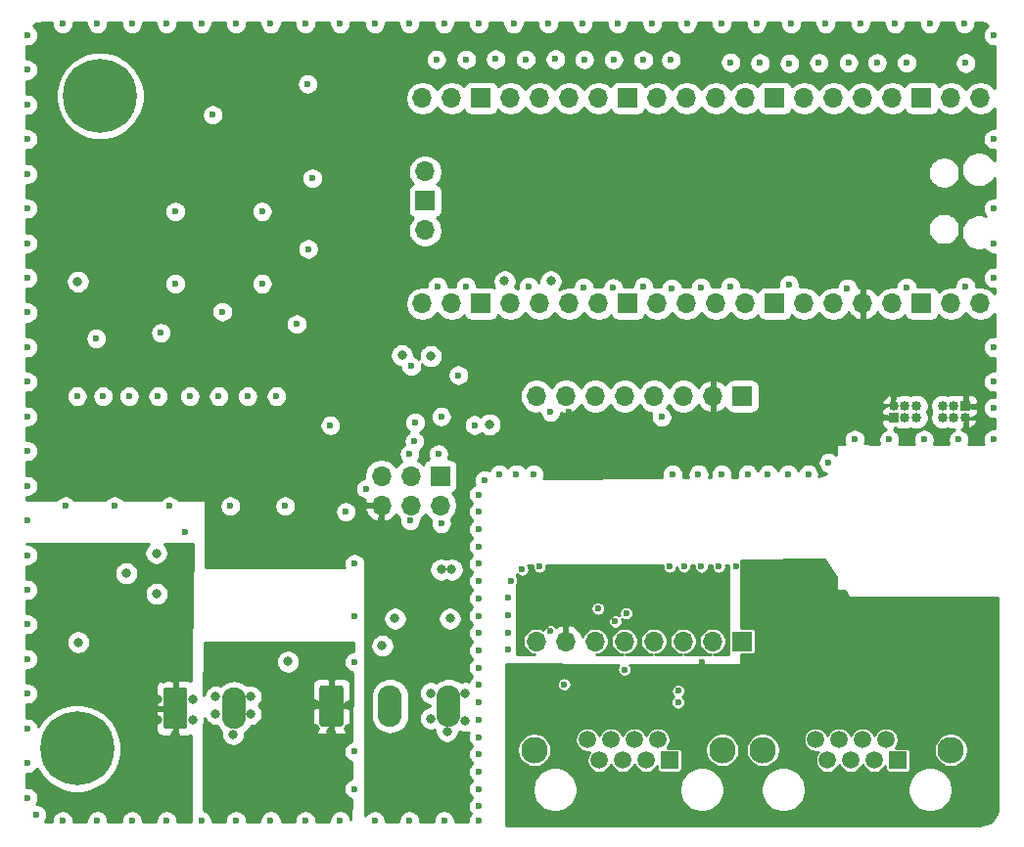
<source format=gbr>
%TF.GenerationSoftware,KiCad,Pcbnew,5.1.9+dfsg1-1+deb11u1*%
%TF.CreationDate,2022-10-19T16:44:56+02:00*%
%TF.ProjectId,firefly,66697265-666c-4792-9e6b-696361645f70,rev?*%
%TF.SameCoordinates,Original*%
%TF.FileFunction,Copper,L3,Inr*%
%TF.FilePolarity,Positive*%
%FSLAX46Y46*%
G04 Gerber Fmt 4.6, Leading zero omitted, Abs format (unit mm)*
G04 Created by KiCad (PCBNEW 5.1.9+dfsg1-1+deb11u1) date 2022-10-19 16:44:56*
%MOMM*%
%LPD*%
G01*
G04 APERTURE LIST*
%TA.AperFunction,ComponentPad*%
%ADD10C,2.300000*%
%TD*%
%TA.AperFunction,ComponentPad*%
%ADD11C,1.500000*%
%TD*%
%TA.AperFunction,ComponentPad*%
%ADD12R,1.500000X1.500000*%
%TD*%
%TA.AperFunction,ComponentPad*%
%ADD13O,2.080000X3.600000*%
%TD*%
%TA.AperFunction,ComponentPad*%
%ADD14R,1.700000X1.700000*%
%TD*%
%TA.AperFunction,ComponentPad*%
%ADD15O,1.700000X1.700000*%
%TD*%
%TA.AperFunction,ComponentPad*%
%ADD16C,0.800000*%
%TD*%
%TA.AperFunction,ComponentPad*%
%ADD17C,6.400000*%
%TD*%
%TA.AperFunction,ComponentPad*%
%ADD18O,0.850000X0.850000*%
%TD*%
%TA.AperFunction,ComponentPad*%
%ADD19R,0.850000X0.850000*%
%TD*%
%TA.AperFunction,ViaPad*%
%ADD20C,0.800000*%
%TD*%
%TA.AperFunction,ViaPad*%
%ADD21C,0.600000*%
%TD*%
%TA.AperFunction,Conductor*%
%ADD22C,0.254000*%
%TD*%
%TA.AperFunction,Conductor*%
%ADD23C,0.100000*%
%TD*%
G04 APERTURE END LIST*
D10*
%TO.N,/RS485_transciever/DMXchassignd*%
%TO.C,J2*%
X216645000Y-109120000D03*
X200385000Y-109120000D03*
D11*
%TO.N,N/C*%
X204963000Y-108230000D03*
X206995000Y-108230000D03*
X209027000Y-108230000D03*
%TO.N,/RS485_transciever/DMX-*%
X211059000Y-108230000D03*
%TO.N,N/C*%
X205979000Y-110010000D03*
X208011000Y-110010000D03*
%TO.N,/RS485_transciever/DXMgnd*%
X210043000Y-110010000D03*
D12*
%TO.N,/RS485_transciever/DMX+*%
X212075000Y-110010000D03*
%TD*%
%TO.N,/RS485_transciever/DMX+*%
%TO.C,J1*%
X192315000Y-110010000D03*
D11*
%TO.N,/RS485_transciever/DXMgnd*%
X190283000Y-110010000D03*
%TO.N,N/C*%
X188251000Y-110010000D03*
X186219000Y-110010000D03*
%TO.N,/RS485_transciever/DMX-*%
X191299000Y-108230000D03*
%TO.N,N/C*%
X189267000Y-108230000D03*
X187235000Y-108230000D03*
X185203000Y-108230000D03*
D10*
%TO.N,/RS485_transciever/DMXchassignd*%
X180625000Y-109120000D03*
X196885000Y-109120000D03*
%TD*%
%TO.N,Vin_fused*%
%TO.C,Jadd1*%
%TA.AperFunction,ComponentPad*%
G36*
G01*
X162035000Y-106870003D02*
X162035000Y-103769997D01*
G75*
G02*
X162284997Y-103520000I249997J0D01*
G01*
X163865003Y-103520000D01*
G75*
G02*
X164115000Y-103769997I0J-249997D01*
G01*
X164115000Y-106870003D01*
G75*
G02*
X163865003Y-107120000I-249997J0D01*
G01*
X162284997Y-107120000D01*
G75*
G02*
X162035000Y-106870003I0J249997D01*
G01*
G37*
%TD.AperFunction*%
D13*
%TO.N,Net-(ESD1-Pad1)*%
X168155000Y-105320000D03*
%TO.N,GND1*%
X173235000Y-105320000D03*
%TD*%
D14*
%TO.N,/SWDIO*%
%TO.C,J101*%
X172475000Y-85400000D03*
D15*
%TO.N,/SWCLK*%
X172475000Y-87940000D03*
%TO.N,N/C*%
X169935000Y-85400000D03*
%TO.N,GND1*%
X169935000Y-87940000D03*
%TO.N,N/C*%
X167395000Y-85400000D03*
%TO.N,+3V3*%
X167395000Y-87940000D03*
%TD*%
%TO.N,/Vin*%
%TO.C,Jc1*%
%TA.AperFunction,ComponentPad*%
G36*
G01*
X148535000Y-107050003D02*
X148535000Y-103949997D01*
G75*
G02*
X148784997Y-103700000I249997J0D01*
G01*
X150365003Y-103700000D01*
G75*
G02*
X150615000Y-103949997I0J-249997D01*
G01*
X150615000Y-107050003D01*
G75*
G02*
X150365003Y-107300000I-249997J0D01*
G01*
X148784997Y-107300000D01*
G75*
G02*
X148535000Y-107050003I0J249997D01*
G01*
G37*
%TD.AperFunction*%
D13*
%TO.N,GND1*%
X154655000Y-105500000D03*
%TD*%
D16*
%TO.N,GND1*%
%TO.C,H1*%
X144772056Y-50802944D03*
X143075000Y-50100000D03*
X141377944Y-50802944D03*
X140675000Y-52500000D03*
X141377944Y-54197056D03*
X143075000Y-54900000D03*
X144772056Y-54197056D03*
X145475000Y-52500000D03*
D17*
X143075000Y-52500000D03*
%TD*%
%TO.N,GND1*%
%TO.C,H2*%
X141075000Y-109000000D03*
D16*
X143475000Y-109000000D03*
X142772056Y-110697056D03*
X141075000Y-111400000D03*
X139377944Y-110697056D03*
X138675000Y-109000000D03*
X139377944Y-107302944D03*
X141075000Y-106600000D03*
X142772056Y-107302944D03*
%TD*%
D18*
%TO.N,GND1*%
%TO.C,J102*%
X213675000Y-79340000D03*
X213675000Y-80340000D03*
%TO.N,/A3*%
X212675000Y-79340000D03*
%TO.N,/A0*%
X212675000Y-80340000D03*
%TO.N,+3V3*%
X211675000Y-79340000D03*
D19*
X211675000Y-80340000D03*
%TD*%
%TO.N,+3V3*%
%TO.C,J103*%
X217915000Y-79340000D03*
D18*
X217915000Y-80340000D03*
%TO.N,/A4*%
X216915000Y-79340000D03*
%TO.N,/A5*%
X216915000Y-80340000D03*
%TO.N,GND1*%
X215915000Y-79340000D03*
X215915000Y-80340000D03*
%TD*%
D15*
%TO.N,N/C*%
%TO.C,J3*%
X180825000Y-78490000D03*
X183365000Y-78490000D03*
%TO.N,/DMX_Send*%
X185905000Y-78490000D03*
%TO.N,/DMX_Enable_Send*%
X188445000Y-78490000D03*
%TO.N,/DMX_Enable_Receive*%
X190985000Y-78490000D03*
%TO.N,/DMX_Receive*%
X193525000Y-78490000D03*
%TO.N,+3V3*%
X196065000Y-78490000D03*
D14*
%TO.N,GND1*%
X198605000Y-78490000D03*
%TD*%
%TO.N,N/C*%
%TO.C,J4*%
X198575000Y-99700000D03*
D15*
%TO.N,/RS485_transciever/DMX+*%
X196035000Y-99700000D03*
%TO.N,/RS485_transciever/DMX-*%
X193495000Y-99700000D03*
%TO.N,/RS485_transciever/DMXTransmitterZ*%
X190955000Y-99700000D03*
%TO.N,/RS485_transciever/DMXTransmitterY*%
X188415000Y-99700000D03*
%TO.N,N/C*%
X185875000Y-99700000D03*
%TO.N,DMX_3V*%
X183335000Y-99700000D03*
%TO.N,GND2*%
X180795000Y-99700000D03*
%TD*%
%TO.N,Net-(U1-Pad1)*%
%TO.C,U1*%
X219205000Y-52700000D03*
%TO.N,Net-(U1-Pad2)*%
X216665000Y-52700000D03*
D14*
%TO.N,GND1*%
X214125000Y-52700000D03*
D15*
%TO.N,Net-(U1-Pad4)*%
X211585000Y-52700000D03*
%TO.N,Net-(U1-Pad5)*%
X209045000Y-52700000D03*
%TO.N,/SW_1*%
X206505000Y-52700000D03*
%TO.N,/SW_2*%
X203965000Y-52700000D03*
D14*
%TO.N,GND1*%
X201425000Y-52700000D03*
D15*
%TO.N,/SW_3*%
X198885000Y-52700000D03*
%TO.N,/SW_4*%
X196345000Y-52700000D03*
%TO.N,/SW_8*%
X193805000Y-52700000D03*
%TO.N,/SW_7*%
X191265000Y-52700000D03*
D14*
%TO.N,GND1*%
X188725000Y-52700000D03*
D15*
%TO.N,/SW_6*%
X186185000Y-52700000D03*
%TO.N,/SW_5*%
X183645000Y-52700000D03*
%TO.N,/DMX_Receive*%
X181105000Y-52700000D03*
%TO.N,/DMX_Send*%
X178565000Y-52700000D03*
D14*
%TO.N,GND1*%
X176025000Y-52700000D03*
D15*
%TO.N,Net-(U1-Pad19)*%
X173485000Y-52700000D03*
%TO.N,Net-(U1-Pad20)*%
X170945000Y-52700000D03*
%TO.N,/Addressable*%
X170945000Y-70480000D03*
%TO.N,/DMX_Enable_Send*%
X173485000Y-70480000D03*
D14*
%TO.N,GND1*%
X176025000Y-70480000D03*
D15*
%TO.N,/DMX_Enable_Receive*%
X178565000Y-70480000D03*
%TO.N,Net-(U1-Pad25)*%
X181105000Y-70480000D03*
%TO.N,Net-(U1-Pad26)*%
X183645000Y-70480000D03*
%TO.N,Net-(U1-Pad27)*%
X186185000Y-70480000D03*
D14*
%TO.N,GND1*%
X188725000Y-70480000D03*
D15*
%TO.N,Net-(U1-Pad29)*%
X191265000Y-70480000D03*
%TO.N,Net-(U1-Pad30)*%
X193805000Y-70480000D03*
%TO.N,/A0*%
X196345000Y-70480000D03*
%TO.N,/A3*%
X198885000Y-70480000D03*
D14*
%TO.N,GND1*%
X201425000Y-70480000D03*
D15*
%TO.N,/A4*%
X203965000Y-70480000D03*
%TO.N,/A5*%
X206505000Y-70480000D03*
%TO.N,+3V3*%
X209045000Y-70480000D03*
%TO.N,Net-(U1-Pad37)*%
X211585000Y-70480000D03*
D14*
%TO.N,GND1*%
X214125000Y-70480000D03*
D15*
%TO.N,Net-(U1-Pad39)*%
X216665000Y-70480000D03*
%TO.N,Net-(U1-Pad40)*%
X219205000Y-70480000D03*
%TO.N,/SWCLK*%
X171175000Y-59050000D03*
D14*
%TO.N,GND1*%
X171175000Y-61590000D03*
D15*
%TO.N,/SWDIO*%
X171175000Y-64130000D03*
%TD*%
D20*
%TO.N,GND1*%
X153075000Y-104500000D03*
X153075000Y-106000000D03*
X156075000Y-106000000D03*
X156075000Y-104500000D03*
D21*
X194825000Y-85250000D03*
X196825000Y-85250000D03*
X179075000Y-85250000D03*
X175825000Y-112500000D03*
X177575000Y-85250000D03*
X175825000Y-114000000D03*
X180575000Y-85250000D03*
X175825000Y-109500000D03*
X175825000Y-111000000D03*
X175825000Y-105000000D03*
X175825000Y-108000000D03*
X175825000Y-106500000D03*
X175825000Y-102000000D03*
X175825000Y-103500000D03*
X175825000Y-100500000D03*
X175825000Y-97500000D03*
X175825000Y-99000000D03*
X175825000Y-94500000D03*
X175825000Y-96000000D03*
X175825000Y-91500000D03*
X175825000Y-90000000D03*
X175825000Y-93000000D03*
X202575000Y-85250000D03*
X199075000Y-85250000D03*
D20*
X171675000Y-104200000D03*
X171675000Y-106400000D03*
X174675000Y-104200000D03*
X174675000Y-106600000D03*
X173475000Y-93500000D03*
D21*
X169875000Y-89250000D03*
X160075000Y-72250000D03*
X142725000Y-73500000D03*
X182025000Y-79850000D03*
X148325000Y-73000000D03*
X139825000Y-46250000D03*
X142825000Y-46250000D03*
X136825000Y-62250000D03*
X136825000Y-65250000D03*
X136825000Y-71250000D03*
X136825000Y-74250000D03*
X136825000Y-68250000D03*
X136825000Y-92250000D03*
X136825000Y-80250000D03*
X136825000Y-83250000D03*
X136825000Y-86250000D03*
X136825000Y-77250000D03*
X136825000Y-89250000D03*
X136825000Y-95250000D03*
X136825000Y-98250000D03*
X136825000Y-101250000D03*
X136825000Y-110250000D03*
X136825000Y-107250000D03*
X136825000Y-113250000D03*
X136825000Y-104250000D03*
X151825000Y-46250000D03*
X145825000Y-46250000D03*
X148825000Y-46250000D03*
X160825000Y-46250000D03*
X166825000Y-46250000D03*
X169825000Y-46250000D03*
X154825000Y-46250000D03*
X163825000Y-46250000D03*
X157825000Y-46250000D03*
X178825000Y-46250000D03*
X199825000Y-46250000D03*
X205825000Y-46250000D03*
X184825000Y-46250000D03*
X190825000Y-46250000D03*
X187825000Y-46250000D03*
X202825000Y-46250000D03*
X193825000Y-46250000D03*
X172825000Y-46250000D03*
X196825000Y-46250000D03*
X181825000Y-46250000D03*
X175825000Y-46250000D03*
X175825000Y-88500000D03*
X175825000Y-87000000D03*
X139825000Y-115250000D03*
X160825000Y-115250000D03*
X145825000Y-115250000D03*
X151825000Y-115250000D03*
X148825000Y-115250000D03*
X154825000Y-115250000D03*
X157825000Y-115250000D03*
X142825000Y-115250000D03*
X137575000Y-114750000D03*
X172825000Y-115250000D03*
X163825000Y-115250000D03*
X169825000Y-115250000D03*
X166825000Y-115250000D03*
X153645000Y-71170000D03*
X204325000Y-85250000D03*
X200825000Y-85250000D03*
X192575000Y-85250000D03*
X170249980Y-82400000D03*
X175445000Y-80990000D03*
X176325000Y-85750000D03*
X175825000Y-115250000D03*
D20*
X154575000Y-107750000D03*
X173075000Y-107500000D03*
X172575000Y-93500000D03*
D21*
X141075000Y-78500000D03*
X143325000Y-78500000D03*
X145575000Y-78500000D03*
X148075000Y-78500000D03*
X150825000Y-78500000D03*
X153325000Y-78500000D03*
X155825000Y-78500000D03*
X158325000Y-78500000D03*
X166075000Y-86500000D03*
X172575000Y-89500000D03*
X172325000Y-83500000D03*
X169825000Y-83500000D03*
X140075000Y-88000000D03*
X144325000Y-88000000D03*
X149075000Y-88000000D03*
X154325000Y-88000000D03*
X159075000Y-88000000D03*
X164325000Y-88500000D03*
X165075000Y-93000000D03*
X165075000Y-97500000D03*
X165075000Y-101500000D03*
X165075000Y-109250000D03*
X165075000Y-112500000D03*
X157075000Y-62500000D03*
X149575000Y-62500000D03*
X149575000Y-68750000D03*
X157075000Y-68750000D03*
D20*
X168575000Y-97750000D03*
X173325000Y-97750000D03*
D21*
X172575000Y-80250000D03*
X161075000Y-65750000D03*
X206075000Y-84250000D03*
X220325000Y-77250000D03*
X220325000Y-79500000D03*
X220325000Y-74250000D03*
X220325000Y-68250000D03*
X214325000Y-82250000D03*
X208325000Y-82250000D03*
X211325000Y-82250000D03*
X220325000Y-82250000D03*
X217325000Y-82250000D03*
X162974200Y-81010400D03*
X152809200Y-54142240D03*
D20*
X167475000Y-100100000D03*
X176765800Y-80930220D03*
X159325000Y-101470000D03*
D21*
X150405000Y-90220000D03*
D20*
X145335000Y-93830000D03*
X147935000Y-92080000D03*
X147955000Y-95600000D03*
X141175000Y-99800000D03*
D21*
X191615002Y-80300000D03*
D20*
X178045000Y-68540000D03*
X182045000Y-68540000D03*
X141145000Y-68570000D03*
D21*
X136825000Y-59250000D03*
X136825000Y-56250000D03*
X136825000Y-53250000D03*
X136825000Y-50250000D03*
X136825000Y-47250000D03*
X220325000Y-65250000D03*
X220325000Y-62250000D03*
X220325000Y-56250000D03*
X220325000Y-47250000D03*
X208825000Y-46250000D03*
X211825000Y-46250000D03*
X214825000Y-46250000D03*
X217825000Y-46250000D03*
X169975000Y-75890000D03*
X174055000Y-76670000D03*
X170315000Y-80770000D03*
X161015000Y-51470000D03*
X161425000Y-59620000D03*
X172145000Y-49350000D03*
X174735000Y-49330000D03*
X177275000Y-49320000D03*
X179875000Y-49350000D03*
X182455000Y-49320000D03*
X184945000Y-49350000D03*
X187475000Y-49350000D03*
X190045000Y-49390000D03*
X192435000Y-49400000D03*
X197605000Y-49590000D03*
X200135000Y-49660000D03*
X202695000Y-49680000D03*
X205225000Y-49640000D03*
X207795000Y-49640000D03*
X210255000Y-49640000D03*
X212825000Y-49630000D03*
X217935000Y-49660000D03*
X217915000Y-68970000D03*
X212815000Y-69060000D03*
X207695000Y-69140000D03*
X202645000Y-68830000D03*
X197575000Y-69000000D03*
X195015000Y-69060000D03*
X192505000Y-69140000D03*
X190055000Y-69000000D03*
X187435000Y-69110000D03*
X184895000Y-69060000D03*
X180135000Y-69000000D03*
X174705000Y-68970000D03*
X172225000Y-68970000D03*
D20*
%TO.N,+3V3*%
X167875000Y-93500000D03*
D21*
X167325000Y-89250000D03*
X163275000Y-85200000D03*
X183625000Y-79850000D03*
X154645000Y-70170000D03*
X168349561Y-83174979D03*
D20*
X168825000Y-93500000D03*
D21*
X161974200Y-82010400D03*
X151809200Y-55142240D03*
D20*
X178924800Y-83079060D03*
X153795000Y-93020000D03*
X158745000Y-89800000D03*
X163445000Y-90000000D03*
D21*
X156085000Y-89230000D03*
X190005000Y-80310000D03*
D20*
X178025000Y-63410000D03*
X182065000Y-63430000D03*
X142345000Y-67470000D03*
D21*
X202115000Y-80630000D03*
%TO.N,GND2*%
X193575000Y-93250000D03*
X181075000Y-93250000D03*
X179575000Y-93500000D03*
X178575000Y-94450000D03*
X178325000Y-95950000D03*
X178325000Y-97450000D03*
X178325000Y-98950000D03*
X178325000Y-100450000D03*
X178325000Y-101950000D03*
X178325000Y-103500000D03*
X178325000Y-105000000D03*
X178325000Y-106500000D03*
X178325000Y-111000000D03*
X178325000Y-112500000D03*
X178325000Y-114000000D03*
X196575000Y-93250000D03*
X198075000Y-93250000D03*
X195075000Y-93250000D03*
X199575000Y-93250000D03*
X201075000Y-93250000D03*
X202575000Y-93250000D03*
X204325000Y-93250000D03*
X207075000Y-96250000D03*
X208325000Y-96250000D03*
X209825000Y-96250000D03*
X211325000Y-96250000D03*
X212825000Y-96250000D03*
X214325000Y-96250000D03*
X215825000Y-96250000D03*
X217325000Y-96250000D03*
X220375000Y-101500000D03*
X220375000Y-103000000D03*
X220375000Y-104500000D03*
X220375000Y-106000000D03*
X220375000Y-110500000D03*
X220375000Y-112000000D03*
X205825000Y-94250000D03*
X184325000Y-115250000D03*
X179825000Y-115250000D03*
X185825000Y-115250000D03*
X181325000Y-115250000D03*
X182825000Y-115250000D03*
X188825000Y-115250000D03*
X193325000Y-115250000D03*
X187325000Y-115250000D03*
X191825000Y-115250000D03*
X190325000Y-115250000D03*
X194825000Y-115250000D03*
X199325000Y-115250000D03*
X196325000Y-115250000D03*
X197825000Y-115250000D03*
X200825000Y-115250000D03*
X206825000Y-115250000D03*
X203825000Y-115250000D03*
X205325000Y-115250000D03*
X208325000Y-115250000D03*
X202325000Y-115250000D03*
X211325000Y-115250000D03*
X209825000Y-115250000D03*
X212825000Y-115250000D03*
X215825000Y-115250000D03*
X214325000Y-115250000D03*
X182025000Y-98850000D03*
X218825000Y-96250000D03*
X220375000Y-107500000D03*
X220375000Y-109000000D03*
X220325000Y-113500000D03*
X218075000Y-115250000D03*
X219575000Y-114750000D03*
X220375000Y-98750000D03*
X220375000Y-100000000D03*
X192325000Y-93250000D03*
X178325000Y-108000000D03*
X178325000Y-109500000D03*
X219825000Y-97000000D03*
X178325000Y-115250000D03*
X203325000Y-103500000D03*
X205075000Y-103500000D03*
X206575000Y-103500000D03*
X208075000Y-103500000D03*
X209825000Y-103500000D03*
X203365000Y-107770000D03*
X203325000Y-101500000D03*
X205075000Y-101500000D03*
X206575000Y-101500000D03*
X208075000Y-101500000D03*
X209825000Y-101500000D03*
X195155000Y-101500000D03*
D20*
%TO.N,/DMX_Receive*%
X171655000Y-75020000D03*
%TO.N,/DMX_Send*%
X169175000Y-74940000D03*
D21*
%TO.N,/RS485_transciever/DMX+*%
X193075000Y-104000000D03*
X188575000Y-97290000D03*
%TO.N,/RS485_transciever/DMX-*%
X187620000Y-98000000D03*
X183195000Y-103440000D03*
X193049990Y-105000000D03*
%TO.N,/RS485_transciever/DMXTransmitterZ*%
X186135000Y-96880000D03*
%TO.N,/RS485_transciever/DMXTransmitterY*%
X188415000Y-102160000D03*
%TO.N,DMX_3V*%
X196325000Y-96000000D03*
X189215000Y-96400000D03*
%TO.N,Vin_fused*%
X162075000Y-101000000D03*
D20*
X152675000Y-100400000D03*
X153875000Y-101800000D03*
X152675000Y-103000000D03*
X161675000Y-105200000D03*
X153575000Y-100750000D03*
X153575000Y-103000000D03*
X161675000Y-107250000D03*
X163075000Y-107500000D03*
X164575000Y-107250000D03*
X164575000Y-105250000D03*
%TO.N,/Vin*%
X149675000Y-100400000D03*
X148475000Y-101800000D03*
X149475000Y-103000000D03*
X151075000Y-104750000D03*
X151075000Y-106500000D03*
X148075000Y-104750000D03*
X148075000Y-106500000D03*
X148575000Y-103000000D03*
X148575000Y-100500000D03*
X149575000Y-107750000D03*
X139915000Y-91880000D03*
X139945000Y-95640000D03*
X142465000Y-93890000D03*
%TD*%
D22*
%TO.N,+3V3*%
X201890000Y-46342089D02*
X201925932Y-46522729D01*
X201996414Y-46692889D01*
X202098738Y-46846028D01*
X202228972Y-46976262D01*
X202382111Y-47078586D01*
X202552271Y-47149068D01*
X202732911Y-47185000D01*
X202917089Y-47185000D01*
X203097729Y-47149068D01*
X203267889Y-47078586D01*
X203421028Y-46976262D01*
X203551262Y-46846028D01*
X203653586Y-46692889D01*
X203724068Y-46522729D01*
X203760000Y-46342089D01*
X203760000Y-46159998D01*
X204890000Y-46159998D01*
X204890000Y-46342089D01*
X204925932Y-46522729D01*
X204996414Y-46692889D01*
X205098738Y-46846028D01*
X205228972Y-46976262D01*
X205382111Y-47078586D01*
X205552271Y-47149068D01*
X205732911Y-47185000D01*
X205917089Y-47185000D01*
X206097729Y-47149068D01*
X206267889Y-47078586D01*
X206421028Y-46976262D01*
X206551262Y-46846028D01*
X206653586Y-46692889D01*
X206724068Y-46522729D01*
X206760000Y-46342089D01*
X206760000Y-46159998D01*
X207890000Y-46159998D01*
X207890000Y-46342089D01*
X207925932Y-46522729D01*
X207996414Y-46692889D01*
X208098738Y-46846028D01*
X208228972Y-46976262D01*
X208382111Y-47078586D01*
X208552271Y-47149068D01*
X208732911Y-47185000D01*
X208917089Y-47185000D01*
X209097729Y-47149068D01*
X209267889Y-47078586D01*
X209421028Y-46976262D01*
X209551262Y-46846028D01*
X209653586Y-46692889D01*
X209724068Y-46522729D01*
X209760000Y-46342089D01*
X209760000Y-46159998D01*
X210890000Y-46159998D01*
X210890000Y-46342089D01*
X210925932Y-46522729D01*
X210996414Y-46692889D01*
X211098738Y-46846028D01*
X211228972Y-46976262D01*
X211382111Y-47078586D01*
X211552271Y-47149068D01*
X211732911Y-47185000D01*
X211917089Y-47185000D01*
X212097729Y-47149068D01*
X212267889Y-47078586D01*
X212421028Y-46976262D01*
X212551262Y-46846028D01*
X212653586Y-46692889D01*
X212724068Y-46522729D01*
X212760000Y-46342089D01*
X212760000Y-46159998D01*
X213890000Y-46159998D01*
X213890000Y-46342089D01*
X213925932Y-46522729D01*
X213996414Y-46692889D01*
X214098738Y-46846028D01*
X214228972Y-46976262D01*
X214382111Y-47078586D01*
X214552271Y-47149068D01*
X214732911Y-47185000D01*
X214917089Y-47185000D01*
X215097729Y-47149068D01*
X215267889Y-47078586D01*
X215421028Y-46976262D01*
X215551262Y-46846028D01*
X215653586Y-46692889D01*
X215724068Y-46522729D01*
X215760000Y-46342089D01*
X215760000Y-46159998D01*
X216890000Y-46159998D01*
X216890000Y-46342089D01*
X216925932Y-46522729D01*
X216996414Y-46692889D01*
X217098738Y-46846028D01*
X217228972Y-46976262D01*
X217382111Y-47078586D01*
X217552271Y-47149068D01*
X217732911Y-47185000D01*
X217917089Y-47185000D01*
X218097729Y-47149068D01*
X218267889Y-47078586D01*
X218421028Y-46976262D01*
X218551262Y-46846028D01*
X218653586Y-46692889D01*
X218724068Y-46522729D01*
X218760000Y-46342089D01*
X218760000Y-46159998D01*
X219042710Y-46159998D01*
X219334658Y-46188624D01*
X219584430Y-46264035D01*
X219814792Y-46386521D01*
X219868625Y-46430425D01*
X219728972Y-46523738D01*
X219598738Y-46653972D01*
X219496414Y-46807111D01*
X219425932Y-46977271D01*
X219390000Y-47157911D01*
X219390000Y-47342089D01*
X219425932Y-47522729D01*
X219496414Y-47692889D01*
X219598738Y-47846028D01*
X219728972Y-47976262D01*
X219882111Y-48078586D01*
X220052271Y-48149068D01*
X220232911Y-48185000D01*
X220415000Y-48185000D01*
X220415000Y-51837964D01*
X220358475Y-51753368D01*
X220151632Y-51546525D01*
X219908411Y-51384010D01*
X219638158Y-51272068D01*
X219351260Y-51215000D01*
X219058740Y-51215000D01*
X218771842Y-51272068D01*
X218501589Y-51384010D01*
X218258368Y-51546525D01*
X218051525Y-51753368D01*
X217935000Y-51927760D01*
X217818475Y-51753368D01*
X217611632Y-51546525D01*
X217368411Y-51384010D01*
X217098158Y-51272068D01*
X216811260Y-51215000D01*
X216518740Y-51215000D01*
X216231842Y-51272068D01*
X215961589Y-51384010D01*
X215718368Y-51546525D01*
X215586513Y-51678380D01*
X215564502Y-51605820D01*
X215505537Y-51495506D01*
X215426185Y-51398815D01*
X215329494Y-51319463D01*
X215219180Y-51260498D01*
X215099482Y-51224188D01*
X214975000Y-51211928D01*
X213275000Y-51211928D01*
X213150518Y-51224188D01*
X213030820Y-51260498D01*
X212920506Y-51319463D01*
X212823815Y-51398815D01*
X212744463Y-51495506D01*
X212685498Y-51605820D01*
X212663487Y-51678380D01*
X212531632Y-51546525D01*
X212288411Y-51384010D01*
X212018158Y-51272068D01*
X211731260Y-51215000D01*
X211438740Y-51215000D01*
X211151842Y-51272068D01*
X210881589Y-51384010D01*
X210638368Y-51546525D01*
X210431525Y-51753368D01*
X210315000Y-51927760D01*
X210198475Y-51753368D01*
X209991632Y-51546525D01*
X209748411Y-51384010D01*
X209478158Y-51272068D01*
X209191260Y-51215000D01*
X208898740Y-51215000D01*
X208611842Y-51272068D01*
X208341589Y-51384010D01*
X208098368Y-51546525D01*
X207891525Y-51753368D01*
X207775000Y-51927760D01*
X207658475Y-51753368D01*
X207451632Y-51546525D01*
X207208411Y-51384010D01*
X206938158Y-51272068D01*
X206651260Y-51215000D01*
X206358740Y-51215000D01*
X206071842Y-51272068D01*
X205801589Y-51384010D01*
X205558368Y-51546525D01*
X205351525Y-51753368D01*
X205235000Y-51927760D01*
X205118475Y-51753368D01*
X204911632Y-51546525D01*
X204668411Y-51384010D01*
X204398158Y-51272068D01*
X204111260Y-51215000D01*
X203818740Y-51215000D01*
X203531842Y-51272068D01*
X203261589Y-51384010D01*
X203018368Y-51546525D01*
X202886513Y-51678380D01*
X202864502Y-51605820D01*
X202805537Y-51495506D01*
X202726185Y-51398815D01*
X202629494Y-51319463D01*
X202519180Y-51260498D01*
X202399482Y-51224188D01*
X202275000Y-51211928D01*
X200575000Y-51211928D01*
X200450518Y-51224188D01*
X200330820Y-51260498D01*
X200220506Y-51319463D01*
X200123815Y-51398815D01*
X200044463Y-51495506D01*
X199985498Y-51605820D01*
X199963487Y-51678380D01*
X199831632Y-51546525D01*
X199588411Y-51384010D01*
X199318158Y-51272068D01*
X199031260Y-51215000D01*
X198738740Y-51215000D01*
X198451842Y-51272068D01*
X198181589Y-51384010D01*
X197938368Y-51546525D01*
X197731525Y-51753368D01*
X197615000Y-51927760D01*
X197498475Y-51753368D01*
X197291632Y-51546525D01*
X197048411Y-51384010D01*
X196778158Y-51272068D01*
X196491260Y-51215000D01*
X196198740Y-51215000D01*
X195911842Y-51272068D01*
X195641589Y-51384010D01*
X195398368Y-51546525D01*
X195191525Y-51753368D01*
X195075000Y-51927760D01*
X194958475Y-51753368D01*
X194751632Y-51546525D01*
X194508411Y-51384010D01*
X194238158Y-51272068D01*
X193951260Y-51215000D01*
X193658740Y-51215000D01*
X193371842Y-51272068D01*
X193101589Y-51384010D01*
X192858368Y-51546525D01*
X192651525Y-51753368D01*
X192535000Y-51927760D01*
X192418475Y-51753368D01*
X192211632Y-51546525D01*
X191968411Y-51384010D01*
X191698158Y-51272068D01*
X191411260Y-51215000D01*
X191118740Y-51215000D01*
X190831842Y-51272068D01*
X190561589Y-51384010D01*
X190318368Y-51546525D01*
X190186513Y-51678380D01*
X190164502Y-51605820D01*
X190105537Y-51495506D01*
X190026185Y-51398815D01*
X189929494Y-51319463D01*
X189819180Y-51260498D01*
X189699482Y-51224188D01*
X189575000Y-51211928D01*
X187875000Y-51211928D01*
X187750518Y-51224188D01*
X187630820Y-51260498D01*
X187520506Y-51319463D01*
X187423815Y-51398815D01*
X187344463Y-51495506D01*
X187285498Y-51605820D01*
X187263487Y-51678380D01*
X187131632Y-51546525D01*
X186888411Y-51384010D01*
X186618158Y-51272068D01*
X186331260Y-51215000D01*
X186038740Y-51215000D01*
X185751842Y-51272068D01*
X185481589Y-51384010D01*
X185238368Y-51546525D01*
X185031525Y-51753368D01*
X184915000Y-51927760D01*
X184798475Y-51753368D01*
X184591632Y-51546525D01*
X184348411Y-51384010D01*
X184078158Y-51272068D01*
X183791260Y-51215000D01*
X183498740Y-51215000D01*
X183211842Y-51272068D01*
X182941589Y-51384010D01*
X182698368Y-51546525D01*
X182491525Y-51753368D01*
X182375000Y-51927760D01*
X182258475Y-51753368D01*
X182051632Y-51546525D01*
X181808411Y-51384010D01*
X181538158Y-51272068D01*
X181251260Y-51215000D01*
X180958740Y-51215000D01*
X180671842Y-51272068D01*
X180401589Y-51384010D01*
X180158368Y-51546525D01*
X179951525Y-51753368D01*
X179835000Y-51927760D01*
X179718475Y-51753368D01*
X179511632Y-51546525D01*
X179268411Y-51384010D01*
X178998158Y-51272068D01*
X178711260Y-51215000D01*
X178418740Y-51215000D01*
X178131842Y-51272068D01*
X177861589Y-51384010D01*
X177618368Y-51546525D01*
X177486513Y-51678380D01*
X177464502Y-51605820D01*
X177405537Y-51495506D01*
X177326185Y-51398815D01*
X177229494Y-51319463D01*
X177119180Y-51260498D01*
X176999482Y-51224188D01*
X176875000Y-51211928D01*
X175175000Y-51211928D01*
X175050518Y-51224188D01*
X174930820Y-51260498D01*
X174820506Y-51319463D01*
X174723815Y-51398815D01*
X174644463Y-51495506D01*
X174585498Y-51605820D01*
X174563487Y-51678380D01*
X174431632Y-51546525D01*
X174188411Y-51384010D01*
X173918158Y-51272068D01*
X173631260Y-51215000D01*
X173338740Y-51215000D01*
X173051842Y-51272068D01*
X172781589Y-51384010D01*
X172538368Y-51546525D01*
X172331525Y-51753368D01*
X172215000Y-51927760D01*
X172098475Y-51753368D01*
X171891632Y-51546525D01*
X171648411Y-51384010D01*
X171378158Y-51272068D01*
X171091260Y-51215000D01*
X170798740Y-51215000D01*
X170511842Y-51272068D01*
X170241589Y-51384010D01*
X169998368Y-51546525D01*
X169791525Y-51753368D01*
X169629010Y-51996589D01*
X169517068Y-52266842D01*
X169460000Y-52553740D01*
X169460000Y-52846260D01*
X169517068Y-53133158D01*
X169629010Y-53403411D01*
X169791525Y-53646632D01*
X169998368Y-53853475D01*
X170241589Y-54015990D01*
X170511842Y-54127932D01*
X170798740Y-54185000D01*
X171091260Y-54185000D01*
X171378158Y-54127932D01*
X171648411Y-54015990D01*
X171891632Y-53853475D01*
X172098475Y-53646632D01*
X172215000Y-53472240D01*
X172331525Y-53646632D01*
X172538368Y-53853475D01*
X172781589Y-54015990D01*
X173051842Y-54127932D01*
X173338740Y-54185000D01*
X173631260Y-54185000D01*
X173918158Y-54127932D01*
X174188411Y-54015990D01*
X174431632Y-53853475D01*
X174563487Y-53721620D01*
X174585498Y-53794180D01*
X174644463Y-53904494D01*
X174723815Y-54001185D01*
X174820506Y-54080537D01*
X174930820Y-54139502D01*
X175050518Y-54175812D01*
X175175000Y-54188072D01*
X176875000Y-54188072D01*
X176999482Y-54175812D01*
X177119180Y-54139502D01*
X177229494Y-54080537D01*
X177326185Y-54001185D01*
X177405537Y-53904494D01*
X177464502Y-53794180D01*
X177486513Y-53721620D01*
X177618368Y-53853475D01*
X177861589Y-54015990D01*
X178131842Y-54127932D01*
X178418740Y-54185000D01*
X178711260Y-54185000D01*
X178998158Y-54127932D01*
X179268411Y-54015990D01*
X179511632Y-53853475D01*
X179718475Y-53646632D01*
X179835000Y-53472240D01*
X179951525Y-53646632D01*
X180158368Y-53853475D01*
X180401589Y-54015990D01*
X180671842Y-54127932D01*
X180958740Y-54185000D01*
X181251260Y-54185000D01*
X181538158Y-54127932D01*
X181808411Y-54015990D01*
X182051632Y-53853475D01*
X182258475Y-53646632D01*
X182375000Y-53472240D01*
X182491525Y-53646632D01*
X182698368Y-53853475D01*
X182941589Y-54015990D01*
X183211842Y-54127932D01*
X183498740Y-54185000D01*
X183791260Y-54185000D01*
X184078158Y-54127932D01*
X184348411Y-54015990D01*
X184591632Y-53853475D01*
X184798475Y-53646632D01*
X184915000Y-53472240D01*
X185031525Y-53646632D01*
X185238368Y-53853475D01*
X185481589Y-54015990D01*
X185751842Y-54127932D01*
X186038740Y-54185000D01*
X186331260Y-54185000D01*
X186618158Y-54127932D01*
X186888411Y-54015990D01*
X187131632Y-53853475D01*
X187263487Y-53721620D01*
X187285498Y-53794180D01*
X187344463Y-53904494D01*
X187423815Y-54001185D01*
X187520506Y-54080537D01*
X187630820Y-54139502D01*
X187750518Y-54175812D01*
X187875000Y-54188072D01*
X189575000Y-54188072D01*
X189699482Y-54175812D01*
X189819180Y-54139502D01*
X189929494Y-54080537D01*
X190026185Y-54001185D01*
X190105537Y-53904494D01*
X190164502Y-53794180D01*
X190186513Y-53721620D01*
X190318368Y-53853475D01*
X190561589Y-54015990D01*
X190831842Y-54127932D01*
X191118740Y-54185000D01*
X191411260Y-54185000D01*
X191698158Y-54127932D01*
X191968411Y-54015990D01*
X192211632Y-53853475D01*
X192418475Y-53646632D01*
X192535000Y-53472240D01*
X192651525Y-53646632D01*
X192858368Y-53853475D01*
X193101589Y-54015990D01*
X193371842Y-54127932D01*
X193658740Y-54185000D01*
X193951260Y-54185000D01*
X194238158Y-54127932D01*
X194508411Y-54015990D01*
X194751632Y-53853475D01*
X194958475Y-53646632D01*
X195075000Y-53472240D01*
X195191525Y-53646632D01*
X195398368Y-53853475D01*
X195641589Y-54015990D01*
X195911842Y-54127932D01*
X196198740Y-54185000D01*
X196491260Y-54185000D01*
X196778158Y-54127932D01*
X197048411Y-54015990D01*
X197291632Y-53853475D01*
X197498475Y-53646632D01*
X197615000Y-53472240D01*
X197731525Y-53646632D01*
X197938368Y-53853475D01*
X198181589Y-54015990D01*
X198451842Y-54127932D01*
X198738740Y-54185000D01*
X199031260Y-54185000D01*
X199318158Y-54127932D01*
X199588411Y-54015990D01*
X199831632Y-53853475D01*
X199963487Y-53721620D01*
X199985498Y-53794180D01*
X200044463Y-53904494D01*
X200123815Y-54001185D01*
X200220506Y-54080537D01*
X200330820Y-54139502D01*
X200450518Y-54175812D01*
X200575000Y-54188072D01*
X202275000Y-54188072D01*
X202399482Y-54175812D01*
X202519180Y-54139502D01*
X202629494Y-54080537D01*
X202726185Y-54001185D01*
X202805537Y-53904494D01*
X202864502Y-53794180D01*
X202886513Y-53721620D01*
X203018368Y-53853475D01*
X203261589Y-54015990D01*
X203531842Y-54127932D01*
X203818740Y-54185000D01*
X204111260Y-54185000D01*
X204398158Y-54127932D01*
X204668411Y-54015990D01*
X204911632Y-53853475D01*
X205118475Y-53646632D01*
X205235000Y-53472240D01*
X205351525Y-53646632D01*
X205558368Y-53853475D01*
X205801589Y-54015990D01*
X206071842Y-54127932D01*
X206358740Y-54185000D01*
X206651260Y-54185000D01*
X206938158Y-54127932D01*
X207208411Y-54015990D01*
X207451632Y-53853475D01*
X207658475Y-53646632D01*
X207775000Y-53472240D01*
X207891525Y-53646632D01*
X208098368Y-53853475D01*
X208341589Y-54015990D01*
X208611842Y-54127932D01*
X208898740Y-54185000D01*
X209191260Y-54185000D01*
X209478158Y-54127932D01*
X209748411Y-54015990D01*
X209991632Y-53853475D01*
X210198475Y-53646632D01*
X210315000Y-53472240D01*
X210431525Y-53646632D01*
X210638368Y-53853475D01*
X210881589Y-54015990D01*
X211151842Y-54127932D01*
X211438740Y-54185000D01*
X211731260Y-54185000D01*
X212018158Y-54127932D01*
X212288411Y-54015990D01*
X212531632Y-53853475D01*
X212663487Y-53721620D01*
X212685498Y-53794180D01*
X212744463Y-53904494D01*
X212823815Y-54001185D01*
X212920506Y-54080537D01*
X213030820Y-54139502D01*
X213150518Y-54175812D01*
X213275000Y-54188072D01*
X214975000Y-54188072D01*
X215099482Y-54175812D01*
X215219180Y-54139502D01*
X215329494Y-54080537D01*
X215426185Y-54001185D01*
X215505537Y-53904494D01*
X215564502Y-53794180D01*
X215586513Y-53721620D01*
X215718368Y-53853475D01*
X215961589Y-54015990D01*
X216231842Y-54127932D01*
X216518740Y-54185000D01*
X216811260Y-54185000D01*
X217098158Y-54127932D01*
X217368411Y-54015990D01*
X217611632Y-53853475D01*
X217818475Y-53646632D01*
X217935000Y-53472240D01*
X218051525Y-53646632D01*
X218258368Y-53853475D01*
X218501589Y-54015990D01*
X218771842Y-54127932D01*
X219058740Y-54185000D01*
X219351260Y-54185000D01*
X219638158Y-54127932D01*
X219908411Y-54015990D01*
X220151632Y-53853475D01*
X220358475Y-53646632D01*
X220415000Y-53562036D01*
X220415000Y-55315000D01*
X220232911Y-55315000D01*
X220052271Y-55350932D01*
X219882111Y-55421414D01*
X219728972Y-55523738D01*
X219598738Y-55653972D01*
X219496414Y-55807111D01*
X219425932Y-55977271D01*
X219390000Y-56157911D01*
X219390000Y-56342089D01*
X219425932Y-56522729D01*
X219496414Y-56692889D01*
X219598738Y-56846028D01*
X219728972Y-56976262D01*
X219882111Y-57078586D01*
X220052271Y-57149068D01*
X220232911Y-57185000D01*
X220415000Y-57185000D01*
X220415000Y-58107526D01*
X220267312Y-57886495D01*
X220053505Y-57672688D01*
X219802095Y-57504701D01*
X219522743Y-57388989D01*
X219226184Y-57330000D01*
X218923816Y-57330000D01*
X218627257Y-57388989D01*
X218347905Y-57504701D01*
X218096495Y-57672688D01*
X217882688Y-57886495D01*
X217714701Y-58137905D01*
X217598989Y-58417257D01*
X217540000Y-58713816D01*
X217540000Y-59016184D01*
X217598989Y-59312743D01*
X217714701Y-59592095D01*
X217882688Y-59843505D01*
X218096495Y-60057312D01*
X218347905Y-60225299D01*
X218627257Y-60341011D01*
X218923816Y-60400000D01*
X219226184Y-60400000D01*
X219522743Y-60341011D01*
X219802095Y-60225299D01*
X220053505Y-60057312D01*
X220267312Y-59843505D01*
X220415000Y-59622474D01*
X220415000Y-61315000D01*
X220232911Y-61315000D01*
X220052271Y-61350932D01*
X219882111Y-61421414D01*
X219728972Y-61523738D01*
X219598738Y-61653972D01*
X219496414Y-61807111D01*
X219425932Y-61977271D01*
X219390000Y-62157911D01*
X219390000Y-62342089D01*
X219425932Y-62522729D01*
X219496414Y-62692889D01*
X219598738Y-62846028D01*
X219640459Y-62887749D01*
X219522743Y-62838989D01*
X219226184Y-62780000D01*
X218923816Y-62780000D01*
X218627257Y-62838989D01*
X218347905Y-62954701D01*
X218096495Y-63122688D01*
X217882688Y-63336495D01*
X217714701Y-63587905D01*
X217598989Y-63867257D01*
X217540000Y-64163816D01*
X217540000Y-64466184D01*
X217598989Y-64762743D01*
X217714701Y-65042095D01*
X217882688Y-65293505D01*
X218096495Y-65507312D01*
X218347905Y-65675299D01*
X218627257Y-65791011D01*
X218923816Y-65850000D01*
X219226184Y-65850000D01*
X219522743Y-65791011D01*
X219553472Y-65778283D01*
X219598738Y-65846028D01*
X219728972Y-65976262D01*
X219882111Y-66078586D01*
X220052271Y-66149068D01*
X220232911Y-66185000D01*
X220415001Y-66185000D01*
X220415001Y-67315000D01*
X220232911Y-67315000D01*
X220052271Y-67350932D01*
X219882111Y-67421414D01*
X219728972Y-67523738D01*
X219598738Y-67653972D01*
X219496414Y-67807111D01*
X219425932Y-67977271D01*
X219390000Y-68157911D01*
X219390000Y-68342089D01*
X219425932Y-68522729D01*
X219496414Y-68692889D01*
X219598738Y-68846028D01*
X219728972Y-68976262D01*
X219882111Y-69078586D01*
X220052271Y-69149068D01*
X220232911Y-69185000D01*
X220415001Y-69185000D01*
X220415001Y-69617965D01*
X220358475Y-69533368D01*
X220151632Y-69326525D01*
X219908411Y-69164010D01*
X219638158Y-69052068D01*
X219351260Y-68995000D01*
X219058740Y-68995000D01*
X218850000Y-69036521D01*
X218850000Y-68877911D01*
X218814068Y-68697271D01*
X218743586Y-68527111D01*
X218641262Y-68373972D01*
X218511028Y-68243738D01*
X218357889Y-68141414D01*
X218187729Y-68070932D01*
X218007089Y-68035000D01*
X217822911Y-68035000D01*
X217642271Y-68070932D01*
X217472111Y-68141414D01*
X217318972Y-68243738D01*
X217188738Y-68373972D01*
X217086414Y-68527111D01*
X217015932Y-68697271D01*
X216980000Y-68877911D01*
X216980000Y-69028565D01*
X216811260Y-68995000D01*
X216518740Y-68995000D01*
X216231842Y-69052068D01*
X215961589Y-69164010D01*
X215718368Y-69326525D01*
X215586513Y-69458380D01*
X215564502Y-69385820D01*
X215505537Y-69275506D01*
X215426185Y-69178815D01*
X215329494Y-69099463D01*
X215219180Y-69040498D01*
X215099482Y-69004188D01*
X214975000Y-68991928D01*
X213750000Y-68991928D01*
X213750000Y-68967911D01*
X213714068Y-68787271D01*
X213643586Y-68617111D01*
X213541262Y-68463972D01*
X213411028Y-68333738D01*
X213257889Y-68231414D01*
X213087729Y-68160932D01*
X212907089Y-68125000D01*
X212722911Y-68125000D01*
X212542271Y-68160932D01*
X212372111Y-68231414D01*
X212218972Y-68333738D01*
X212088738Y-68463972D01*
X211986414Y-68617111D01*
X211915932Y-68787271D01*
X211880000Y-68967911D01*
X211880000Y-69024586D01*
X211731260Y-68995000D01*
X211438740Y-68995000D01*
X211151842Y-69052068D01*
X210881589Y-69164010D01*
X210638368Y-69326525D01*
X210431525Y-69533368D01*
X210309805Y-69715534D01*
X210240178Y-69598645D01*
X210045269Y-69382412D01*
X209811920Y-69208359D01*
X209549099Y-69083175D01*
X209401890Y-69038524D01*
X209172000Y-69159845D01*
X209172000Y-70353000D01*
X209192000Y-70353000D01*
X209192000Y-70607000D01*
X209172000Y-70607000D01*
X209172000Y-71800155D01*
X209401890Y-71921476D01*
X209549099Y-71876825D01*
X209811920Y-71751641D01*
X210045269Y-71577588D01*
X210240178Y-71361355D01*
X210309805Y-71244466D01*
X210431525Y-71426632D01*
X210638368Y-71633475D01*
X210881589Y-71795990D01*
X211151842Y-71907932D01*
X211438740Y-71965000D01*
X211731260Y-71965000D01*
X212018158Y-71907932D01*
X212288411Y-71795990D01*
X212531632Y-71633475D01*
X212663487Y-71501620D01*
X212685498Y-71574180D01*
X212744463Y-71684494D01*
X212823815Y-71781185D01*
X212920506Y-71860537D01*
X213030820Y-71919502D01*
X213150518Y-71955812D01*
X213275000Y-71968072D01*
X214975000Y-71968072D01*
X215099482Y-71955812D01*
X215219180Y-71919502D01*
X215329494Y-71860537D01*
X215426185Y-71781185D01*
X215505537Y-71684494D01*
X215564502Y-71574180D01*
X215586513Y-71501620D01*
X215718368Y-71633475D01*
X215961589Y-71795990D01*
X216231842Y-71907932D01*
X216518740Y-71965000D01*
X216811260Y-71965000D01*
X217098158Y-71907932D01*
X217368411Y-71795990D01*
X217611632Y-71633475D01*
X217818475Y-71426632D01*
X217935000Y-71252240D01*
X218051525Y-71426632D01*
X218258368Y-71633475D01*
X218501589Y-71795990D01*
X218771842Y-71907932D01*
X219058740Y-71965000D01*
X219351260Y-71965000D01*
X219638158Y-71907932D01*
X219908411Y-71795990D01*
X220151632Y-71633475D01*
X220358475Y-71426632D01*
X220415001Y-71342035D01*
X220415001Y-73315000D01*
X220232911Y-73315000D01*
X220052271Y-73350932D01*
X219882111Y-73421414D01*
X219728972Y-73523738D01*
X219598738Y-73653972D01*
X219496414Y-73807111D01*
X219425932Y-73977271D01*
X219390000Y-74157911D01*
X219390000Y-74342089D01*
X219425932Y-74522729D01*
X219496414Y-74692889D01*
X219598738Y-74846028D01*
X219728972Y-74976262D01*
X219882111Y-75078586D01*
X220052271Y-75149068D01*
X220232911Y-75185000D01*
X220415001Y-75185000D01*
X220415001Y-76315000D01*
X220232911Y-76315000D01*
X220052271Y-76350932D01*
X219882111Y-76421414D01*
X219728972Y-76523738D01*
X219598738Y-76653972D01*
X219496414Y-76807111D01*
X219425932Y-76977271D01*
X219390000Y-77157911D01*
X219390000Y-77342089D01*
X219425932Y-77522729D01*
X219496414Y-77692889D01*
X219598738Y-77846028D01*
X219728972Y-77976262D01*
X219882111Y-78078586D01*
X220052271Y-78149068D01*
X220232911Y-78185000D01*
X220415001Y-78185000D01*
X220415001Y-78565000D01*
X220232911Y-78565000D01*
X220052271Y-78600932D01*
X219882111Y-78671414D01*
X219728972Y-78773738D01*
X219598738Y-78903972D01*
X219496414Y-79057111D01*
X219425932Y-79227271D01*
X219390000Y-79407911D01*
X219390000Y-79592089D01*
X219425932Y-79772729D01*
X219496414Y-79942889D01*
X219598738Y-80096028D01*
X219728972Y-80226262D01*
X219882111Y-80328586D01*
X220052271Y-80399068D01*
X220232911Y-80435000D01*
X220415001Y-80435000D01*
X220415001Y-81315000D01*
X220232911Y-81315000D01*
X220052271Y-81350932D01*
X219882111Y-81421414D01*
X219728972Y-81523738D01*
X219598738Y-81653972D01*
X219496414Y-81807111D01*
X219425932Y-81977271D01*
X219390000Y-82157911D01*
X219390000Y-82342089D01*
X219425932Y-82522729D01*
X219467465Y-82623000D01*
X218182535Y-82623000D01*
X218224068Y-82522729D01*
X218260000Y-82342089D01*
X218260000Y-82157911D01*
X218224068Y-81977271D01*
X218153586Y-81807111D01*
X218051262Y-81653972D01*
X217921028Y-81523738D01*
X217767889Y-81421414D01*
X217600962Y-81352271D01*
X217624938Y-81359540D01*
X217788000Y-81232257D01*
X217788000Y-80941413D01*
X217854360Y-80842098D01*
X217934265Y-80649191D01*
X217970504Y-80467000D01*
X218042000Y-80467000D01*
X218042000Y-81232257D01*
X218205062Y-81359540D01*
X218240250Y-81348872D01*
X218430822Y-81266034D01*
X218601571Y-81147609D01*
X218745936Y-80998148D01*
X218858368Y-80823394D01*
X218934547Y-80630064D01*
X218808621Y-80467000D01*
X218042000Y-80467000D01*
X217970504Y-80467000D01*
X217975000Y-80444401D01*
X217975000Y-80400000D01*
X218042002Y-80400000D01*
X218042002Y-80241252D01*
X218200750Y-80400000D01*
X218340000Y-80403072D01*
X218464482Y-80390812D01*
X218584180Y-80354502D01*
X218694494Y-80295537D01*
X218791185Y-80216185D01*
X218793799Y-80213000D01*
X218808621Y-80213000D01*
X218934547Y-80049936D01*
X218923162Y-80021042D01*
X218929502Y-80009180D01*
X218965812Y-79889482D01*
X218978072Y-79765000D01*
X218975000Y-79625750D01*
X218816250Y-79467000D01*
X218507288Y-79467000D01*
X218430822Y-79413966D01*
X218240250Y-79331128D01*
X218205062Y-79320460D01*
X218042002Y-79447741D01*
X218042002Y-79280000D01*
X217975000Y-79280000D01*
X217975000Y-79235599D01*
X217934265Y-79030809D01*
X217854360Y-78837902D01*
X217788000Y-78738587D01*
X217788000Y-78438750D01*
X218042000Y-78438750D01*
X218042000Y-79213000D01*
X218816250Y-79213000D01*
X218975000Y-79054250D01*
X218978072Y-78915000D01*
X218965812Y-78790518D01*
X218929502Y-78670820D01*
X218870537Y-78560506D01*
X218791185Y-78463815D01*
X218694494Y-78384463D01*
X218584180Y-78325498D01*
X218464482Y-78289188D01*
X218340000Y-78276928D01*
X218200750Y-78280000D01*
X218042000Y-78438750D01*
X217788000Y-78438750D01*
X217629250Y-78280000D01*
X217490000Y-78276928D01*
X217365518Y-78289188D01*
X217245820Y-78325498D01*
X217241397Y-78327862D01*
X217224191Y-78320735D01*
X217019401Y-78280000D01*
X216810599Y-78280000D01*
X216605809Y-78320735D01*
X216415000Y-78399771D01*
X216224191Y-78320735D01*
X216019401Y-78280000D01*
X215810599Y-78280000D01*
X215605809Y-78320735D01*
X215412902Y-78400640D01*
X215239289Y-78516644D01*
X215091644Y-78664289D01*
X214975640Y-78837902D01*
X214895735Y-79030809D01*
X214855000Y-79235599D01*
X214855000Y-79444401D01*
X214895735Y-79649191D01*
X214974771Y-79840000D01*
X214895735Y-80030809D01*
X214855000Y-80235599D01*
X214855000Y-80444401D01*
X214895735Y-80649191D01*
X214975640Y-80842098D01*
X215091644Y-81015711D01*
X215239289Y-81163356D01*
X215412902Y-81279360D01*
X215605809Y-81359265D01*
X215810599Y-81400000D01*
X216019401Y-81400000D01*
X216224191Y-81359265D01*
X216415000Y-81280229D01*
X216605809Y-81359265D01*
X216810599Y-81400000D01*
X216933809Y-81400000D01*
X216882111Y-81421414D01*
X216728972Y-81523738D01*
X216598738Y-81653972D01*
X216496414Y-81807111D01*
X216425932Y-81977271D01*
X216390000Y-82157911D01*
X216390000Y-82342089D01*
X216425932Y-82522729D01*
X216467465Y-82623000D01*
X215182535Y-82623000D01*
X215224068Y-82522729D01*
X215260000Y-82342089D01*
X215260000Y-82157911D01*
X215224068Y-81977271D01*
X215153586Y-81807111D01*
X215051262Y-81653972D01*
X214921028Y-81523738D01*
X214767889Y-81421414D01*
X214597729Y-81350932D01*
X214417089Y-81315000D01*
X214232911Y-81315000D01*
X214052271Y-81350932D01*
X213882111Y-81421414D01*
X213728972Y-81523738D01*
X213598738Y-81653972D01*
X213496414Y-81807111D01*
X213425932Y-81977271D01*
X213390000Y-82157911D01*
X213390000Y-82342089D01*
X213425932Y-82522729D01*
X213467465Y-82623000D01*
X212182535Y-82623000D01*
X212224068Y-82522729D01*
X212260000Y-82342089D01*
X212260000Y-82157911D01*
X212224068Y-81977271D01*
X212153586Y-81807111D01*
X212051262Y-81653972D01*
X211921028Y-81523738D01*
X211767889Y-81421414D01*
X211716191Y-81400000D01*
X211802002Y-81400000D01*
X211802002Y-81241252D01*
X211960750Y-81400000D01*
X212100000Y-81403072D01*
X212224482Y-81390812D01*
X212344180Y-81354502D01*
X212348603Y-81352138D01*
X212365809Y-81359265D01*
X212570599Y-81400000D01*
X212779401Y-81400000D01*
X212984191Y-81359265D01*
X213175000Y-81280229D01*
X213365809Y-81359265D01*
X213570599Y-81400000D01*
X213779401Y-81400000D01*
X213984191Y-81359265D01*
X214177098Y-81279360D01*
X214350711Y-81163356D01*
X214498356Y-81015711D01*
X214614360Y-80842098D01*
X214694265Y-80649191D01*
X214735000Y-80444401D01*
X214735000Y-80235599D01*
X214694265Y-80030809D01*
X214615229Y-79840000D01*
X214694265Y-79649191D01*
X214735000Y-79444401D01*
X214735000Y-79235599D01*
X214694265Y-79030809D01*
X214614360Y-78837902D01*
X214498356Y-78664289D01*
X214350711Y-78516644D01*
X214177098Y-78400640D01*
X213984191Y-78320735D01*
X213779401Y-78280000D01*
X213570599Y-78280000D01*
X213365809Y-78320735D01*
X213175000Y-78399771D01*
X212984191Y-78320735D01*
X212779401Y-78280000D01*
X212570599Y-78280000D01*
X212365809Y-78320735D01*
X212172902Y-78400640D01*
X212167882Y-78403994D01*
X212000250Y-78331128D01*
X211965062Y-78320460D01*
X211802000Y-78447743D01*
X211802000Y-78738587D01*
X211735640Y-78837902D01*
X211655735Y-79030809D01*
X211615000Y-79235599D01*
X211615000Y-79280000D01*
X211547998Y-79280000D01*
X211547998Y-79438748D01*
X211389250Y-79280000D01*
X211250000Y-79276928D01*
X211125518Y-79289188D01*
X211005820Y-79325498D01*
X210895506Y-79384463D01*
X210798815Y-79463815D01*
X210796201Y-79467000D01*
X210781379Y-79467000D01*
X210655453Y-79630064D01*
X210666838Y-79658958D01*
X210660498Y-79670820D01*
X210624188Y-79790518D01*
X210611928Y-79915000D01*
X210615000Y-80054250D01*
X210773750Y-80213000D01*
X211082712Y-80213000D01*
X211159178Y-80266034D01*
X211349750Y-80348872D01*
X211384938Y-80359540D01*
X211547998Y-80232259D01*
X211547998Y-80400000D01*
X211615000Y-80400000D01*
X211615000Y-80444401D01*
X211623473Y-80487000D01*
X211548000Y-80487000D01*
X211548000Y-80467000D01*
X210773750Y-80467000D01*
X210615000Y-80625750D01*
X210611928Y-80765000D01*
X210624188Y-80889482D01*
X210660498Y-81009180D01*
X210719463Y-81119494D01*
X210798815Y-81216185D01*
X210895506Y-81295537D01*
X211005820Y-81354502D01*
X211027659Y-81361127D01*
X210882111Y-81421414D01*
X210728972Y-81523738D01*
X210598738Y-81653972D01*
X210496414Y-81807111D01*
X210425932Y-81977271D01*
X210390000Y-82157911D01*
X210390000Y-82342089D01*
X210425932Y-82522729D01*
X210467465Y-82623000D01*
X209639182Y-82623000D01*
X209636973Y-82615719D01*
X209625237Y-82593763D01*
X209609443Y-82574517D01*
X209590197Y-82558723D01*
X209568241Y-82546987D01*
X209544416Y-82539760D01*
X209519640Y-82537320D01*
X209218024Y-82537320D01*
X209224068Y-82522729D01*
X209260000Y-82342089D01*
X209260000Y-82157911D01*
X209224068Y-81977271D01*
X209153586Y-81807111D01*
X209051262Y-81653972D01*
X208921028Y-81523738D01*
X208767889Y-81421414D01*
X208597729Y-81350932D01*
X208417089Y-81315000D01*
X208232911Y-81315000D01*
X208052271Y-81350932D01*
X207882111Y-81421414D01*
X207728972Y-81523738D01*
X207598738Y-81653972D01*
X207496414Y-81807111D01*
X207425932Y-81977271D01*
X207390000Y-82157911D01*
X207390000Y-82342089D01*
X207425932Y-82522729D01*
X207467465Y-82623000D01*
X206825000Y-82623000D01*
X206800224Y-82625440D01*
X206776399Y-82632667D01*
X206754443Y-82644403D01*
X206735197Y-82660197D01*
X206719403Y-82679443D01*
X206707667Y-82701399D01*
X206700440Y-82725224D01*
X206698000Y-82750000D01*
X206698000Y-83550710D01*
X206671028Y-83523738D01*
X206517889Y-83421414D01*
X206347729Y-83350932D01*
X206167089Y-83315000D01*
X205982911Y-83315000D01*
X205802271Y-83350932D01*
X205632111Y-83421414D01*
X205478972Y-83523738D01*
X205348738Y-83653972D01*
X205246414Y-83807111D01*
X205175932Y-83977271D01*
X205140000Y-84157911D01*
X205140000Y-84342089D01*
X205175932Y-84522729D01*
X205246414Y-84692889D01*
X205348738Y-84846028D01*
X205478972Y-84976262D01*
X205632111Y-85078586D01*
X205802271Y-85149068D01*
X205846490Y-85157864D01*
X205701036Y-85303318D01*
X205236940Y-85458017D01*
X205260000Y-85342089D01*
X205260000Y-85157911D01*
X205224068Y-84977271D01*
X205153586Y-84807111D01*
X205051262Y-84653972D01*
X204921028Y-84523738D01*
X204767889Y-84421414D01*
X204597729Y-84350932D01*
X204417089Y-84315000D01*
X204232911Y-84315000D01*
X204052271Y-84350932D01*
X203882111Y-84421414D01*
X203728972Y-84523738D01*
X203598738Y-84653972D01*
X203496414Y-84807111D01*
X203450000Y-84919165D01*
X203403586Y-84807111D01*
X203301262Y-84653972D01*
X203171028Y-84523738D01*
X203017889Y-84421414D01*
X202847729Y-84350932D01*
X202667089Y-84315000D01*
X202482911Y-84315000D01*
X202302271Y-84350932D01*
X202132111Y-84421414D01*
X201978972Y-84523738D01*
X201848738Y-84653972D01*
X201746414Y-84807111D01*
X201700000Y-84919165D01*
X201653586Y-84807111D01*
X201551262Y-84653972D01*
X201421028Y-84523738D01*
X201267889Y-84421414D01*
X201097729Y-84350932D01*
X200917089Y-84315000D01*
X200732911Y-84315000D01*
X200552271Y-84350932D01*
X200382111Y-84421414D01*
X200228972Y-84523738D01*
X200098738Y-84653972D01*
X199996414Y-84807111D01*
X199950000Y-84919165D01*
X199903586Y-84807111D01*
X199801262Y-84653972D01*
X199671028Y-84523738D01*
X199517889Y-84421414D01*
X199347729Y-84350932D01*
X199167089Y-84315000D01*
X198982911Y-84315000D01*
X198802271Y-84350932D01*
X198632111Y-84421414D01*
X198478972Y-84523738D01*
X198348738Y-84653972D01*
X198246414Y-84807111D01*
X198175932Y-84977271D01*
X198140000Y-85157911D01*
X198140000Y-85342089D01*
X198171735Y-85501628D01*
X197727775Y-85504094D01*
X197760000Y-85342089D01*
X197760000Y-85157911D01*
X197724068Y-84977271D01*
X197653586Y-84807111D01*
X197551262Y-84653972D01*
X197421028Y-84523738D01*
X197267889Y-84421414D01*
X197097729Y-84350932D01*
X196917089Y-84315000D01*
X196732911Y-84315000D01*
X196552271Y-84350932D01*
X196382111Y-84421414D01*
X196228972Y-84523738D01*
X196098738Y-84653972D01*
X195996414Y-84807111D01*
X195925932Y-84977271D01*
X195890000Y-85157911D01*
X195890000Y-85342089D01*
X195924218Y-85514114D01*
X195725562Y-85515217D01*
X195760000Y-85342089D01*
X195760000Y-85157911D01*
X195724068Y-84977271D01*
X195653586Y-84807111D01*
X195551262Y-84653972D01*
X195421028Y-84523738D01*
X195267889Y-84421414D01*
X195097729Y-84350932D01*
X194917089Y-84315000D01*
X194732911Y-84315000D01*
X194552271Y-84350932D01*
X194382111Y-84421414D01*
X194228972Y-84523738D01*
X194098738Y-84653972D01*
X193996414Y-84807111D01*
X193925932Y-84977271D01*
X193890000Y-85157911D01*
X193890000Y-85342089D01*
X193925932Y-85522729D01*
X193926959Y-85525210D01*
X193471994Y-85527737D01*
X193474068Y-85522729D01*
X193510000Y-85342089D01*
X193510000Y-85157911D01*
X193474068Y-84977271D01*
X193403586Y-84807111D01*
X193301262Y-84653972D01*
X193171028Y-84523738D01*
X193017889Y-84421414D01*
X192847729Y-84350932D01*
X192667089Y-84315000D01*
X192482911Y-84315000D01*
X192302271Y-84350932D01*
X192132111Y-84421414D01*
X191978972Y-84523738D01*
X191848738Y-84653972D01*
X191746414Y-84807111D01*
X191675932Y-84977271D01*
X191640000Y-85157911D01*
X191640000Y-85342089D01*
X191675932Y-85522729D01*
X191682125Y-85537681D01*
X181444316Y-85594557D01*
X181474068Y-85522729D01*
X181510000Y-85342089D01*
X181510000Y-85157911D01*
X181474068Y-84977271D01*
X181403586Y-84807111D01*
X181301262Y-84653972D01*
X181171028Y-84523738D01*
X181017889Y-84421414D01*
X180847729Y-84350932D01*
X180667089Y-84315000D01*
X180482911Y-84315000D01*
X180302271Y-84350932D01*
X180132111Y-84421414D01*
X179978972Y-84523738D01*
X179848738Y-84653972D01*
X179825000Y-84689498D01*
X179801262Y-84653972D01*
X179671028Y-84523738D01*
X179517889Y-84421414D01*
X179347729Y-84350932D01*
X179167089Y-84315000D01*
X178982911Y-84315000D01*
X178802271Y-84350932D01*
X178632111Y-84421414D01*
X178478972Y-84523738D01*
X178348738Y-84653972D01*
X178325000Y-84689498D01*
X178301262Y-84653972D01*
X178171028Y-84523738D01*
X178017889Y-84421414D01*
X177847729Y-84350932D01*
X177667089Y-84315000D01*
X177482911Y-84315000D01*
X177302271Y-84350932D01*
X177132111Y-84421414D01*
X176978972Y-84523738D01*
X176848738Y-84653972D01*
X176746414Y-84807111D01*
X176709147Y-84897082D01*
X176597729Y-84850932D01*
X176417089Y-84815000D01*
X176232911Y-84815000D01*
X176052271Y-84850932D01*
X175882111Y-84921414D01*
X175728972Y-85023738D01*
X175598738Y-85153972D01*
X175496414Y-85307111D01*
X175425932Y-85477271D01*
X175390000Y-85657911D01*
X175390000Y-85842089D01*
X175425932Y-86022729D01*
X175472082Y-86134147D01*
X175382111Y-86171414D01*
X175228972Y-86273738D01*
X175098738Y-86403972D01*
X174996414Y-86557111D01*
X174925932Y-86727271D01*
X174890000Y-86907911D01*
X174890000Y-87092089D01*
X174925932Y-87272729D01*
X174996414Y-87442889D01*
X175098738Y-87596028D01*
X175228972Y-87726262D01*
X175264498Y-87750000D01*
X175228972Y-87773738D01*
X175098738Y-87903972D01*
X174996414Y-88057111D01*
X174925932Y-88227271D01*
X174890000Y-88407911D01*
X174890000Y-88592089D01*
X174925932Y-88772729D01*
X174996414Y-88942889D01*
X175098738Y-89096028D01*
X175228972Y-89226262D01*
X175264498Y-89250000D01*
X175228972Y-89273738D01*
X175098738Y-89403972D01*
X174996414Y-89557111D01*
X174925932Y-89727271D01*
X174890000Y-89907911D01*
X174890000Y-90092089D01*
X174925932Y-90272729D01*
X174996414Y-90442889D01*
X175098738Y-90596028D01*
X175228972Y-90726262D01*
X175264498Y-90750000D01*
X175228972Y-90773738D01*
X175098738Y-90903972D01*
X174996414Y-91057111D01*
X174925932Y-91227271D01*
X174890000Y-91407911D01*
X174890000Y-91592089D01*
X174925932Y-91772729D01*
X174996414Y-91942889D01*
X175098738Y-92096028D01*
X175228972Y-92226262D01*
X175264498Y-92250000D01*
X175228972Y-92273738D01*
X175098738Y-92403972D01*
X174996414Y-92557111D01*
X174925932Y-92727271D01*
X174890000Y-92907911D01*
X174890000Y-93092089D01*
X174925932Y-93272729D01*
X174996414Y-93442889D01*
X175098738Y-93596028D01*
X175228972Y-93726262D01*
X175264498Y-93750000D01*
X175228972Y-93773738D01*
X175098738Y-93903972D01*
X174996414Y-94057111D01*
X174925932Y-94227271D01*
X174890000Y-94407911D01*
X174890000Y-94592089D01*
X174925932Y-94772729D01*
X174996414Y-94942889D01*
X175098738Y-95096028D01*
X175228972Y-95226262D01*
X175264498Y-95250000D01*
X175228972Y-95273738D01*
X175098738Y-95403972D01*
X174996414Y-95557111D01*
X174925932Y-95727271D01*
X174890000Y-95907911D01*
X174890000Y-96092089D01*
X174925932Y-96272729D01*
X174996414Y-96442889D01*
X175098738Y-96596028D01*
X175228972Y-96726262D01*
X175264498Y-96750000D01*
X175228972Y-96773738D01*
X175098738Y-96903972D01*
X174996414Y-97057111D01*
X174925932Y-97227271D01*
X174890000Y-97407911D01*
X174890000Y-97592089D01*
X174925932Y-97772729D01*
X174996414Y-97942889D01*
X175098738Y-98096028D01*
X175228972Y-98226262D01*
X175264498Y-98250000D01*
X175228972Y-98273738D01*
X175098738Y-98403972D01*
X174996414Y-98557111D01*
X174925932Y-98727271D01*
X174890000Y-98907911D01*
X174890000Y-99092089D01*
X174925932Y-99272729D01*
X174996414Y-99442889D01*
X175098738Y-99596028D01*
X175228972Y-99726262D01*
X175264498Y-99750000D01*
X175228972Y-99773738D01*
X175098738Y-99903972D01*
X174996414Y-100057111D01*
X174925932Y-100227271D01*
X174890000Y-100407911D01*
X174890000Y-100592089D01*
X174925932Y-100772729D01*
X174996414Y-100942889D01*
X175098738Y-101096028D01*
X175228972Y-101226262D01*
X175264498Y-101250000D01*
X175228972Y-101273738D01*
X175098738Y-101403972D01*
X174996414Y-101557111D01*
X174925932Y-101727271D01*
X174890000Y-101907911D01*
X174890000Y-102092089D01*
X174925932Y-102272729D01*
X174996414Y-102442889D01*
X175098738Y-102596028D01*
X175228972Y-102726262D01*
X175264498Y-102750000D01*
X175228972Y-102773738D01*
X175098738Y-102903972D01*
X174996414Y-103057111D01*
X174938421Y-103197120D01*
X174776939Y-103165000D01*
X174573061Y-103165000D01*
X174373102Y-103204774D01*
X174273992Y-103245827D01*
X174170081Y-103160550D01*
X173879095Y-103005015D01*
X173563356Y-102909236D01*
X173235000Y-102876896D01*
X172906643Y-102909236D01*
X172590904Y-103005015D01*
X172299918Y-103160550D01*
X172155757Y-103278860D01*
X171976898Y-103204774D01*
X171776939Y-103165000D01*
X171573061Y-103165000D01*
X171373102Y-103204774D01*
X171184744Y-103282795D01*
X171015226Y-103396063D01*
X170871063Y-103540226D01*
X170757795Y-103709744D01*
X170679774Y-103898102D01*
X170640000Y-104098061D01*
X170640000Y-104301939D01*
X170679774Y-104501898D01*
X170757795Y-104690256D01*
X170871063Y-104859774D01*
X171015226Y-105003937D01*
X171184744Y-105117205D01*
X171373102Y-105195226D01*
X171560000Y-105232402D01*
X171560000Y-105367598D01*
X171373102Y-105404774D01*
X171184744Y-105482795D01*
X171015226Y-105596063D01*
X170871063Y-105740226D01*
X170757795Y-105909744D01*
X170679774Y-106098102D01*
X170640000Y-106298061D01*
X170640000Y-106501939D01*
X170679774Y-106701898D01*
X170757795Y-106890256D01*
X170871063Y-107059774D01*
X171015226Y-107203937D01*
X171184744Y-107317205D01*
X171373102Y-107395226D01*
X171573061Y-107435000D01*
X171776939Y-107435000D01*
X171976898Y-107395226D01*
X172046280Y-107366487D01*
X172040000Y-107398061D01*
X172040000Y-107601939D01*
X172079774Y-107801898D01*
X172157795Y-107990256D01*
X172271063Y-108159774D01*
X172415226Y-108303937D01*
X172584744Y-108417205D01*
X172773102Y-108495226D01*
X172973061Y-108535000D01*
X173176939Y-108535000D01*
X173376898Y-108495226D01*
X173565256Y-108417205D01*
X173734774Y-108303937D01*
X173878937Y-108159774D01*
X173992205Y-107990256D01*
X174070226Y-107801898D01*
X174110000Y-107601939D01*
X174110000Y-107511564D01*
X174146836Y-107491875D01*
X174184744Y-107517205D01*
X174373102Y-107595226D01*
X174573061Y-107635000D01*
X174776939Y-107635000D01*
X174976898Y-107595226D01*
X174981399Y-107593362D01*
X174925932Y-107727271D01*
X174890000Y-107907911D01*
X174890000Y-108092089D01*
X174925932Y-108272729D01*
X174996414Y-108442889D01*
X175098738Y-108596028D01*
X175228972Y-108726262D01*
X175264498Y-108750000D01*
X175228972Y-108773738D01*
X175098738Y-108903972D01*
X174996414Y-109057111D01*
X174925932Y-109227271D01*
X174890000Y-109407911D01*
X174890000Y-109592089D01*
X174925932Y-109772729D01*
X174996414Y-109942889D01*
X175098738Y-110096028D01*
X175228972Y-110226262D01*
X175264498Y-110250000D01*
X175228972Y-110273738D01*
X175098738Y-110403972D01*
X174996414Y-110557111D01*
X174925932Y-110727271D01*
X174890000Y-110907911D01*
X174890000Y-111092089D01*
X174925932Y-111272729D01*
X174996414Y-111442889D01*
X175098738Y-111596028D01*
X175228972Y-111726262D01*
X175264498Y-111750000D01*
X175228972Y-111773738D01*
X175098738Y-111903972D01*
X174996414Y-112057111D01*
X174925932Y-112227271D01*
X174890000Y-112407911D01*
X174890000Y-112592089D01*
X174925932Y-112772729D01*
X174996414Y-112942889D01*
X175098738Y-113096028D01*
X175228972Y-113226262D01*
X175264498Y-113250000D01*
X175228972Y-113273738D01*
X175098738Y-113403972D01*
X174996414Y-113557111D01*
X174925932Y-113727271D01*
X174890000Y-113907911D01*
X174890000Y-114092089D01*
X174925932Y-114272729D01*
X174996414Y-114442889D01*
X175098738Y-114596028D01*
X175127710Y-114625000D01*
X175098738Y-114653972D01*
X174996414Y-114807111D01*
X174925932Y-114977271D01*
X174890000Y-115157911D01*
X174890000Y-115340001D01*
X173760000Y-115340001D01*
X173760000Y-115157911D01*
X173724068Y-114977271D01*
X173653586Y-114807111D01*
X173551262Y-114653972D01*
X173421028Y-114523738D01*
X173267889Y-114421414D01*
X173097729Y-114350932D01*
X172917089Y-114315000D01*
X172732911Y-114315000D01*
X172552271Y-114350932D01*
X172382111Y-114421414D01*
X172228972Y-114523738D01*
X172098738Y-114653972D01*
X171996414Y-114807111D01*
X171925932Y-114977271D01*
X171890000Y-115157911D01*
X171890000Y-115340001D01*
X170760000Y-115340001D01*
X170760000Y-115157911D01*
X170724068Y-114977271D01*
X170653586Y-114807111D01*
X170551262Y-114653972D01*
X170421028Y-114523738D01*
X170267889Y-114421414D01*
X170097729Y-114350932D01*
X169917089Y-114315000D01*
X169732911Y-114315000D01*
X169552271Y-114350932D01*
X169382111Y-114421414D01*
X169228972Y-114523738D01*
X169098738Y-114653972D01*
X168996414Y-114807111D01*
X168925932Y-114977271D01*
X168890000Y-115157911D01*
X168890000Y-115340001D01*
X167760000Y-115340001D01*
X167760000Y-115157911D01*
X167724068Y-114977271D01*
X167653586Y-114807111D01*
X167551262Y-114653972D01*
X167421028Y-114523738D01*
X167267889Y-114421414D01*
X167097729Y-114350932D01*
X166917089Y-114315000D01*
X166732911Y-114315000D01*
X166552271Y-114350932D01*
X166382111Y-114421414D01*
X166228972Y-114523738D01*
X166098738Y-114653972D01*
X166003525Y-114796468D01*
X166006296Y-112610712D01*
X166010000Y-112592089D01*
X166010000Y-112407911D01*
X166006574Y-112390690D01*
X166016602Y-104477719D01*
X166480000Y-104477719D01*
X166480000Y-106162282D01*
X166504236Y-106408357D01*
X166600016Y-106724096D01*
X166755551Y-107015082D01*
X166964867Y-107270134D01*
X167219919Y-107479450D01*
X167510905Y-107634985D01*
X167826644Y-107730764D01*
X168155000Y-107763104D01*
X168483357Y-107730764D01*
X168799096Y-107634985D01*
X169090082Y-107479450D01*
X169345134Y-107270134D01*
X169554450Y-107015082D01*
X169709985Y-106724096D01*
X169805764Y-106408357D01*
X169830000Y-106162282D01*
X169830000Y-104477718D01*
X169805764Y-104231643D01*
X169709985Y-103915904D01*
X169554450Y-103624918D01*
X169345134Y-103369866D01*
X169090081Y-103160550D01*
X168799095Y-103005015D01*
X168483356Y-102909236D01*
X168155000Y-102876896D01*
X167826643Y-102909236D01*
X167510904Y-103005015D01*
X167219918Y-103160550D01*
X166964866Y-103369866D01*
X166755550Y-103624919D01*
X166600015Y-103915905D01*
X166504236Y-104231644D01*
X166480000Y-104477719D01*
X166016602Y-104477719D01*
X166022280Y-99998061D01*
X166440000Y-99998061D01*
X166440000Y-100201939D01*
X166479774Y-100401898D01*
X166557795Y-100590256D01*
X166671063Y-100759774D01*
X166815226Y-100903937D01*
X166984744Y-101017205D01*
X167173102Y-101095226D01*
X167373061Y-101135000D01*
X167576939Y-101135000D01*
X167776898Y-101095226D01*
X167965256Y-101017205D01*
X168134774Y-100903937D01*
X168278937Y-100759774D01*
X168392205Y-100590256D01*
X168470226Y-100401898D01*
X168510000Y-100201939D01*
X168510000Y-99998061D01*
X168470226Y-99798102D01*
X168392205Y-99609744D01*
X168278937Y-99440226D01*
X168134774Y-99296063D01*
X167965256Y-99182795D01*
X167776898Y-99104774D01*
X167576939Y-99065000D01*
X167373061Y-99065000D01*
X167173102Y-99104774D01*
X166984744Y-99182795D01*
X166815226Y-99296063D01*
X166671063Y-99440226D01*
X166557795Y-99609744D01*
X166479774Y-99798102D01*
X166440000Y-99998061D01*
X166022280Y-99998061D01*
X166025258Y-97648061D01*
X167540000Y-97648061D01*
X167540000Y-97851939D01*
X167579774Y-98051898D01*
X167657795Y-98240256D01*
X167771063Y-98409774D01*
X167915226Y-98553937D01*
X168084744Y-98667205D01*
X168273102Y-98745226D01*
X168473061Y-98785000D01*
X168676939Y-98785000D01*
X168876898Y-98745226D01*
X169065256Y-98667205D01*
X169234774Y-98553937D01*
X169378937Y-98409774D01*
X169492205Y-98240256D01*
X169570226Y-98051898D01*
X169610000Y-97851939D01*
X169610000Y-97648061D01*
X172290000Y-97648061D01*
X172290000Y-97851939D01*
X172329774Y-98051898D01*
X172407795Y-98240256D01*
X172521063Y-98409774D01*
X172665226Y-98553937D01*
X172834744Y-98667205D01*
X173023102Y-98745226D01*
X173223061Y-98785000D01*
X173426939Y-98785000D01*
X173626898Y-98745226D01*
X173815256Y-98667205D01*
X173984774Y-98553937D01*
X174128937Y-98409774D01*
X174242205Y-98240256D01*
X174320226Y-98051898D01*
X174360000Y-97851939D01*
X174360000Y-97648061D01*
X174320226Y-97448102D01*
X174242205Y-97259744D01*
X174128937Y-97090226D01*
X173984774Y-96946063D01*
X173815256Y-96832795D01*
X173626898Y-96754774D01*
X173426939Y-96715000D01*
X173223061Y-96715000D01*
X173023102Y-96754774D01*
X172834744Y-96832795D01*
X172665226Y-96946063D01*
X172521063Y-97090226D01*
X172407795Y-97259744D01*
X172329774Y-97448102D01*
X172290000Y-97648061D01*
X169610000Y-97648061D01*
X169570226Y-97448102D01*
X169492205Y-97259744D01*
X169378937Y-97090226D01*
X169234774Y-96946063D01*
X169065256Y-96832795D01*
X168876898Y-96754774D01*
X168676939Y-96715000D01*
X168473061Y-96715000D01*
X168273102Y-96754774D01*
X168084744Y-96832795D01*
X167915226Y-96946063D01*
X167771063Y-97090226D01*
X167657795Y-97259744D01*
X167579774Y-97448102D01*
X167540000Y-97648061D01*
X166025258Y-97648061D01*
X166030605Y-93430161D01*
X166028196Y-93405381D01*
X166025986Y-93398061D01*
X171540000Y-93398061D01*
X171540000Y-93601939D01*
X171579774Y-93801898D01*
X171657795Y-93990256D01*
X171771063Y-94159774D01*
X171915226Y-94303937D01*
X172084744Y-94417205D01*
X172273102Y-94495226D01*
X172473061Y-94535000D01*
X172676939Y-94535000D01*
X172876898Y-94495226D01*
X173025000Y-94433880D01*
X173173102Y-94495226D01*
X173373061Y-94535000D01*
X173576939Y-94535000D01*
X173776898Y-94495226D01*
X173965256Y-94417205D01*
X174134774Y-94303937D01*
X174278937Y-94159774D01*
X174392205Y-93990256D01*
X174470226Y-93801898D01*
X174510000Y-93601939D01*
X174510000Y-93398061D01*
X174470226Y-93198102D01*
X174392205Y-93009744D01*
X174278937Y-92840226D01*
X174134774Y-92696063D01*
X173965256Y-92582795D01*
X173776898Y-92504774D01*
X173576939Y-92465000D01*
X173373061Y-92465000D01*
X173173102Y-92504774D01*
X173025000Y-92566120D01*
X172876898Y-92504774D01*
X172676939Y-92465000D01*
X172473061Y-92465000D01*
X172273102Y-92504774D01*
X172084744Y-92582795D01*
X171915226Y-92696063D01*
X171771063Y-92840226D01*
X171657795Y-93009744D01*
X171579774Y-93198102D01*
X171540000Y-93398061D01*
X166025986Y-93398061D01*
X166020999Y-93381548D01*
X166009291Y-93359576D01*
X165993521Y-93340311D01*
X165974296Y-93324493D01*
X165956565Y-93314986D01*
X165974068Y-93272729D01*
X166010000Y-93092089D01*
X166010000Y-92907911D01*
X165974068Y-92727271D01*
X165903586Y-92557111D01*
X165801262Y-92403972D01*
X165671028Y-92273738D01*
X165517889Y-92171414D01*
X165347729Y-92100932D01*
X165167089Y-92065000D01*
X164982911Y-92065000D01*
X164802271Y-92100932D01*
X164632111Y-92171414D01*
X164478972Y-92273738D01*
X164348738Y-92403972D01*
X164246414Y-92557111D01*
X164175932Y-92727271D01*
X164140000Y-92907911D01*
X164140000Y-93092089D01*
X164175932Y-93272729D01*
X164188471Y-93303000D01*
X152194020Y-93303000D01*
X152220490Y-87907911D01*
X153390000Y-87907911D01*
X153390000Y-88092089D01*
X153425932Y-88272729D01*
X153496414Y-88442889D01*
X153598738Y-88596028D01*
X153728972Y-88726262D01*
X153882111Y-88828586D01*
X154052271Y-88899068D01*
X154232911Y-88935000D01*
X154417089Y-88935000D01*
X154597729Y-88899068D01*
X154767889Y-88828586D01*
X154921028Y-88726262D01*
X155051262Y-88596028D01*
X155153586Y-88442889D01*
X155224068Y-88272729D01*
X155260000Y-88092089D01*
X155260000Y-87907911D01*
X158140000Y-87907911D01*
X158140000Y-88092089D01*
X158175932Y-88272729D01*
X158246414Y-88442889D01*
X158348738Y-88596028D01*
X158478972Y-88726262D01*
X158632111Y-88828586D01*
X158802271Y-88899068D01*
X158982911Y-88935000D01*
X159167089Y-88935000D01*
X159347729Y-88899068D01*
X159517889Y-88828586D01*
X159671028Y-88726262D01*
X159801262Y-88596028D01*
X159903586Y-88442889D01*
X159918074Y-88407911D01*
X163390000Y-88407911D01*
X163390000Y-88592089D01*
X163425932Y-88772729D01*
X163496414Y-88942889D01*
X163598738Y-89096028D01*
X163728972Y-89226262D01*
X163882111Y-89328586D01*
X164052271Y-89399068D01*
X164232911Y-89435000D01*
X164417089Y-89435000D01*
X164597729Y-89399068D01*
X164767889Y-89328586D01*
X164921028Y-89226262D01*
X165051262Y-89096028D01*
X165153586Y-88942889D01*
X165224068Y-88772729D01*
X165260000Y-88592089D01*
X165260000Y-88407911D01*
X165237917Y-88296891D01*
X165953519Y-88296891D01*
X166050843Y-88571252D01*
X166199822Y-88821355D01*
X166394731Y-89037588D01*
X166628080Y-89211641D01*
X166890901Y-89336825D01*
X167038110Y-89381476D01*
X167268000Y-89260155D01*
X167268000Y-88067000D01*
X166074186Y-88067000D01*
X165953519Y-88296891D01*
X165237917Y-88296891D01*
X165224068Y-88227271D01*
X165153586Y-88057111D01*
X165051262Y-87903972D01*
X164921028Y-87773738D01*
X164767889Y-87671414D01*
X164597729Y-87600932D01*
X164417089Y-87565000D01*
X164232911Y-87565000D01*
X164052271Y-87600932D01*
X163882111Y-87671414D01*
X163728972Y-87773738D01*
X163598738Y-87903972D01*
X163496414Y-88057111D01*
X163425932Y-88227271D01*
X163390000Y-88407911D01*
X159918074Y-88407911D01*
X159974068Y-88272729D01*
X160010000Y-88092089D01*
X160010000Y-87907911D01*
X159974068Y-87727271D01*
X159903586Y-87557111D01*
X159801262Y-87403972D01*
X159671028Y-87273738D01*
X159517889Y-87171414D01*
X159347729Y-87100932D01*
X159167089Y-87065000D01*
X158982911Y-87065000D01*
X158802271Y-87100932D01*
X158632111Y-87171414D01*
X158478972Y-87273738D01*
X158348738Y-87403972D01*
X158246414Y-87557111D01*
X158175932Y-87727271D01*
X158140000Y-87907911D01*
X155260000Y-87907911D01*
X155224068Y-87727271D01*
X155153586Y-87557111D01*
X155051262Y-87403972D01*
X154921028Y-87273738D01*
X154767889Y-87171414D01*
X154597729Y-87100932D01*
X154417089Y-87065000D01*
X154232911Y-87065000D01*
X154052271Y-87100932D01*
X153882111Y-87171414D01*
X153728972Y-87273738D01*
X153598738Y-87403972D01*
X153496414Y-87557111D01*
X153425932Y-87727271D01*
X153390000Y-87907911D01*
X152220490Y-87907911D01*
X152221998Y-87600623D01*
X152219680Y-87575835D01*
X152212570Y-87551975D01*
X152200942Y-87529962D01*
X152185242Y-87510639D01*
X152166075Y-87494751D01*
X152144176Y-87482907D01*
X152120387Y-87475563D01*
X152095000Y-87473000D01*
X149847385Y-87473000D01*
X149801262Y-87403972D01*
X149671028Y-87273738D01*
X149517889Y-87171414D01*
X149347729Y-87100932D01*
X149167089Y-87065000D01*
X148982911Y-87065000D01*
X148802271Y-87100932D01*
X148632111Y-87171414D01*
X148478972Y-87273738D01*
X148348738Y-87403972D01*
X148302615Y-87473000D01*
X145097385Y-87473000D01*
X145051262Y-87403972D01*
X144921028Y-87273738D01*
X144767889Y-87171414D01*
X144597729Y-87100932D01*
X144417089Y-87065000D01*
X144232911Y-87065000D01*
X144052271Y-87100932D01*
X143882111Y-87171414D01*
X143728972Y-87273738D01*
X143598738Y-87403972D01*
X143552615Y-87473000D01*
X140847385Y-87473000D01*
X140801262Y-87403972D01*
X140671028Y-87273738D01*
X140517889Y-87171414D01*
X140347729Y-87100932D01*
X140167089Y-87065000D01*
X139982911Y-87065000D01*
X139802271Y-87100932D01*
X139632111Y-87171414D01*
X139478972Y-87273738D01*
X139348738Y-87403972D01*
X139302615Y-87473000D01*
X136735000Y-87473000D01*
X136735000Y-87185000D01*
X136917089Y-87185000D01*
X137097729Y-87149068D01*
X137267889Y-87078586D01*
X137421028Y-86976262D01*
X137551262Y-86846028D01*
X137653586Y-86692889D01*
X137724068Y-86522729D01*
X137746907Y-86407911D01*
X165140000Y-86407911D01*
X165140000Y-86592089D01*
X165175932Y-86772729D01*
X165246414Y-86942889D01*
X165348738Y-87096028D01*
X165478972Y-87226262D01*
X165632111Y-87328586D01*
X165802271Y-87399068D01*
X165982911Y-87435000D01*
X166006058Y-87435000D01*
X165953519Y-87583109D01*
X166074186Y-87813000D01*
X167268000Y-87813000D01*
X167268000Y-87793000D01*
X167522000Y-87793000D01*
X167522000Y-87813000D01*
X167542000Y-87813000D01*
X167542000Y-88067000D01*
X167522000Y-88067000D01*
X167522000Y-89260155D01*
X167751890Y-89381476D01*
X167899099Y-89336825D01*
X168161920Y-89211641D01*
X168395269Y-89037588D01*
X168590178Y-88821355D01*
X168659805Y-88704466D01*
X168781525Y-88886632D01*
X168958716Y-89063823D01*
X168940000Y-89157911D01*
X168940000Y-89342089D01*
X168975932Y-89522729D01*
X169046414Y-89692889D01*
X169148738Y-89846028D01*
X169278972Y-89976262D01*
X169432111Y-90078586D01*
X169602271Y-90149068D01*
X169782911Y-90185000D01*
X169967089Y-90185000D01*
X170147729Y-90149068D01*
X170317889Y-90078586D01*
X170471028Y-89976262D01*
X170601262Y-89846028D01*
X170703586Y-89692889D01*
X170774068Y-89522729D01*
X170810000Y-89342089D01*
X170810000Y-89157911D01*
X170807090Y-89143282D01*
X170881632Y-89093475D01*
X171088475Y-88886632D01*
X171205000Y-88712240D01*
X171321525Y-88886632D01*
X171528368Y-89093475D01*
X171687351Y-89199704D01*
X171675932Y-89227271D01*
X171640000Y-89407911D01*
X171640000Y-89592089D01*
X171675932Y-89772729D01*
X171746414Y-89942889D01*
X171848738Y-90096028D01*
X171978972Y-90226262D01*
X172132111Y-90328586D01*
X172302271Y-90399068D01*
X172482911Y-90435000D01*
X172667089Y-90435000D01*
X172847729Y-90399068D01*
X173017889Y-90328586D01*
X173171028Y-90226262D01*
X173301262Y-90096028D01*
X173403586Y-89942889D01*
X173474068Y-89772729D01*
X173510000Y-89592089D01*
X173510000Y-89407911D01*
X173474068Y-89227271D01*
X173419295Y-89095036D01*
X173421632Y-89093475D01*
X173628475Y-88886632D01*
X173790990Y-88643411D01*
X173902932Y-88373158D01*
X173960000Y-88086260D01*
X173960000Y-87793740D01*
X173902932Y-87506842D01*
X173790990Y-87236589D01*
X173628475Y-86993368D01*
X173496620Y-86861513D01*
X173569180Y-86839502D01*
X173679494Y-86780537D01*
X173776185Y-86701185D01*
X173855537Y-86604494D01*
X173914502Y-86494180D01*
X173950812Y-86374482D01*
X173963072Y-86250000D01*
X173963072Y-84550000D01*
X173950812Y-84425518D01*
X173914502Y-84305820D01*
X173855537Y-84195506D01*
X173776185Y-84098815D01*
X173679494Y-84019463D01*
X173569180Y-83960498D01*
X173449482Y-83924188D01*
X173325000Y-83911928D01*
X173166410Y-83911928D01*
X173224068Y-83772729D01*
X173260000Y-83592089D01*
X173260000Y-83407911D01*
X173224068Y-83227271D01*
X173153586Y-83057111D01*
X173051262Y-82903972D01*
X172921028Y-82773738D01*
X172767889Y-82671414D01*
X172597729Y-82600932D01*
X172417089Y-82565000D01*
X172232911Y-82565000D01*
X172052271Y-82600932D01*
X171882111Y-82671414D01*
X171728972Y-82773738D01*
X171598738Y-82903972D01*
X171496414Y-83057111D01*
X171425932Y-83227271D01*
X171390000Y-83407911D01*
X171390000Y-83592089D01*
X171425932Y-83772729D01*
X171489991Y-83927381D01*
X171380820Y-83960498D01*
X171270506Y-84019463D01*
X171173815Y-84098815D01*
X171094463Y-84195506D01*
X171035498Y-84305820D01*
X171013487Y-84378380D01*
X170881632Y-84246525D01*
X170638411Y-84084010D01*
X170576443Y-84058342D01*
X170653586Y-83942889D01*
X170724068Y-83772729D01*
X170760000Y-83592089D01*
X170760000Y-83407911D01*
X170724068Y-83227271D01*
X170717732Y-83211973D01*
X170846008Y-83126262D01*
X170976242Y-82996028D01*
X171078566Y-82842889D01*
X171149048Y-82672729D01*
X171184980Y-82492089D01*
X171184980Y-82307911D01*
X171149048Y-82127271D01*
X171078566Y-81957111D01*
X170976242Y-81803972D01*
X170846008Y-81673738D01*
X170742855Y-81604813D01*
X170757889Y-81598586D01*
X170911028Y-81496262D01*
X171041262Y-81366028D01*
X171143586Y-81212889D01*
X171214068Y-81042729D01*
X171250000Y-80862089D01*
X171250000Y-80677911D01*
X171214068Y-80497271D01*
X171143586Y-80327111D01*
X171041262Y-80173972D01*
X171025201Y-80157911D01*
X171640000Y-80157911D01*
X171640000Y-80342089D01*
X171675932Y-80522729D01*
X171746414Y-80692889D01*
X171848738Y-80846028D01*
X171978972Y-80976262D01*
X172132111Y-81078586D01*
X172302271Y-81149068D01*
X172482911Y-81185000D01*
X172667089Y-81185000D01*
X172847729Y-81149068D01*
X173017889Y-81078586D01*
X173171028Y-80976262D01*
X173249379Y-80897911D01*
X174510000Y-80897911D01*
X174510000Y-81082089D01*
X174545932Y-81262729D01*
X174616414Y-81432889D01*
X174718738Y-81586028D01*
X174848972Y-81716262D01*
X175002111Y-81818586D01*
X175172271Y-81889068D01*
X175352911Y-81925000D01*
X175537089Y-81925000D01*
X175717729Y-81889068D01*
X175887889Y-81818586D01*
X176041028Y-81716262D01*
X176064580Y-81692711D01*
X176106026Y-81734157D01*
X176275544Y-81847425D01*
X176463902Y-81925446D01*
X176663861Y-81965220D01*
X176867739Y-81965220D01*
X177067698Y-81925446D01*
X177256056Y-81847425D01*
X177425574Y-81734157D01*
X177569737Y-81589994D01*
X177683005Y-81420476D01*
X177761026Y-81232118D01*
X177800800Y-81032159D01*
X177800800Y-80828281D01*
X177761026Y-80628322D01*
X177683005Y-80439964D01*
X177569737Y-80270446D01*
X177425574Y-80126283D01*
X177256056Y-80013015D01*
X177067698Y-79934994D01*
X176867739Y-79895220D01*
X176663861Y-79895220D01*
X176463902Y-79934994D01*
X176275544Y-80013015D01*
X176106026Y-80126283D01*
X175997593Y-80234716D01*
X175887889Y-80161414D01*
X175717729Y-80090932D01*
X175537089Y-80055000D01*
X175352911Y-80055000D01*
X175172271Y-80090932D01*
X175002111Y-80161414D01*
X174848972Y-80263738D01*
X174718738Y-80393972D01*
X174616414Y-80547111D01*
X174545932Y-80717271D01*
X174510000Y-80897911D01*
X173249379Y-80897911D01*
X173301262Y-80846028D01*
X173403586Y-80692889D01*
X173474068Y-80522729D01*
X173510000Y-80342089D01*
X173510000Y-80157911D01*
X173474068Y-79977271D01*
X173403586Y-79807111D01*
X173301262Y-79653972D01*
X173171028Y-79523738D01*
X173017889Y-79421414D01*
X172847729Y-79350932D01*
X172667089Y-79315000D01*
X172482911Y-79315000D01*
X172302271Y-79350932D01*
X172132111Y-79421414D01*
X171978972Y-79523738D01*
X171848738Y-79653972D01*
X171746414Y-79807111D01*
X171675932Y-79977271D01*
X171640000Y-80157911D01*
X171025201Y-80157911D01*
X170911028Y-80043738D01*
X170757889Y-79941414D01*
X170587729Y-79870932D01*
X170407089Y-79835000D01*
X170222911Y-79835000D01*
X170042271Y-79870932D01*
X169872111Y-79941414D01*
X169718972Y-80043738D01*
X169588738Y-80173972D01*
X169486414Y-80327111D01*
X169415932Y-80497271D01*
X169380000Y-80677911D01*
X169380000Y-80862089D01*
X169415932Y-81042729D01*
X169486414Y-81212889D01*
X169588738Y-81366028D01*
X169718972Y-81496262D01*
X169822125Y-81565187D01*
X169807091Y-81571414D01*
X169653952Y-81673738D01*
X169523718Y-81803972D01*
X169421394Y-81957111D01*
X169350912Y-82127271D01*
X169314980Y-82307911D01*
X169314980Y-82492089D01*
X169350912Y-82672729D01*
X169357248Y-82688027D01*
X169228972Y-82773738D01*
X169098738Y-82903972D01*
X168996414Y-83057111D01*
X168925932Y-83227271D01*
X168890000Y-83407911D01*
X168890000Y-83592089D01*
X168925932Y-83772729D01*
X168996414Y-83942889D01*
X169098738Y-84096028D01*
X169144746Y-84142036D01*
X168988368Y-84246525D01*
X168781525Y-84453368D01*
X168665000Y-84627760D01*
X168548475Y-84453368D01*
X168341632Y-84246525D01*
X168098411Y-84084010D01*
X167828158Y-83972068D01*
X167541260Y-83915000D01*
X167248740Y-83915000D01*
X166961842Y-83972068D01*
X166691589Y-84084010D01*
X166448368Y-84246525D01*
X166241525Y-84453368D01*
X166079010Y-84696589D01*
X165967068Y-84966842D01*
X165910000Y-85253740D01*
X165910000Y-85546260D01*
X165916361Y-85578238D01*
X165802271Y-85600932D01*
X165632111Y-85671414D01*
X165478972Y-85773738D01*
X165348738Y-85903972D01*
X165246414Y-86057111D01*
X165175932Y-86227271D01*
X165140000Y-86407911D01*
X137746907Y-86407911D01*
X137760000Y-86342089D01*
X137760000Y-86157911D01*
X137724068Y-85977271D01*
X137653586Y-85807111D01*
X137551262Y-85653972D01*
X137421028Y-85523738D01*
X137267889Y-85421414D01*
X137097729Y-85350932D01*
X136917089Y-85315000D01*
X136735000Y-85315000D01*
X136735000Y-84185000D01*
X136917089Y-84185000D01*
X137097729Y-84149068D01*
X137267889Y-84078586D01*
X137421028Y-83976262D01*
X137551262Y-83846028D01*
X137653586Y-83692889D01*
X137724068Y-83522729D01*
X137760000Y-83342089D01*
X137760000Y-83157911D01*
X137724068Y-82977271D01*
X137653586Y-82807111D01*
X137551262Y-82653972D01*
X137421028Y-82523738D01*
X137267889Y-82421414D01*
X137097729Y-82350932D01*
X136917089Y-82315000D01*
X136735000Y-82315000D01*
X136735000Y-81185000D01*
X136917089Y-81185000D01*
X137097729Y-81149068D01*
X137267889Y-81078586D01*
X137421028Y-80976262D01*
X137478979Y-80918311D01*
X162039200Y-80918311D01*
X162039200Y-81102489D01*
X162075132Y-81283129D01*
X162145614Y-81453289D01*
X162247938Y-81606428D01*
X162378172Y-81736662D01*
X162531311Y-81838986D01*
X162701471Y-81909468D01*
X162882111Y-81945400D01*
X163066289Y-81945400D01*
X163246929Y-81909468D01*
X163417089Y-81838986D01*
X163570228Y-81736662D01*
X163700462Y-81606428D01*
X163802786Y-81453289D01*
X163873268Y-81283129D01*
X163909200Y-81102489D01*
X163909200Y-80918311D01*
X163873268Y-80737671D01*
X163802786Y-80567511D01*
X163700462Y-80414372D01*
X163570228Y-80284138D01*
X163417089Y-80181814D01*
X163246929Y-80111332D01*
X163066289Y-80075400D01*
X162882111Y-80075400D01*
X162701471Y-80111332D01*
X162531311Y-80181814D01*
X162378172Y-80284138D01*
X162247938Y-80414372D01*
X162145614Y-80567511D01*
X162075132Y-80737671D01*
X162039200Y-80918311D01*
X137478979Y-80918311D01*
X137551262Y-80846028D01*
X137653586Y-80692889D01*
X137724068Y-80522729D01*
X137760000Y-80342089D01*
X137760000Y-80157911D01*
X137724068Y-79977271D01*
X137653586Y-79807111D01*
X137551262Y-79653972D01*
X137421028Y-79523738D01*
X137267889Y-79421414D01*
X137097729Y-79350932D01*
X136917089Y-79315000D01*
X136735000Y-79315000D01*
X136735000Y-78407911D01*
X140140000Y-78407911D01*
X140140000Y-78592089D01*
X140175932Y-78772729D01*
X140246414Y-78942889D01*
X140348738Y-79096028D01*
X140478972Y-79226262D01*
X140632111Y-79328586D01*
X140802271Y-79399068D01*
X140982911Y-79435000D01*
X141167089Y-79435000D01*
X141347729Y-79399068D01*
X141517889Y-79328586D01*
X141671028Y-79226262D01*
X141801262Y-79096028D01*
X141903586Y-78942889D01*
X141974068Y-78772729D01*
X142010000Y-78592089D01*
X142010000Y-78407911D01*
X142390000Y-78407911D01*
X142390000Y-78592089D01*
X142425932Y-78772729D01*
X142496414Y-78942889D01*
X142598738Y-79096028D01*
X142728972Y-79226262D01*
X142882111Y-79328586D01*
X143052271Y-79399068D01*
X143232911Y-79435000D01*
X143417089Y-79435000D01*
X143597729Y-79399068D01*
X143767889Y-79328586D01*
X143921028Y-79226262D01*
X144051262Y-79096028D01*
X144153586Y-78942889D01*
X144224068Y-78772729D01*
X144260000Y-78592089D01*
X144260000Y-78407911D01*
X144640000Y-78407911D01*
X144640000Y-78592089D01*
X144675932Y-78772729D01*
X144746414Y-78942889D01*
X144848738Y-79096028D01*
X144978972Y-79226262D01*
X145132111Y-79328586D01*
X145302271Y-79399068D01*
X145482911Y-79435000D01*
X145667089Y-79435000D01*
X145847729Y-79399068D01*
X146017889Y-79328586D01*
X146171028Y-79226262D01*
X146301262Y-79096028D01*
X146403586Y-78942889D01*
X146474068Y-78772729D01*
X146510000Y-78592089D01*
X146510000Y-78407911D01*
X147140000Y-78407911D01*
X147140000Y-78592089D01*
X147175932Y-78772729D01*
X147246414Y-78942889D01*
X147348738Y-79096028D01*
X147478972Y-79226262D01*
X147632111Y-79328586D01*
X147802271Y-79399068D01*
X147982911Y-79435000D01*
X148167089Y-79435000D01*
X148347729Y-79399068D01*
X148517889Y-79328586D01*
X148671028Y-79226262D01*
X148801262Y-79096028D01*
X148903586Y-78942889D01*
X148974068Y-78772729D01*
X149010000Y-78592089D01*
X149010000Y-78407911D01*
X149890000Y-78407911D01*
X149890000Y-78592089D01*
X149925932Y-78772729D01*
X149996414Y-78942889D01*
X150098738Y-79096028D01*
X150228972Y-79226262D01*
X150382111Y-79328586D01*
X150552271Y-79399068D01*
X150732911Y-79435000D01*
X150917089Y-79435000D01*
X151097729Y-79399068D01*
X151267889Y-79328586D01*
X151421028Y-79226262D01*
X151551262Y-79096028D01*
X151653586Y-78942889D01*
X151724068Y-78772729D01*
X151760000Y-78592089D01*
X151760000Y-78407911D01*
X152390000Y-78407911D01*
X152390000Y-78592089D01*
X152425932Y-78772729D01*
X152496414Y-78942889D01*
X152598738Y-79096028D01*
X152728972Y-79226262D01*
X152882111Y-79328586D01*
X153052271Y-79399068D01*
X153232911Y-79435000D01*
X153417089Y-79435000D01*
X153597729Y-79399068D01*
X153767889Y-79328586D01*
X153921028Y-79226262D01*
X154051262Y-79096028D01*
X154153586Y-78942889D01*
X154224068Y-78772729D01*
X154260000Y-78592089D01*
X154260000Y-78407911D01*
X154890000Y-78407911D01*
X154890000Y-78592089D01*
X154925932Y-78772729D01*
X154996414Y-78942889D01*
X155098738Y-79096028D01*
X155228972Y-79226262D01*
X155382111Y-79328586D01*
X155552271Y-79399068D01*
X155732911Y-79435000D01*
X155917089Y-79435000D01*
X156097729Y-79399068D01*
X156267889Y-79328586D01*
X156421028Y-79226262D01*
X156551262Y-79096028D01*
X156653586Y-78942889D01*
X156724068Y-78772729D01*
X156760000Y-78592089D01*
X156760000Y-78407911D01*
X157390000Y-78407911D01*
X157390000Y-78592089D01*
X157425932Y-78772729D01*
X157496414Y-78942889D01*
X157598738Y-79096028D01*
X157728972Y-79226262D01*
X157882111Y-79328586D01*
X158052271Y-79399068D01*
X158232911Y-79435000D01*
X158417089Y-79435000D01*
X158597729Y-79399068D01*
X158767889Y-79328586D01*
X158921028Y-79226262D01*
X159051262Y-79096028D01*
X159153586Y-78942889D01*
X159224068Y-78772729D01*
X159260000Y-78592089D01*
X159260000Y-78407911D01*
X159247236Y-78343740D01*
X179340000Y-78343740D01*
X179340000Y-78636260D01*
X179397068Y-78923158D01*
X179509010Y-79193411D01*
X179671525Y-79436632D01*
X179878368Y-79643475D01*
X180121589Y-79805990D01*
X180391842Y-79917932D01*
X180678740Y-79975000D01*
X180971260Y-79975000D01*
X181091778Y-79951027D01*
X181125932Y-80122729D01*
X181196414Y-80292889D01*
X181298738Y-80446028D01*
X181428972Y-80576262D01*
X181582111Y-80678586D01*
X181752271Y-80749068D01*
X181932911Y-80785000D01*
X182117089Y-80785000D01*
X182297729Y-80749068D01*
X182467889Y-80678586D01*
X182621028Y-80576262D01*
X182751262Y-80446028D01*
X182853586Y-80292889D01*
X182924068Y-80122729D01*
X182960000Y-79942089D01*
X182960000Y-79923533D01*
X183218740Y-79975000D01*
X183511260Y-79975000D01*
X183798158Y-79917932D01*
X184068411Y-79805990D01*
X184311632Y-79643475D01*
X184518475Y-79436632D01*
X184635000Y-79262240D01*
X184751525Y-79436632D01*
X184958368Y-79643475D01*
X185201589Y-79805990D01*
X185471842Y-79917932D01*
X185758740Y-79975000D01*
X186051260Y-79975000D01*
X186338158Y-79917932D01*
X186608411Y-79805990D01*
X186851632Y-79643475D01*
X187058475Y-79436632D01*
X187175000Y-79262240D01*
X187291525Y-79436632D01*
X187498368Y-79643475D01*
X187741589Y-79805990D01*
X188011842Y-79917932D01*
X188298740Y-79975000D01*
X188591260Y-79975000D01*
X188878158Y-79917932D01*
X189148411Y-79805990D01*
X189391632Y-79643475D01*
X189598475Y-79436632D01*
X189715000Y-79262240D01*
X189831525Y-79436632D01*
X190038368Y-79643475D01*
X190281589Y-79805990D01*
X190551842Y-79917932D01*
X190745285Y-79956411D01*
X190715934Y-80027271D01*
X190680002Y-80207911D01*
X190680002Y-80392089D01*
X190715934Y-80572729D01*
X190786416Y-80742889D01*
X190888740Y-80896028D01*
X191018974Y-81026262D01*
X191172113Y-81128586D01*
X191342273Y-81199068D01*
X191522913Y-81235000D01*
X191707091Y-81235000D01*
X191887731Y-81199068D01*
X192057891Y-81128586D01*
X192211030Y-81026262D01*
X192341264Y-80896028D01*
X192443588Y-80742889D01*
X192514070Y-80572729D01*
X192550002Y-80392089D01*
X192550002Y-80207911D01*
X192514070Y-80027271D01*
X192443588Y-79857111D01*
X192341264Y-79703972D01*
X192211030Y-79573738D01*
X192085347Y-79489760D01*
X192138475Y-79436632D01*
X192255000Y-79262240D01*
X192371525Y-79436632D01*
X192578368Y-79643475D01*
X192821589Y-79805990D01*
X193091842Y-79917932D01*
X193378740Y-79975000D01*
X193671260Y-79975000D01*
X193958158Y-79917932D01*
X194228411Y-79805990D01*
X194471632Y-79643475D01*
X194678475Y-79436632D01*
X194800195Y-79254466D01*
X194869822Y-79371355D01*
X195064731Y-79587588D01*
X195298080Y-79761641D01*
X195560901Y-79886825D01*
X195708110Y-79931476D01*
X195938000Y-79810155D01*
X195938000Y-78617000D01*
X195918000Y-78617000D01*
X195918000Y-78363000D01*
X195938000Y-78363000D01*
X195938000Y-77169845D01*
X196192000Y-77169845D01*
X196192000Y-78363000D01*
X196212000Y-78363000D01*
X196212000Y-78617000D01*
X196192000Y-78617000D01*
X196192000Y-79810155D01*
X196421890Y-79931476D01*
X196569099Y-79886825D01*
X196831920Y-79761641D01*
X197065269Y-79587588D01*
X197141034Y-79503534D01*
X197165498Y-79584180D01*
X197224463Y-79694494D01*
X197303815Y-79791185D01*
X197400506Y-79870537D01*
X197510820Y-79929502D01*
X197630518Y-79965812D01*
X197755000Y-79978072D01*
X199455000Y-79978072D01*
X199579482Y-79965812D01*
X199699180Y-79929502D01*
X199809494Y-79870537D01*
X199906185Y-79791185D01*
X199985537Y-79694494D01*
X200044502Y-79584180D01*
X200080812Y-79464482D01*
X200093072Y-79340000D01*
X200093072Y-79049936D01*
X210655453Y-79049936D01*
X210781379Y-79213000D01*
X211548000Y-79213000D01*
X211548000Y-78447743D01*
X211384938Y-78320460D01*
X211349750Y-78331128D01*
X211159178Y-78413966D01*
X210988429Y-78532391D01*
X210844064Y-78681852D01*
X210731632Y-78856606D01*
X210655453Y-79049936D01*
X200093072Y-79049936D01*
X200093072Y-77640000D01*
X200080812Y-77515518D01*
X200044502Y-77395820D01*
X199985537Y-77285506D01*
X199906185Y-77188815D01*
X199809494Y-77109463D01*
X199699180Y-77050498D01*
X199579482Y-77014188D01*
X199455000Y-77001928D01*
X197755000Y-77001928D01*
X197630518Y-77014188D01*
X197510820Y-77050498D01*
X197400506Y-77109463D01*
X197303815Y-77188815D01*
X197224463Y-77285506D01*
X197165498Y-77395820D01*
X197141034Y-77476466D01*
X197065269Y-77392412D01*
X196831920Y-77218359D01*
X196569099Y-77093175D01*
X196421890Y-77048524D01*
X196192000Y-77169845D01*
X195938000Y-77169845D01*
X195708110Y-77048524D01*
X195560901Y-77093175D01*
X195298080Y-77218359D01*
X195064731Y-77392412D01*
X194869822Y-77608645D01*
X194800195Y-77725534D01*
X194678475Y-77543368D01*
X194471632Y-77336525D01*
X194228411Y-77174010D01*
X193958158Y-77062068D01*
X193671260Y-77005000D01*
X193378740Y-77005000D01*
X193091842Y-77062068D01*
X192821589Y-77174010D01*
X192578368Y-77336525D01*
X192371525Y-77543368D01*
X192255000Y-77717760D01*
X192138475Y-77543368D01*
X191931632Y-77336525D01*
X191688411Y-77174010D01*
X191418158Y-77062068D01*
X191131260Y-77005000D01*
X190838740Y-77005000D01*
X190551842Y-77062068D01*
X190281589Y-77174010D01*
X190038368Y-77336525D01*
X189831525Y-77543368D01*
X189715000Y-77717760D01*
X189598475Y-77543368D01*
X189391632Y-77336525D01*
X189148411Y-77174010D01*
X188878158Y-77062068D01*
X188591260Y-77005000D01*
X188298740Y-77005000D01*
X188011842Y-77062068D01*
X187741589Y-77174010D01*
X187498368Y-77336525D01*
X187291525Y-77543368D01*
X187175000Y-77717760D01*
X187058475Y-77543368D01*
X186851632Y-77336525D01*
X186608411Y-77174010D01*
X186338158Y-77062068D01*
X186051260Y-77005000D01*
X185758740Y-77005000D01*
X185471842Y-77062068D01*
X185201589Y-77174010D01*
X184958368Y-77336525D01*
X184751525Y-77543368D01*
X184635000Y-77717760D01*
X184518475Y-77543368D01*
X184311632Y-77336525D01*
X184068411Y-77174010D01*
X183798158Y-77062068D01*
X183511260Y-77005000D01*
X183218740Y-77005000D01*
X182931842Y-77062068D01*
X182661589Y-77174010D01*
X182418368Y-77336525D01*
X182211525Y-77543368D01*
X182095000Y-77717760D01*
X181978475Y-77543368D01*
X181771632Y-77336525D01*
X181528411Y-77174010D01*
X181258158Y-77062068D01*
X180971260Y-77005000D01*
X180678740Y-77005000D01*
X180391842Y-77062068D01*
X180121589Y-77174010D01*
X179878368Y-77336525D01*
X179671525Y-77543368D01*
X179509010Y-77786589D01*
X179397068Y-78056842D01*
X179340000Y-78343740D01*
X159247236Y-78343740D01*
X159224068Y-78227271D01*
X159153586Y-78057111D01*
X159051262Y-77903972D01*
X158921028Y-77773738D01*
X158767889Y-77671414D01*
X158597729Y-77600932D01*
X158417089Y-77565000D01*
X158232911Y-77565000D01*
X158052271Y-77600932D01*
X157882111Y-77671414D01*
X157728972Y-77773738D01*
X157598738Y-77903972D01*
X157496414Y-78057111D01*
X157425932Y-78227271D01*
X157390000Y-78407911D01*
X156760000Y-78407911D01*
X156724068Y-78227271D01*
X156653586Y-78057111D01*
X156551262Y-77903972D01*
X156421028Y-77773738D01*
X156267889Y-77671414D01*
X156097729Y-77600932D01*
X155917089Y-77565000D01*
X155732911Y-77565000D01*
X155552271Y-77600932D01*
X155382111Y-77671414D01*
X155228972Y-77773738D01*
X155098738Y-77903972D01*
X154996414Y-78057111D01*
X154925932Y-78227271D01*
X154890000Y-78407911D01*
X154260000Y-78407911D01*
X154224068Y-78227271D01*
X154153586Y-78057111D01*
X154051262Y-77903972D01*
X153921028Y-77773738D01*
X153767889Y-77671414D01*
X153597729Y-77600932D01*
X153417089Y-77565000D01*
X153232911Y-77565000D01*
X153052271Y-77600932D01*
X152882111Y-77671414D01*
X152728972Y-77773738D01*
X152598738Y-77903972D01*
X152496414Y-78057111D01*
X152425932Y-78227271D01*
X152390000Y-78407911D01*
X151760000Y-78407911D01*
X151724068Y-78227271D01*
X151653586Y-78057111D01*
X151551262Y-77903972D01*
X151421028Y-77773738D01*
X151267889Y-77671414D01*
X151097729Y-77600932D01*
X150917089Y-77565000D01*
X150732911Y-77565000D01*
X150552271Y-77600932D01*
X150382111Y-77671414D01*
X150228972Y-77773738D01*
X150098738Y-77903972D01*
X149996414Y-78057111D01*
X149925932Y-78227271D01*
X149890000Y-78407911D01*
X149010000Y-78407911D01*
X148974068Y-78227271D01*
X148903586Y-78057111D01*
X148801262Y-77903972D01*
X148671028Y-77773738D01*
X148517889Y-77671414D01*
X148347729Y-77600932D01*
X148167089Y-77565000D01*
X147982911Y-77565000D01*
X147802271Y-77600932D01*
X147632111Y-77671414D01*
X147478972Y-77773738D01*
X147348738Y-77903972D01*
X147246414Y-78057111D01*
X147175932Y-78227271D01*
X147140000Y-78407911D01*
X146510000Y-78407911D01*
X146474068Y-78227271D01*
X146403586Y-78057111D01*
X146301262Y-77903972D01*
X146171028Y-77773738D01*
X146017889Y-77671414D01*
X145847729Y-77600932D01*
X145667089Y-77565000D01*
X145482911Y-77565000D01*
X145302271Y-77600932D01*
X145132111Y-77671414D01*
X144978972Y-77773738D01*
X144848738Y-77903972D01*
X144746414Y-78057111D01*
X144675932Y-78227271D01*
X144640000Y-78407911D01*
X144260000Y-78407911D01*
X144224068Y-78227271D01*
X144153586Y-78057111D01*
X144051262Y-77903972D01*
X143921028Y-77773738D01*
X143767889Y-77671414D01*
X143597729Y-77600932D01*
X143417089Y-77565000D01*
X143232911Y-77565000D01*
X143052271Y-77600932D01*
X142882111Y-77671414D01*
X142728972Y-77773738D01*
X142598738Y-77903972D01*
X142496414Y-78057111D01*
X142425932Y-78227271D01*
X142390000Y-78407911D01*
X142010000Y-78407911D01*
X141974068Y-78227271D01*
X141903586Y-78057111D01*
X141801262Y-77903972D01*
X141671028Y-77773738D01*
X141517889Y-77671414D01*
X141347729Y-77600932D01*
X141167089Y-77565000D01*
X140982911Y-77565000D01*
X140802271Y-77600932D01*
X140632111Y-77671414D01*
X140478972Y-77773738D01*
X140348738Y-77903972D01*
X140246414Y-78057111D01*
X140175932Y-78227271D01*
X140140000Y-78407911D01*
X136735000Y-78407911D01*
X136735000Y-78185000D01*
X136917089Y-78185000D01*
X137097729Y-78149068D01*
X137267889Y-78078586D01*
X137421028Y-77976262D01*
X137551262Y-77846028D01*
X137653586Y-77692889D01*
X137724068Y-77522729D01*
X137760000Y-77342089D01*
X137760000Y-77157911D01*
X137724068Y-76977271D01*
X137653586Y-76807111D01*
X137551262Y-76653972D01*
X137421028Y-76523738D01*
X137267889Y-76421414D01*
X137097729Y-76350932D01*
X136917089Y-76315000D01*
X136735000Y-76315000D01*
X136735000Y-75185000D01*
X136917089Y-75185000D01*
X137097729Y-75149068D01*
X137267889Y-75078586D01*
X137421028Y-74976262D01*
X137551262Y-74846028D01*
X137556585Y-74838061D01*
X168140000Y-74838061D01*
X168140000Y-75041939D01*
X168179774Y-75241898D01*
X168257795Y-75430256D01*
X168371063Y-75599774D01*
X168515226Y-75743937D01*
X168684744Y-75857205D01*
X168873102Y-75935226D01*
X169040000Y-75968424D01*
X169040000Y-75982089D01*
X169075932Y-76162729D01*
X169146414Y-76332889D01*
X169248738Y-76486028D01*
X169378972Y-76616262D01*
X169532111Y-76718586D01*
X169702271Y-76789068D01*
X169882911Y-76825000D01*
X170067089Y-76825000D01*
X170247729Y-76789068D01*
X170417889Y-76718586D01*
X170571028Y-76616262D01*
X170609379Y-76577911D01*
X173120000Y-76577911D01*
X173120000Y-76762089D01*
X173155932Y-76942729D01*
X173226414Y-77112889D01*
X173328738Y-77266028D01*
X173458972Y-77396262D01*
X173612111Y-77498586D01*
X173782271Y-77569068D01*
X173962911Y-77605000D01*
X174147089Y-77605000D01*
X174327729Y-77569068D01*
X174497889Y-77498586D01*
X174651028Y-77396262D01*
X174781262Y-77266028D01*
X174883586Y-77112889D01*
X174954068Y-76942729D01*
X174990000Y-76762089D01*
X174990000Y-76577911D01*
X174954068Y-76397271D01*
X174883586Y-76227111D01*
X174781262Y-76073972D01*
X174651028Y-75943738D01*
X174497889Y-75841414D01*
X174327729Y-75770932D01*
X174147089Y-75735000D01*
X173962911Y-75735000D01*
X173782271Y-75770932D01*
X173612111Y-75841414D01*
X173458972Y-75943738D01*
X173328738Y-76073972D01*
X173226414Y-76227111D01*
X173155932Y-76397271D01*
X173120000Y-76577911D01*
X170609379Y-76577911D01*
X170701262Y-76486028D01*
X170803586Y-76332889D01*
X170874068Y-76162729D01*
X170910000Y-75982089D01*
X170910000Y-75797911D01*
X170895300Y-75724011D01*
X170995226Y-75823937D01*
X171164744Y-75937205D01*
X171353102Y-76015226D01*
X171553061Y-76055000D01*
X171756939Y-76055000D01*
X171956898Y-76015226D01*
X172145256Y-75937205D01*
X172314774Y-75823937D01*
X172458937Y-75679774D01*
X172572205Y-75510256D01*
X172650226Y-75321898D01*
X172690000Y-75121939D01*
X172690000Y-74918061D01*
X172650226Y-74718102D01*
X172572205Y-74529744D01*
X172458937Y-74360226D01*
X172314774Y-74216063D01*
X172145256Y-74102795D01*
X171956898Y-74024774D01*
X171756939Y-73985000D01*
X171553061Y-73985000D01*
X171353102Y-74024774D01*
X171164744Y-74102795D01*
X170995226Y-74216063D01*
X170851063Y-74360226D01*
X170737795Y-74529744D01*
X170659774Y-74718102D01*
X170620000Y-74918061D01*
X170620000Y-75121939D01*
X170642538Y-75235248D01*
X170571028Y-75163738D01*
X170417889Y-75061414D01*
X170247729Y-74990932D01*
X170210000Y-74983427D01*
X170210000Y-74838061D01*
X170170226Y-74638102D01*
X170092205Y-74449744D01*
X169978937Y-74280226D01*
X169834774Y-74136063D01*
X169665256Y-74022795D01*
X169476898Y-73944774D01*
X169276939Y-73905000D01*
X169073061Y-73905000D01*
X168873102Y-73944774D01*
X168684744Y-74022795D01*
X168515226Y-74136063D01*
X168371063Y-74280226D01*
X168257795Y-74449744D01*
X168179774Y-74638102D01*
X168140000Y-74838061D01*
X137556585Y-74838061D01*
X137653586Y-74692889D01*
X137724068Y-74522729D01*
X137760000Y-74342089D01*
X137760000Y-74157911D01*
X137724068Y-73977271D01*
X137653586Y-73807111D01*
X137551262Y-73653972D01*
X137421028Y-73523738D01*
X137267889Y-73421414D01*
X137235290Y-73407911D01*
X141790000Y-73407911D01*
X141790000Y-73592089D01*
X141825932Y-73772729D01*
X141896414Y-73942889D01*
X141998738Y-74096028D01*
X142128972Y-74226262D01*
X142282111Y-74328586D01*
X142452271Y-74399068D01*
X142632911Y-74435000D01*
X142817089Y-74435000D01*
X142997729Y-74399068D01*
X143167889Y-74328586D01*
X143321028Y-74226262D01*
X143451262Y-74096028D01*
X143553586Y-73942889D01*
X143624068Y-73772729D01*
X143660000Y-73592089D01*
X143660000Y-73407911D01*
X143624068Y-73227271D01*
X143553586Y-73057111D01*
X143453894Y-72907911D01*
X147390000Y-72907911D01*
X147390000Y-73092089D01*
X147425932Y-73272729D01*
X147496414Y-73442889D01*
X147598738Y-73596028D01*
X147728972Y-73726262D01*
X147882111Y-73828586D01*
X148052271Y-73899068D01*
X148232911Y-73935000D01*
X148417089Y-73935000D01*
X148597729Y-73899068D01*
X148767889Y-73828586D01*
X148921028Y-73726262D01*
X149051262Y-73596028D01*
X149153586Y-73442889D01*
X149224068Y-73272729D01*
X149260000Y-73092089D01*
X149260000Y-72907911D01*
X149224068Y-72727271D01*
X149153586Y-72557111D01*
X149051262Y-72403972D01*
X148921028Y-72273738D01*
X148767889Y-72171414D01*
X148735290Y-72157911D01*
X159140000Y-72157911D01*
X159140000Y-72342089D01*
X159175932Y-72522729D01*
X159246414Y-72692889D01*
X159348738Y-72846028D01*
X159478972Y-72976262D01*
X159632111Y-73078586D01*
X159802271Y-73149068D01*
X159982911Y-73185000D01*
X160167089Y-73185000D01*
X160347729Y-73149068D01*
X160517889Y-73078586D01*
X160671028Y-72976262D01*
X160801262Y-72846028D01*
X160903586Y-72692889D01*
X160974068Y-72522729D01*
X161010000Y-72342089D01*
X161010000Y-72157911D01*
X160974068Y-71977271D01*
X160903586Y-71807111D01*
X160801262Y-71653972D01*
X160671028Y-71523738D01*
X160517889Y-71421414D01*
X160347729Y-71350932D01*
X160167089Y-71315000D01*
X159982911Y-71315000D01*
X159802271Y-71350932D01*
X159632111Y-71421414D01*
X159478972Y-71523738D01*
X159348738Y-71653972D01*
X159246414Y-71807111D01*
X159175932Y-71977271D01*
X159140000Y-72157911D01*
X148735290Y-72157911D01*
X148597729Y-72100932D01*
X148417089Y-72065000D01*
X148232911Y-72065000D01*
X148052271Y-72100932D01*
X147882111Y-72171414D01*
X147728972Y-72273738D01*
X147598738Y-72403972D01*
X147496414Y-72557111D01*
X147425932Y-72727271D01*
X147390000Y-72907911D01*
X143453894Y-72907911D01*
X143451262Y-72903972D01*
X143321028Y-72773738D01*
X143167889Y-72671414D01*
X142997729Y-72600932D01*
X142817089Y-72565000D01*
X142632911Y-72565000D01*
X142452271Y-72600932D01*
X142282111Y-72671414D01*
X142128972Y-72773738D01*
X141998738Y-72903972D01*
X141896414Y-73057111D01*
X141825932Y-73227271D01*
X141790000Y-73407911D01*
X137235290Y-73407911D01*
X137097729Y-73350932D01*
X136917089Y-73315000D01*
X136735000Y-73315000D01*
X136735000Y-72185000D01*
X136917089Y-72185000D01*
X137097729Y-72149068D01*
X137267889Y-72078586D01*
X137421028Y-71976262D01*
X137551262Y-71846028D01*
X137653586Y-71692889D01*
X137724068Y-71522729D01*
X137760000Y-71342089D01*
X137760000Y-71157911D01*
X137744087Y-71077911D01*
X152710000Y-71077911D01*
X152710000Y-71262089D01*
X152745932Y-71442729D01*
X152816414Y-71612889D01*
X152918738Y-71766028D01*
X153048972Y-71896262D01*
X153202111Y-71998586D01*
X153372271Y-72069068D01*
X153552911Y-72105000D01*
X153737089Y-72105000D01*
X153917729Y-72069068D01*
X154087889Y-71998586D01*
X154241028Y-71896262D01*
X154371262Y-71766028D01*
X154473586Y-71612889D01*
X154544068Y-71442729D01*
X154580000Y-71262089D01*
X154580000Y-71077911D01*
X154544068Y-70897271D01*
X154473586Y-70727111D01*
X154371262Y-70573972D01*
X154241028Y-70443738D01*
X154087889Y-70341414D01*
X154069363Y-70333740D01*
X169460000Y-70333740D01*
X169460000Y-70626260D01*
X169517068Y-70913158D01*
X169629010Y-71183411D01*
X169791525Y-71426632D01*
X169998368Y-71633475D01*
X170241589Y-71795990D01*
X170511842Y-71907932D01*
X170798740Y-71965000D01*
X171091260Y-71965000D01*
X171378158Y-71907932D01*
X171648411Y-71795990D01*
X171891632Y-71633475D01*
X172098475Y-71426632D01*
X172215000Y-71252240D01*
X172331525Y-71426632D01*
X172538368Y-71633475D01*
X172781589Y-71795990D01*
X173051842Y-71907932D01*
X173338740Y-71965000D01*
X173631260Y-71965000D01*
X173918158Y-71907932D01*
X174188411Y-71795990D01*
X174431632Y-71633475D01*
X174563487Y-71501620D01*
X174585498Y-71574180D01*
X174644463Y-71684494D01*
X174723815Y-71781185D01*
X174820506Y-71860537D01*
X174930820Y-71919502D01*
X175050518Y-71955812D01*
X175175000Y-71968072D01*
X176875000Y-71968072D01*
X176999482Y-71955812D01*
X177119180Y-71919502D01*
X177229494Y-71860537D01*
X177326185Y-71781185D01*
X177405537Y-71684494D01*
X177464502Y-71574180D01*
X177486513Y-71501620D01*
X177618368Y-71633475D01*
X177861589Y-71795990D01*
X178131842Y-71907932D01*
X178418740Y-71965000D01*
X178711260Y-71965000D01*
X178998158Y-71907932D01*
X179268411Y-71795990D01*
X179511632Y-71633475D01*
X179718475Y-71426632D01*
X179835000Y-71252240D01*
X179951525Y-71426632D01*
X180158368Y-71633475D01*
X180401589Y-71795990D01*
X180671842Y-71907932D01*
X180958740Y-71965000D01*
X181251260Y-71965000D01*
X181538158Y-71907932D01*
X181808411Y-71795990D01*
X182051632Y-71633475D01*
X182258475Y-71426632D01*
X182375000Y-71252240D01*
X182491525Y-71426632D01*
X182698368Y-71633475D01*
X182941589Y-71795990D01*
X183211842Y-71907932D01*
X183498740Y-71965000D01*
X183791260Y-71965000D01*
X184078158Y-71907932D01*
X184348411Y-71795990D01*
X184591632Y-71633475D01*
X184798475Y-71426632D01*
X184915000Y-71252240D01*
X185031525Y-71426632D01*
X185238368Y-71633475D01*
X185481589Y-71795990D01*
X185751842Y-71907932D01*
X186038740Y-71965000D01*
X186331260Y-71965000D01*
X186618158Y-71907932D01*
X186888411Y-71795990D01*
X187131632Y-71633475D01*
X187263487Y-71501620D01*
X187285498Y-71574180D01*
X187344463Y-71684494D01*
X187423815Y-71781185D01*
X187520506Y-71860537D01*
X187630820Y-71919502D01*
X187750518Y-71955812D01*
X187875000Y-71968072D01*
X189575000Y-71968072D01*
X189699482Y-71955812D01*
X189819180Y-71919502D01*
X189929494Y-71860537D01*
X190026185Y-71781185D01*
X190105537Y-71684494D01*
X190164502Y-71574180D01*
X190186513Y-71501620D01*
X190318368Y-71633475D01*
X190561589Y-71795990D01*
X190831842Y-71907932D01*
X191118740Y-71965000D01*
X191411260Y-71965000D01*
X191698158Y-71907932D01*
X191968411Y-71795990D01*
X192211632Y-71633475D01*
X192418475Y-71426632D01*
X192535000Y-71252240D01*
X192651525Y-71426632D01*
X192858368Y-71633475D01*
X193101589Y-71795990D01*
X193371842Y-71907932D01*
X193658740Y-71965000D01*
X193951260Y-71965000D01*
X194238158Y-71907932D01*
X194508411Y-71795990D01*
X194751632Y-71633475D01*
X194958475Y-71426632D01*
X195075000Y-71252240D01*
X195191525Y-71426632D01*
X195398368Y-71633475D01*
X195641589Y-71795990D01*
X195911842Y-71907932D01*
X196198740Y-71965000D01*
X196491260Y-71965000D01*
X196778158Y-71907932D01*
X197048411Y-71795990D01*
X197291632Y-71633475D01*
X197498475Y-71426632D01*
X197615000Y-71252240D01*
X197731525Y-71426632D01*
X197938368Y-71633475D01*
X198181589Y-71795990D01*
X198451842Y-71907932D01*
X198738740Y-71965000D01*
X199031260Y-71965000D01*
X199318158Y-71907932D01*
X199588411Y-71795990D01*
X199831632Y-71633475D01*
X199963487Y-71501620D01*
X199985498Y-71574180D01*
X200044463Y-71684494D01*
X200123815Y-71781185D01*
X200220506Y-71860537D01*
X200330820Y-71919502D01*
X200450518Y-71955812D01*
X200575000Y-71968072D01*
X202275000Y-71968072D01*
X202399482Y-71955812D01*
X202519180Y-71919502D01*
X202629494Y-71860537D01*
X202726185Y-71781185D01*
X202805537Y-71684494D01*
X202864502Y-71574180D01*
X202886513Y-71501620D01*
X203018368Y-71633475D01*
X203261589Y-71795990D01*
X203531842Y-71907932D01*
X203818740Y-71965000D01*
X204111260Y-71965000D01*
X204398158Y-71907932D01*
X204668411Y-71795990D01*
X204911632Y-71633475D01*
X205118475Y-71426632D01*
X205235000Y-71252240D01*
X205351525Y-71426632D01*
X205558368Y-71633475D01*
X205801589Y-71795990D01*
X206071842Y-71907932D01*
X206358740Y-71965000D01*
X206651260Y-71965000D01*
X206938158Y-71907932D01*
X207208411Y-71795990D01*
X207451632Y-71633475D01*
X207658475Y-71426632D01*
X207780195Y-71244466D01*
X207849822Y-71361355D01*
X208044731Y-71577588D01*
X208278080Y-71751641D01*
X208540901Y-71876825D01*
X208688110Y-71921476D01*
X208918000Y-71800155D01*
X208918000Y-70607000D01*
X208898000Y-70607000D01*
X208898000Y-70353000D01*
X208918000Y-70353000D01*
X208918000Y-69159845D01*
X208688110Y-69038524D01*
X208630000Y-69056150D01*
X208630000Y-69047911D01*
X208594068Y-68867271D01*
X208523586Y-68697111D01*
X208421262Y-68543972D01*
X208291028Y-68413738D01*
X208137889Y-68311414D01*
X207967729Y-68240932D01*
X207787089Y-68205000D01*
X207602911Y-68205000D01*
X207422271Y-68240932D01*
X207252111Y-68311414D01*
X207098972Y-68413738D01*
X206968738Y-68543972D01*
X206866414Y-68697111D01*
X206795932Y-68867271D01*
X206765985Y-69017820D01*
X206651260Y-68995000D01*
X206358740Y-68995000D01*
X206071842Y-69052068D01*
X205801589Y-69164010D01*
X205558368Y-69326525D01*
X205351525Y-69533368D01*
X205235000Y-69707760D01*
X205118475Y-69533368D01*
X204911632Y-69326525D01*
X204668411Y-69164010D01*
X204398158Y-69052068D01*
X204111260Y-68995000D01*
X203818740Y-68995000D01*
X203555064Y-69047449D01*
X203580000Y-68922089D01*
X203580000Y-68737911D01*
X203544068Y-68557271D01*
X203473586Y-68387111D01*
X203371262Y-68233972D01*
X203241028Y-68103738D01*
X203087889Y-68001414D01*
X202917729Y-67930932D01*
X202737089Y-67895000D01*
X202552911Y-67895000D01*
X202372271Y-67930932D01*
X202202111Y-68001414D01*
X202048972Y-68103738D01*
X201918738Y-68233972D01*
X201816414Y-68387111D01*
X201745932Y-68557271D01*
X201710000Y-68737911D01*
X201710000Y-68922089D01*
X201723892Y-68991928D01*
X200575000Y-68991928D01*
X200450518Y-69004188D01*
X200330820Y-69040498D01*
X200220506Y-69099463D01*
X200123815Y-69178815D01*
X200044463Y-69275506D01*
X199985498Y-69385820D01*
X199963487Y-69458380D01*
X199831632Y-69326525D01*
X199588411Y-69164010D01*
X199318158Y-69052068D01*
X199031260Y-68995000D01*
X198738740Y-68995000D01*
X198510000Y-69040500D01*
X198510000Y-68907911D01*
X198474068Y-68727271D01*
X198403586Y-68557111D01*
X198301262Y-68403972D01*
X198171028Y-68273738D01*
X198017889Y-68171414D01*
X197847729Y-68100932D01*
X197667089Y-68065000D01*
X197482911Y-68065000D01*
X197302271Y-68100932D01*
X197132111Y-68171414D01*
X196978972Y-68273738D01*
X196848738Y-68403972D01*
X196746414Y-68557111D01*
X196675932Y-68727271D01*
X196640000Y-68907911D01*
X196640000Y-69024586D01*
X196491260Y-68995000D01*
X196198740Y-68995000D01*
X195950000Y-69044478D01*
X195950000Y-68967911D01*
X195914068Y-68787271D01*
X195843586Y-68617111D01*
X195741262Y-68463972D01*
X195611028Y-68333738D01*
X195457889Y-68231414D01*
X195287729Y-68160932D01*
X195107089Y-68125000D01*
X194922911Y-68125000D01*
X194742271Y-68160932D01*
X194572111Y-68231414D01*
X194418972Y-68333738D01*
X194288738Y-68463972D01*
X194186414Y-68617111D01*
X194115932Y-68787271D01*
X194080000Y-68967911D01*
X194080000Y-69020608D01*
X193951260Y-68995000D01*
X193658740Y-68995000D01*
X193438201Y-69038868D01*
X193404068Y-68867271D01*
X193333586Y-68697111D01*
X193231262Y-68543972D01*
X193101028Y-68413738D01*
X192947889Y-68311414D01*
X192777729Y-68240932D01*
X192597089Y-68205000D01*
X192412911Y-68205000D01*
X192232271Y-68240932D01*
X192062111Y-68311414D01*
X191908972Y-68413738D01*
X191778738Y-68543972D01*
X191676414Y-68697111D01*
X191605932Y-68867271D01*
X191574082Y-69027388D01*
X191411260Y-68995000D01*
X191118740Y-68995000D01*
X190990000Y-69020608D01*
X190990000Y-68907911D01*
X190954068Y-68727271D01*
X190883586Y-68557111D01*
X190781262Y-68403972D01*
X190651028Y-68273738D01*
X190497889Y-68171414D01*
X190327729Y-68100932D01*
X190147089Y-68065000D01*
X189962911Y-68065000D01*
X189782271Y-68100932D01*
X189612111Y-68171414D01*
X189458972Y-68273738D01*
X189328738Y-68403972D01*
X189226414Y-68557111D01*
X189155932Y-68727271D01*
X189120000Y-68907911D01*
X189120000Y-68991928D01*
X188364832Y-68991928D01*
X188334068Y-68837271D01*
X188263586Y-68667111D01*
X188161262Y-68513972D01*
X188031028Y-68383738D01*
X187877889Y-68281414D01*
X187707729Y-68210932D01*
X187527089Y-68175000D01*
X187342911Y-68175000D01*
X187162271Y-68210932D01*
X186992111Y-68281414D01*
X186838972Y-68383738D01*
X186708738Y-68513972D01*
X186606414Y-68667111D01*
X186535932Y-68837271D01*
X186500000Y-69017911D01*
X186500000Y-69028565D01*
X186331260Y-68995000D01*
X186038740Y-68995000D01*
X185830000Y-69036521D01*
X185830000Y-68967911D01*
X185794068Y-68787271D01*
X185723586Y-68617111D01*
X185621262Y-68463972D01*
X185491028Y-68333738D01*
X185337889Y-68231414D01*
X185167729Y-68160932D01*
X184987089Y-68125000D01*
X184802911Y-68125000D01*
X184622271Y-68160932D01*
X184452111Y-68231414D01*
X184298972Y-68333738D01*
X184168738Y-68463972D01*
X184066414Y-68617111D01*
X183995932Y-68787271D01*
X183960000Y-68967911D01*
X183960000Y-69028565D01*
X183791260Y-68995000D01*
X183498740Y-68995000D01*
X183211842Y-69052068D01*
X182941589Y-69164010D01*
X182770148Y-69278563D01*
X182848937Y-69199774D01*
X182962205Y-69030256D01*
X183040226Y-68841898D01*
X183080000Y-68641939D01*
X183080000Y-68438061D01*
X183040226Y-68238102D01*
X182962205Y-68049744D01*
X182848937Y-67880226D01*
X182704774Y-67736063D01*
X182535256Y-67622795D01*
X182346898Y-67544774D01*
X182146939Y-67505000D01*
X181943061Y-67505000D01*
X181743102Y-67544774D01*
X181554744Y-67622795D01*
X181385226Y-67736063D01*
X181241063Y-67880226D01*
X181127795Y-68049744D01*
X181049774Y-68238102D01*
X181010000Y-68438061D01*
X181010000Y-68641939D01*
X181020419Y-68694319D01*
X180963586Y-68557111D01*
X180861262Y-68403972D01*
X180731028Y-68273738D01*
X180577889Y-68171414D01*
X180407729Y-68100932D01*
X180227089Y-68065000D01*
X180042911Y-68065000D01*
X179862271Y-68100932D01*
X179692111Y-68171414D01*
X179538972Y-68273738D01*
X179408738Y-68403972D01*
X179306414Y-68557111D01*
X179235932Y-68727271D01*
X179200000Y-68907911D01*
X179200000Y-69092089D01*
X179209448Y-69139587D01*
X178998158Y-69052068D01*
X178953558Y-69043197D01*
X178962205Y-69030256D01*
X179040226Y-68841898D01*
X179080000Y-68641939D01*
X179080000Y-68438061D01*
X179040226Y-68238102D01*
X178962205Y-68049744D01*
X178848937Y-67880226D01*
X178704774Y-67736063D01*
X178535256Y-67622795D01*
X178346898Y-67544774D01*
X178146939Y-67505000D01*
X177943061Y-67505000D01*
X177743102Y-67544774D01*
X177554744Y-67622795D01*
X177385226Y-67736063D01*
X177241063Y-67880226D01*
X177127795Y-68049744D01*
X177049774Y-68238102D01*
X177010000Y-68438061D01*
X177010000Y-68641939D01*
X177049774Y-68841898D01*
X177127795Y-69030256D01*
X177143227Y-69053352D01*
X177119180Y-69040498D01*
X176999482Y-69004188D01*
X176875000Y-68991928D01*
X175640000Y-68991928D01*
X175640000Y-68877911D01*
X175604068Y-68697271D01*
X175533586Y-68527111D01*
X175431262Y-68373972D01*
X175301028Y-68243738D01*
X175147889Y-68141414D01*
X174977729Y-68070932D01*
X174797089Y-68035000D01*
X174612911Y-68035000D01*
X174432271Y-68070932D01*
X174262111Y-68141414D01*
X174108972Y-68243738D01*
X173978738Y-68373972D01*
X173876414Y-68527111D01*
X173805932Y-68697271D01*
X173770000Y-68877911D01*
X173770000Y-69022597D01*
X173631260Y-68995000D01*
X173338740Y-68995000D01*
X173160000Y-69030554D01*
X173160000Y-68877911D01*
X173124068Y-68697271D01*
X173053586Y-68527111D01*
X172951262Y-68373972D01*
X172821028Y-68243738D01*
X172667889Y-68141414D01*
X172497729Y-68070932D01*
X172317089Y-68035000D01*
X172132911Y-68035000D01*
X171952271Y-68070932D01*
X171782111Y-68141414D01*
X171628972Y-68243738D01*
X171498738Y-68373972D01*
X171396414Y-68527111D01*
X171325932Y-68697271D01*
X171290000Y-68877911D01*
X171290000Y-69034532D01*
X171091260Y-68995000D01*
X170798740Y-68995000D01*
X170511842Y-69052068D01*
X170241589Y-69164010D01*
X169998368Y-69326525D01*
X169791525Y-69533368D01*
X169629010Y-69776589D01*
X169517068Y-70046842D01*
X169460000Y-70333740D01*
X154069363Y-70333740D01*
X153917729Y-70270932D01*
X153737089Y-70235000D01*
X153552911Y-70235000D01*
X153372271Y-70270932D01*
X153202111Y-70341414D01*
X153048972Y-70443738D01*
X152918738Y-70573972D01*
X152816414Y-70727111D01*
X152745932Y-70897271D01*
X152710000Y-71077911D01*
X137744087Y-71077911D01*
X137724068Y-70977271D01*
X137653586Y-70807111D01*
X137551262Y-70653972D01*
X137421028Y-70523738D01*
X137267889Y-70421414D01*
X137097729Y-70350932D01*
X136917089Y-70315000D01*
X136735000Y-70315000D01*
X136735000Y-69185000D01*
X136917089Y-69185000D01*
X137097729Y-69149068D01*
X137267889Y-69078586D01*
X137421028Y-68976262D01*
X137551262Y-68846028D01*
X137653586Y-68692889D01*
X137724068Y-68522729D01*
X137734942Y-68468061D01*
X140110000Y-68468061D01*
X140110000Y-68671939D01*
X140149774Y-68871898D01*
X140227795Y-69060256D01*
X140341063Y-69229774D01*
X140485226Y-69373937D01*
X140654744Y-69487205D01*
X140843102Y-69565226D01*
X141043061Y-69605000D01*
X141246939Y-69605000D01*
X141446898Y-69565226D01*
X141635256Y-69487205D01*
X141804774Y-69373937D01*
X141948937Y-69229774D01*
X142062205Y-69060256D01*
X142140226Y-68871898D01*
X142180000Y-68671939D01*
X142180000Y-68657911D01*
X148640000Y-68657911D01*
X148640000Y-68842089D01*
X148675932Y-69022729D01*
X148746414Y-69192889D01*
X148848738Y-69346028D01*
X148978972Y-69476262D01*
X149132111Y-69578586D01*
X149302271Y-69649068D01*
X149482911Y-69685000D01*
X149667089Y-69685000D01*
X149847729Y-69649068D01*
X150017889Y-69578586D01*
X150171028Y-69476262D01*
X150301262Y-69346028D01*
X150403586Y-69192889D01*
X150474068Y-69022729D01*
X150510000Y-68842089D01*
X150510000Y-68657911D01*
X156140000Y-68657911D01*
X156140000Y-68842089D01*
X156175932Y-69022729D01*
X156246414Y-69192889D01*
X156348738Y-69346028D01*
X156478972Y-69476262D01*
X156632111Y-69578586D01*
X156802271Y-69649068D01*
X156982911Y-69685000D01*
X157167089Y-69685000D01*
X157347729Y-69649068D01*
X157517889Y-69578586D01*
X157671028Y-69476262D01*
X157801262Y-69346028D01*
X157903586Y-69192889D01*
X157974068Y-69022729D01*
X158010000Y-68842089D01*
X158010000Y-68657911D01*
X157974068Y-68477271D01*
X157903586Y-68307111D01*
X157801262Y-68153972D01*
X157671028Y-68023738D01*
X157517889Y-67921414D01*
X157347729Y-67850932D01*
X157167089Y-67815000D01*
X156982911Y-67815000D01*
X156802271Y-67850932D01*
X156632111Y-67921414D01*
X156478972Y-68023738D01*
X156348738Y-68153972D01*
X156246414Y-68307111D01*
X156175932Y-68477271D01*
X156140000Y-68657911D01*
X150510000Y-68657911D01*
X150474068Y-68477271D01*
X150403586Y-68307111D01*
X150301262Y-68153972D01*
X150171028Y-68023738D01*
X150017889Y-67921414D01*
X149847729Y-67850932D01*
X149667089Y-67815000D01*
X149482911Y-67815000D01*
X149302271Y-67850932D01*
X149132111Y-67921414D01*
X148978972Y-68023738D01*
X148848738Y-68153972D01*
X148746414Y-68307111D01*
X148675932Y-68477271D01*
X148640000Y-68657911D01*
X142180000Y-68657911D01*
X142180000Y-68468061D01*
X142140226Y-68268102D01*
X142062205Y-68079744D01*
X141948937Y-67910226D01*
X141804774Y-67766063D01*
X141635256Y-67652795D01*
X141446898Y-67574774D01*
X141246939Y-67535000D01*
X141043061Y-67535000D01*
X140843102Y-67574774D01*
X140654744Y-67652795D01*
X140485226Y-67766063D01*
X140341063Y-67910226D01*
X140227795Y-68079744D01*
X140149774Y-68268102D01*
X140110000Y-68468061D01*
X137734942Y-68468061D01*
X137760000Y-68342089D01*
X137760000Y-68157911D01*
X137724068Y-67977271D01*
X137653586Y-67807111D01*
X137551262Y-67653972D01*
X137421028Y-67523738D01*
X137267889Y-67421414D01*
X137097729Y-67350932D01*
X136917089Y-67315000D01*
X136735000Y-67315000D01*
X136735000Y-66185000D01*
X136917089Y-66185000D01*
X137097729Y-66149068D01*
X137267889Y-66078586D01*
X137421028Y-65976262D01*
X137551262Y-65846028D01*
X137653586Y-65692889D01*
X137668074Y-65657911D01*
X160140000Y-65657911D01*
X160140000Y-65842089D01*
X160175932Y-66022729D01*
X160246414Y-66192889D01*
X160348738Y-66346028D01*
X160478972Y-66476262D01*
X160632111Y-66578586D01*
X160802271Y-66649068D01*
X160982911Y-66685000D01*
X161167089Y-66685000D01*
X161347729Y-66649068D01*
X161517889Y-66578586D01*
X161671028Y-66476262D01*
X161801262Y-66346028D01*
X161903586Y-66192889D01*
X161974068Y-66022729D01*
X162010000Y-65842089D01*
X162010000Y-65657911D01*
X161974068Y-65477271D01*
X161903586Y-65307111D01*
X161801262Y-65153972D01*
X161671028Y-65023738D01*
X161517889Y-64921414D01*
X161347729Y-64850932D01*
X161167089Y-64815000D01*
X160982911Y-64815000D01*
X160802271Y-64850932D01*
X160632111Y-64921414D01*
X160478972Y-65023738D01*
X160348738Y-65153972D01*
X160246414Y-65307111D01*
X160175932Y-65477271D01*
X160140000Y-65657911D01*
X137668074Y-65657911D01*
X137724068Y-65522729D01*
X137760000Y-65342089D01*
X137760000Y-65157911D01*
X137724068Y-64977271D01*
X137653586Y-64807111D01*
X137551262Y-64653972D01*
X137421028Y-64523738D01*
X137267889Y-64421414D01*
X137097729Y-64350932D01*
X136917089Y-64315000D01*
X136735000Y-64315000D01*
X136735000Y-63185000D01*
X136917089Y-63185000D01*
X137097729Y-63149068D01*
X137267889Y-63078586D01*
X137421028Y-62976262D01*
X137551262Y-62846028D01*
X137653586Y-62692889D01*
X137724068Y-62522729D01*
X137746907Y-62407911D01*
X148640000Y-62407911D01*
X148640000Y-62592089D01*
X148675932Y-62772729D01*
X148746414Y-62942889D01*
X148848738Y-63096028D01*
X148978972Y-63226262D01*
X149132111Y-63328586D01*
X149302271Y-63399068D01*
X149482911Y-63435000D01*
X149667089Y-63435000D01*
X149847729Y-63399068D01*
X150017889Y-63328586D01*
X150171028Y-63226262D01*
X150301262Y-63096028D01*
X150403586Y-62942889D01*
X150474068Y-62772729D01*
X150510000Y-62592089D01*
X150510000Y-62407911D01*
X156140000Y-62407911D01*
X156140000Y-62592089D01*
X156175932Y-62772729D01*
X156246414Y-62942889D01*
X156348738Y-63096028D01*
X156478972Y-63226262D01*
X156632111Y-63328586D01*
X156802271Y-63399068D01*
X156982911Y-63435000D01*
X157167089Y-63435000D01*
X157347729Y-63399068D01*
X157517889Y-63328586D01*
X157671028Y-63226262D01*
X157801262Y-63096028D01*
X157903586Y-62942889D01*
X157974068Y-62772729D01*
X158010000Y-62592089D01*
X158010000Y-62407911D01*
X157974068Y-62227271D01*
X157903586Y-62057111D01*
X157801262Y-61903972D01*
X157671028Y-61773738D01*
X157517889Y-61671414D01*
X157347729Y-61600932D01*
X157167089Y-61565000D01*
X156982911Y-61565000D01*
X156802271Y-61600932D01*
X156632111Y-61671414D01*
X156478972Y-61773738D01*
X156348738Y-61903972D01*
X156246414Y-62057111D01*
X156175932Y-62227271D01*
X156140000Y-62407911D01*
X150510000Y-62407911D01*
X150474068Y-62227271D01*
X150403586Y-62057111D01*
X150301262Y-61903972D01*
X150171028Y-61773738D01*
X150017889Y-61671414D01*
X149847729Y-61600932D01*
X149667089Y-61565000D01*
X149482911Y-61565000D01*
X149302271Y-61600932D01*
X149132111Y-61671414D01*
X148978972Y-61773738D01*
X148848738Y-61903972D01*
X148746414Y-62057111D01*
X148675932Y-62227271D01*
X148640000Y-62407911D01*
X137746907Y-62407911D01*
X137760000Y-62342089D01*
X137760000Y-62157911D01*
X137724068Y-61977271D01*
X137653586Y-61807111D01*
X137551262Y-61653972D01*
X137421028Y-61523738D01*
X137267889Y-61421414D01*
X137097729Y-61350932D01*
X136917089Y-61315000D01*
X136735000Y-61315000D01*
X136735000Y-60740000D01*
X169686928Y-60740000D01*
X169686928Y-62440000D01*
X169699188Y-62564482D01*
X169735498Y-62684180D01*
X169794463Y-62794494D01*
X169873815Y-62891185D01*
X169970506Y-62970537D01*
X170080820Y-63029502D01*
X170153380Y-63051513D01*
X170021525Y-63183368D01*
X169859010Y-63426589D01*
X169747068Y-63696842D01*
X169690000Y-63983740D01*
X169690000Y-64276260D01*
X169747068Y-64563158D01*
X169859010Y-64833411D01*
X170021525Y-65076632D01*
X170228368Y-65283475D01*
X170471589Y-65445990D01*
X170741842Y-65557932D01*
X171028740Y-65615000D01*
X171321260Y-65615000D01*
X171608158Y-65557932D01*
X171878411Y-65445990D01*
X172121632Y-65283475D01*
X172328475Y-65076632D01*
X172490990Y-64833411D01*
X172602932Y-64563158D01*
X172660000Y-64276260D01*
X172660000Y-63983740D01*
X172639085Y-63878589D01*
X214660000Y-63878589D01*
X214660000Y-64151411D01*
X214713225Y-64418989D01*
X214817629Y-64671043D01*
X214969201Y-64897886D01*
X215162114Y-65090799D01*
X215388957Y-65242371D01*
X215641011Y-65346775D01*
X215908589Y-65400000D01*
X216181411Y-65400000D01*
X216448989Y-65346775D01*
X216701043Y-65242371D01*
X216927886Y-65090799D01*
X217120799Y-64897886D01*
X217272371Y-64671043D01*
X217376775Y-64418989D01*
X217430000Y-64151411D01*
X217430000Y-63878589D01*
X217376775Y-63611011D01*
X217272371Y-63358957D01*
X217120799Y-63132114D01*
X216927886Y-62939201D01*
X216701043Y-62787629D01*
X216448989Y-62683225D01*
X216181411Y-62630000D01*
X215908589Y-62630000D01*
X215641011Y-62683225D01*
X215388957Y-62787629D01*
X215162114Y-62939201D01*
X214969201Y-63132114D01*
X214817629Y-63358957D01*
X214713225Y-63611011D01*
X214660000Y-63878589D01*
X172639085Y-63878589D01*
X172602932Y-63696842D01*
X172490990Y-63426589D01*
X172328475Y-63183368D01*
X172196620Y-63051513D01*
X172269180Y-63029502D01*
X172379494Y-62970537D01*
X172476185Y-62891185D01*
X172555537Y-62794494D01*
X172614502Y-62684180D01*
X172650812Y-62564482D01*
X172663072Y-62440000D01*
X172663072Y-60740000D01*
X172650812Y-60615518D01*
X172614502Y-60495820D01*
X172555537Y-60385506D01*
X172476185Y-60288815D01*
X172379494Y-60209463D01*
X172269180Y-60150498D01*
X172196620Y-60128487D01*
X172328475Y-59996632D01*
X172490990Y-59753411D01*
X172602932Y-59483158D01*
X172660000Y-59196260D01*
X172660000Y-59028589D01*
X214660000Y-59028589D01*
X214660000Y-59301411D01*
X214713225Y-59568989D01*
X214817629Y-59821043D01*
X214969201Y-60047886D01*
X215162114Y-60240799D01*
X215388957Y-60392371D01*
X215641011Y-60496775D01*
X215908589Y-60550000D01*
X216181411Y-60550000D01*
X216448989Y-60496775D01*
X216701043Y-60392371D01*
X216927886Y-60240799D01*
X217120799Y-60047886D01*
X217272371Y-59821043D01*
X217376775Y-59568989D01*
X217430000Y-59301411D01*
X217430000Y-59028589D01*
X217376775Y-58761011D01*
X217272371Y-58508957D01*
X217120799Y-58282114D01*
X216927886Y-58089201D01*
X216701043Y-57937629D01*
X216448989Y-57833225D01*
X216181411Y-57780000D01*
X215908589Y-57780000D01*
X215641011Y-57833225D01*
X215388957Y-57937629D01*
X215162114Y-58089201D01*
X214969201Y-58282114D01*
X214817629Y-58508957D01*
X214713225Y-58761011D01*
X214660000Y-59028589D01*
X172660000Y-59028589D01*
X172660000Y-58903740D01*
X172602932Y-58616842D01*
X172490990Y-58346589D01*
X172328475Y-58103368D01*
X172121632Y-57896525D01*
X171878411Y-57734010D01*
X171608158Y-57622068D01*
X171321260Y-57565000D01*
X171028740Y-57565000D01*
X170741842Y-57622068D01*
X170471589Y-57734010D01*
X170228368Y-57896525D01*
X170021525Y-58103368D01*
X169859010Y-58346589D01*
X169747068Y-58616842D01*
X169690000Y-58903740D01*
X169690000Y-59196260D01*
X169747068Y-59483158D01*
X169859010Y-59753411D01*
X170021525Y-59996632D01*
X170153380Y-60128487D01*
X170080820Y-60150498D01*
X169970506Y-60209463D01*
X169873815Y-60288815D01*
X169794463Y-60385506D01*
X169735498Y-60495820D01*
X169699188Y-60615518D01*
X169686928Y-60740000D01*
X136735000Y-60740000D01*
X136735000Y-60185000D01*
X136917089Y-60185000D01*
X137097729Y-60149068D01*
X137267889Y-60078586D01*
X137421028Y-59976262D01*
X137551262Y-59846028D01*
X137653586Y-59692889D01*
X137721921Y-59527911D01*
X160490000Y-59527911D01*
X160490000Y-59712089D01*
X160525932Y-59892729D01*
X160596414Y-60062889D01*
X160698738Y-60216028D01*
X160828972Y-60346262D01*
X160982111Y-60448586D01*
X161152271Y-60519068D01*
X161332911Y-60555000D01*
X161517089Y-60555000D01*
X161697729Y-60519068D01*
X161867889Y-60448586D01*
X162021028Y-60346262D01*
X162151262Y-60216028D01*
X162253586Y-60062889D01*
X162324068Y-59892729D01*
X162360000Y-59712089D01*
X162360000Y-59527911D01*
X162324068Y-59347271D01*
X162253586Y-59177111D01*
X162151262Y-59023972D01*
X162021028Y-58893738D01*
X161867889Y-58791414D01*
X161697729Y-58720932D01*
X161517089Y-58685000D01*
X161332911Y-58685000D01*
X161152271Y-58720932D01*
X160982111Y-58791414D01*
X160828972Y-58893738D01*
X160698738Y-59023972D01*
X160596414Y-59177111D01*
X160525932Y-59347271D01*
X160490000Y-59527911D01*
X137721921Y-59527911D01*
X137724068Y-59522729D01*
X137760000Y-59342089D01*
X137760000Y-59157911D01*
X137724068Y-58977271D01*
X137653586Y-58807111D01*
X137551262Y-58653972D01*
X137421028Y-58523738D01*
X137267889Y-58421414D01*
X137097729Y-58350932D01*
X136917089Y-58315000D01*
X136735000Y-58315000D01*
X136735000Y-57185000D01*
X136917089Y-57185000D01*
X137097729Y-57149068D01*
X137267889Y-57078586D01*
X137421028Y-56976262D01*
X137551262Y-56846028D01*
X137653586Y-56692889D01*
X137724068Y-56522729D01*
X137760000Y-56342089D01*
X137760000Y-56157911D01*
X137724068Y-55977271D01*
X137653586Y-55807111D01*
X137551262Y-55653972D01*
X137421028Y-55523738D01*
X137267889Y-55421414D01*
X137097729Y-55350932D01*
X136917089Y-55315000D01*
X136735000Y-55315000D01*
X136735000Y-54185000D01*
X136917089Y-54185000D01*
X137097729Y-54149068D01*
X137267889Y-54078586D01*
X137421028Y-53976262D01*
X137551262Y-53846028D01*
X137653586Y-53692889D01*
X137724068Y-53522729D01*
X137760000Y-53342089D01*
X137760000Y-53157911D01*
X137724068Y-52977271D01*
X137653586Y-52807111D01*
X137551262Y-52653972D01*
X137421028Y-52523738D01*
X137267889Y-52421414D01*
X137097729Y-52350932D01*
X136917089Y-52315000D01*
X136735000Y-52315000D01*
X136735000Y-52122285D01*
X139240000Y-52122285D01*
X139240000Y-52877715D01*
X139387377Y-53618628D01*
X139676467Y-54316554D01*
X140096161Y-54944670D01*
X140630330Y-55478839D01*
X141258446Y-55898533D01*
X141956372Y-56187623D01*
X142697285Y-56335000D01*
X143452715Y-56335000D01*
X144193628Y-56187623D01*
X144891554Y-55898533D01*
X145519670Y-55478839D01*
X146053839Y-54944670D01*
X146473533Y-54316554D01*
X146583880Y-54050151D01*
X151874200Y-54050151D01*
X151874200Y-54234329D01*
X151910132Y-54414969D01*
X151980614Y-54585129D01*
X152082938Y-54738268D01*
X152213172Y-54868502D01*
X152366311Y-54970826D01*
X152536471Y-55041308D01*
X152717111Y-55077240D01*
X152901289Y-55077240D01*
X153081929Y-55041308D01*
X153252089Y-54970826D01*
X153405228Y-54868502D01*
X153535462Y-54738268D01*
X153637786Y-54585129D01*
X153708268Y-54414969D01*
X153744200Y-54234329D01*
X153744200Y-54050151D01*
X153708268Y-53869511D01*
X153637786Y-53699351D01*
X153535462Y-53546212D01*
X153405228Y-53415978D01*
X153252089Y-53313654D01*
X153081929Y-53243172D01*
X152901289Y-53207240D01*
X152717111Y-53207240D01*
X152536471Y-53243172D01*
X152366311Y-53313654D01*
X152213172Y-53415978D01*
X152082938Y-53546212D01*
X151980614Y-53699351D01*
X151910132Y-53869511D01*
X151874200Y-54050151D01*
X146583880Y-54050151D01*
X146762623Y-53618628D01*
X146910000Y-52877715D01*
X146910000Y-52122285D01*
X146762623Y-51381372D01*
X146761190Y-51377911D01*
X160080000Y-51377911D01*
X160080000Y-51562089D01*
X160115932Y-51742729D01*
X160186414Y-51912889D01*
X160288738Y-52066028D01*
X160418972Y-52196262D01*
X160572111Y-52298586D01*
X160742271Y-52369068D01*
X160922911Y-52405000D01*
X161107089Y-52405000D01*
X161287729Y-52369068D01*
X161457889Y-52298586D01*
X161611028Y-52196262D01*
X161741262Y-52066028D01*
X161843586Y-51912889D01*
X161914068Y-51742729D01*
X161950000Y-51562089D01*
X161950000Y-51377911D01*
X161914068Y-51197271D01*
X161843586Y-51027111D01*
X161741262Y-50873972D01*
X161611028Y-50743738D01*
X161457889Y-50641414D01*
X161287729Y-50570932D01*
X161107089Y-50535000D01*
X160922911Y-50535000D01*
X160742271Y-50570932D01*
X160572111Y-50641414D01*
X160418972Y-50743738D01*
X160288738Y-50873972D01*
X160186414Y-51027111D01*
X160115932Y-51197271D01*
X160080000Y-51377911D01*
X146761190Y-51377911D01*
X146473533Y-50683446D01*
X146053839Y-50055330D01*
X145519670Y-49521161D01*
X145125689Y-49257911D01*
X171210000Y-49257911D01*
X171210000Y-49442089D01*
X171245932Y-49622729D01*
X171316414Y-49792889D01*
X171418738Y-49946028D01*
X171548972Y-50076262D01*
X171702111Y-50178586D01*
X171872271Y-50249068D01*
X172052911Y-50285000D01*
X172237089Y-50285000D01*
X172417729Y-50249068D01*
X172587889Y-50178586D01*
X172741028Y-50076262D01*
X172871262Y-49946028D01*
X172973586Y-49792889D01*
X173044068Y-49622729D01*
X173080000Y-49442089D01*
X173080000Y-49257911D01*
X173076022Y-49237911D01*
X173800000Y-49237911D01*
X173800000Y-49422089D01*
X173835932Y-49602729D01*
X173906414Y-49772889D01*
X174008738Y-49926028D01*
X174138972Y-50056262D01*
X174292111Y-50158586D01*
X174462271Y-50229068D01*
X174642911Y-50265000D01*
X174827089Y-50265000D01*
X175007729Y-50229068D01*
X175177889Y-50158586D01*
X175331028Y-50056262D01*
X175461262Y-49926028D01*
X175563586Y-49772889D01*
X175634068Y-49602729D01*
X175670000Y-49422089D01*
X175670000Y-49237911D01*
X175668011Y-49227911D01*
X176340000Y-49227911D01*
X176340000Y-49412089D01*
X176375932Y-49592729D01*
X176446414Y-49762889D01*
X176548738Y-49916028D01*
X176678972Y-50046262D01*
X176832111Y-50148586D01*
X177002271Y-50219068D01*
X177182911Y-50255000D01*
X177367089Y-50255000D01*
X177547729Y-50219068D01*
X177717889Y-50148586D01*
X177871028Y-50046262D01*
X178001262Y-49916028D01*
X178103586Y-49762889D01*
X178174068Y-49592729D01*
X178210000Y-49412089D01*
X178210000Y-49257911D01*
X178940000Y-49257911D01*
X178940000Y-49442089D01*
X178975932Y-49622729D01*
X179046414Y-49792889D01*
X179148738Y-49946028D01*
X179278972Y-50076262D01*
X179432111Y-50178586D01*
X179602271Y-50249068D01*
X179782911Y-50285000D01*
X179967089Y-50285000D01*
X180147729Y-50249068D01*
X180317889Y-50178586D01*
X180471028Y-50076262D01*
X180601262Y-49946028D01*
X180703586Y-49792889D01*
X180774068Y-49622729D01*
X180810000Y-49442089D01*
X180810000Y-49257911D01*
X180804033Y-49227911D01*
X181520000Y-49227911D01*
X181520000Y-49412089D01*
X181555932Y-49592729D01*
X181626414Y-49762889D01*
X181728738Y-49916028D01*
X181858972Y-50046262D01*
X182012111Y-50148586D01*
X182182271Y-50219068D01*
X182362911Y-50255000D01*
X182547089Y-50255000D01*
X182727729Y-50219068D01*
X182897889Y-50148586D01*
X183051028Y-50046262D01*
X183181262Y-49916028D01*
X183283586Y-49762889D01*
X183354068Y-49592729D01*
X183390000Y-49412089D01*
X183390000Y-49257911D01*
X184010000Y-49257911D01*
X184010000Y-49442089D01*
X184045932Y-49622729D01*
X184116414Y-49792889D01*
X184218738Y-49946028D01*
X184348972Y-50076262D01*
X184502111Y-50178586D01*
X184672271Y-50249068D01*
X184852911Y-50285000D01*
X185037089Y-50285000D01*
X185217729Y-50249068D01*
X185387889Y-50178586D01*
X185541028Y-50076262D01*
X185671262Y-49946028D01*
X185773586Y-49792889D01*
X185844068Y-49622729D01*
X185880000Y-49442089D01*
X185880000Y-49257911D01*
X186540000Y-49257911D01*
X186540000Y-49442089D01*
X186575932Y-49622729D01*
X186646414Y-49792889D01*
X186748738Y-49946028D01*
X186878972Y-50076262D01*
X187032111Y-50178586D01*
X187202271Y-50249068D01*
X187382911Y-50285000D01*
X187567089Y-50285000D01*
X187747729Y-50249068D01*
X187917889Y-50178586D01*
X188071028Y-50076262D01*
X188201262Y-49946028D01*
X188303586Y-49792889D01*
X188374068Y-49622729D01*
X188410000Y-49442089D01*
X188410000Y-49297911D01*
X189110000Y-49297911D01*
X189110000Y-49482089D01*
X189145932Y-49662729D01*
X189216414Y-49832889D01*
X189318738Y-49986028D01*
X189448972Y-50116262D01*
X189602111Y-50218586D01*
X189772271Y-50289068D01*
X189952911Y-50325000D01*
X190137089Y-50325000D01*
X190317729Y-50289068D01*
X190487889Y-50218586D01*
X190641028Y-50116262D01*
X190771262Y-49986028D01*
X190873586Y-49832889D01*
X190944068Y-49662729D01*
X190980000Y-49482089D01*
X190980000Y-49307911D01*
X191500000Y-49307911D01*
X191500000Y-49492089D01*
X191535932Y-49672729D01*
X191606414Y-49842889D01*
X191708738Y-49996028D01*
X191838972Y-50126262D01*
X191992111Y-50228586D01*
X192162271Y-50299068D01*
X192342911Y-50335000D01*
X192527089Y-50335000D01*
X192707729Y-50299068D01*
X192877889Y-50228586D01*
X193031028Y-50126262D01*
X193161262Y-49996028D01*
X193263586Y-49842889D01*
X193334068Y-49672729D01*
X193368841Y-49497911D01*
X196670000Y-49497911D01*
X196670000Y-49682089D01*
X196705932Y-49862729D01*
X196776414Y-50032889D01*
X196878738Y-50186028D01*
X197008972Y-50316262D01*
X197162111Y-50418586D01*
X197332271Y-50489068D01*
X197512911Y-50525000D01*
X197697089Y-50525000D01*
X197877729Y-50489068D01*
X198047889Y-50418586D01*
X198201028Y-50316262D01*
X198331262Y-50186028D01*
X198433586Y-50032889D01*
X198504068Y-49862729D01*
X198540000Y-49682089D01*
X198540000Y-49567911D01*
X199200000Y-49567911D01*
X199200000Y-49752089D01*
X199235932Y-49932729D01*
X199306414Y-50102889D01*
X199408738Y-50256028D01*
X199538972Y-50386262D01*
X199692111Y-50488586D01*
X199862271Y-50559068D01*
X200042911Y-50595000D01*
X200227089Y-50595000D01*
X200407729Y-50559068D01*
X200577889Y-50488586D01*
X200731028Y-50386262D01*
X200861262Y-50256028D01*
X200963586Y-50102889D01*
X201034068Y-49932729D01*
X201070000Y-49752089D01*
X201070000Y-49587911D01*
X201760000Y-49587911D01*
X201760000Y-49772089D01*
X201795932Y-49952729D01*
X201866414Y-50122889D01*
X201968738Y-50276028D01*
X202098972Y-50406262D01*
X202252111Y-50508586D01*
X202422271Y-50579068D01*
X202602911Y-50615000D01*
X202787089Y-50615000D01*
X202967729Y-50579068D01*
X203137889Y-50508586D01*
X203291028Y-50406262D01*
X203421262Y-50276028D01*
X203523586Y-50122889D01*
X203594068Y-49952729D01*
X203630000Y-49772089D01*
X203630000Y-49587911D01*
X203622044Y-49547911D01*
X204290000Y-49547911D01*
X204290000Y-49732089D01*
X204325932Y-49912729D01*
X204396414Y-50082889D01*
X204498738Y-50236028D01*
X204628972Y-50366262D01*
X204782111Y-50468586D01*
X204952271Y-50539068D01*
X205132911Y-50575000D01*
X205317089Y-50575000D01*
X205497729Y-50539068D01*
X205667889Y-50468586D01*
X205821028Y-50366262D01*
X205951262Y-50236028D01*
X206053586Y-50082889D01*
X206124068Y-49912729D01*
X206160000Y-49732089D01*
X206160000Y-49547911D01*
X206860000Y-49547911D01*
X206860000Y-49732089D01*
X206895932Y-49912729D01*
X206966414Y-50082889D01*
X207068738Y-50236028D01*
X207198972Y-50366262D01*
X207352111Y-50468586D01*
X207522271Y-50539068D01*
X207702911Y-50575000D01*
X207887089Y-50575000D01*
X208067729Y-50539068D01*
X208237889Y-50468586D01*
X208391028Y-50366262D01*
X208521262Y-50236028D01*
X208623586Y-50082889D01*
X208694068Y-49912729D01*
X208730000Y-49732089D01*
X208730000Y-49547911D01*
X209320000Y-49547911D01*
X209320000Y-49732089D01*
X209355932Y-49912729D01*
X209426414Y-50082889D01*
X209528738Y-50236028D01*
X209658972Y-50366262D01*
X209812111Y-50468586D01*
X209982271Y-50539068D01*
X210162911Y-50575000D01*
X210347089Y-50575000D01*
X210527729Y-50539068D01*
X210697889Y-50468586D01*
X210851028Y-50366262D01*
X210981262Y-50236028D01*
X211083586Y-50082889D01*
X211154068Y-49912729D01*
X211190000Y-49732089D01*
X211190000Y-49547911D01*
X211188011Y-49537911D01*
X211890000Y-49537911D01*
X211890000Y-49722089D01*
X211925932Y-49902729D01*
X211996414Y-50072889D01*
X212098738Y-50226028D01*
X212228972Y-50356262D01*
X212382111Y-50458586D01*
X212552271Y-50529068D01*
X212732911Y-50565000D01*
X212917089Y-50565000D01*
X213097729Y-50529068D01*
X213267889Y-50458586D01*
X213421028Y-50356262D01*
X213551262Y-50226028D01*
X213653586Y-50072889D01*
X213724068Y-49902729D01*
X213760000Y-49722089D01*
X213760000Y-49567911D01*
X217000000Y-49567911D01*
X217000000Y-49752089D01*
X217035932Y-49932729D01*
X217106414Y-50102889D01*
X217208738Y-50256028D01*
X217338972Y-50386262D01*
X217492111Y-50488586D01*
X217662271Y-50559068D01*
X217842911Y-50595000D01*
X218027089Y-50595000D01*
X218207729Y-50559068D01*
X218377889Y-50488586D01*
X218531028Y-50386262D01*
X218661262Y-50256028D01*
X218763586Y-50102889D01*
X218834068Y-49932729D01*
X218870000Y-49752089D01*
X218870000Y-49567911D01*
X218834068Y-49387271D01*
X218763586Y-49217111D01*
X218661262Y-49063972D01*
X218531028Y-48933738D01*
X218377889Y-48831414D01*
X218207729Y-48760932D01*
X218027089Y-48725000D01*
X217842911Y-48725000D01*
X217662271Y-48760932D01*
X217492111Y-48831414D01*
X217338972Y-48933738D01*
X217208738Y-49063972D01*
X217106414Y-49217111D01*
X217035932Y-49387271D01*
X217000000Y-49567911D01*
X213760000Y-49567911D01*
X213760000Y-49537911D01*
X213724068Y-49357271D01*
X213653586Y-49187111D01*
X213551262Y-49033972D01*
X213421028Y-48903738D01*
X213267889Y-48801414D01*
X213097729Y-48730932D01*
X212917089Y-48695000D01*
X212732911Y-48695000D01*
X212552271Y-48730932D01*
X212382111Y-48801414D01*
X212228972Y-48903738D01*
X212098738Y-49033972D01*
X211996414Y-49187111D01*
X211925932Y-49357271D01*
X211890000Y-49537911D01*
X211188011Y-49537911D01*
X211154068Y-49367271D01*
X211083586Y-49197111D01*
X210981262Y-49043972D01*
X210851028Y-48913738D01*
X210697889Y-48811414D01*
X210527729Y-48740932D01*
X210347089Y-48705000D01*
X210162911Y-48705000D01*
X209982271Y-48740932D01*
X209812111Y-48811414D01*
X209658972Y-48913738D01*
X209528738Y-49043972D01*
X209426414Y-49197111D01*
X209355932Y-49367271D01*
X209320000Y-49547911D01*
X208730000Y-49547911D01*
X208694068Y-49367271D01*
X208623586Y-49197111D01*
X208521262Y-49043972D01*
X208391028Y-48913738D01*
X208237889Y-48811414D01*
X208067729Y-48740932D01*
X207887089Y-48705000D01*
X207702911Y-48705000D01*
X207522271Y-48740932D01*
X207352111Y-48811414D01*
X207198972Y-48913738D01*
X207068738Y-49043972D01*
X206966414Y-49197111D01*
X206895932Y-49367271D01*
X206860000Y-49547911D01*
X206160000Y-49547911D01*
X206124068Y-49367271D01*
X206053586Y-49197111D01*
X205951262Y-49043972D01*
X205821028Y-48913738D01*
X205667889Y-48811414D01*
X205497729Y-48740932D01*
X205317089Y-48705000D01*
X205132911Y-48705000D01*
X204952271Y-48740932D01*
X204782111Y-48811414D01*
X204628972Y-48913738D01*
X204498738Y-49043972D01*
X204396414Y-49197111D01*
X204325932Y-49367271D01*
X204290000Y-49547911D01*
X203622044Y-49547911D01*
X203594068Y-49407271D01*
X203523586Y-49237111D01*
X203421262Y-49083972D01*
X203291028Y-48953738D01*
X203137889Y-48851414D01*
X202967729Y-48780932D01*
X202787089Y-48745000D01*
X202602911Y-48745000D01*
X202422271Y-48780932D01*
X202252111Y-48851414D01*
X202098972Y-48953738D01*
X201968738Y-49083972D01*
X201866414Y-49237111D01*
X201795932Y-49407271D01*
X201760000Y-49587911D01*
X201070000Y-49587911D01*
X201070000Y-49567911D01*
X201034068Y-49387271D01*
X200963586Y-49217111D01*
X200861262Y-49063972D01*
X200731028Y-48933738D01*
X200577889Y-48831414D01*
X200407729Y-48760932D01*
X200227089Y-48725000D01*
X200042911Y-48725000D01*
X199862271Y-48760932D01*
X199692111Y-48831414D01*
X199538972Y-48933738D01*
X199408738Y-49063972D01*
X199306414Y-49217111D01*
X199235932Y-49387271D01*
X199200000Y-49567911D01*
X198540000Y-49567911D01*
X198540000Y-49497911D01*
X198504068Y-49317271D01*
X198433586Y-49147111D01*
X198331262Y-48993972D01*
X198201028Y-48863738D01*
X198047889Y-48761414D01*
X197877729Y-48690932D01*
X197697089Y-48655000D01*
X197512911Y-48655000D01*
X197332271Y-48690932D01*
X197162111Y-48761414D01*
X197008972Y-48863738D01*
X196878738Y-48993972D01*
X196776414Y-49147111D01*
X196705932Y-49317271D01*
X196670000Y-49497911D01*
X193368841Y-49497911D01*
X193370000Y-49492089D01*
X193370000Y-49307911D01*
X193334068Y-49127271D01*
X193263586Y-48957111D01*
X193161262Y-48803972D01*
X193031028Y-48673738D01*
X192877889Y-48571414D01*
X192707729Y-48500932D01*
X192527089Y-48465000D01*
X192342911Y-48465000D01*
X192162271Y-48500932D01*
X191992111Y-48571414D01*
X191838972Y-48673738D01*
X191708738Y-48803972D01*
X191606414Y-48957111D01*
X191535932Y-49127271D01*
X191500000Y-49307911D01*
X190980000Y-49307911D01*
X190980000Y-49297911D01*
X190944068Y-49117271D01*
X190873586Y-48947111D01*
X190771262Y-48793972D01*
X190641028Y-48663738D01*
X190487889Y-48561414D01*
X190317729Y-48490932D01*
X190137089Y-48455000D01*
X189952911Y-48455000D01*
X189772271Y-48490932D01*
X189602111Y-48561414D01*
X189448972Y-48663738D01*
X189318738Y-48793972D01*
X189216414Y-48947111D01*
X189145932Y-49117271D01*
X189110000Y-49297911D01*
X188410000Y-49297911D01*
X188410000Y-49257911D01*
X188374068Y-49077271D01*
X188303586Y-48907111D01*
X188201262Y-48753972D01*
X188071028Y-48623738D01*
X187917889Y-48521414D01*
X187747729Y-48450932D01*
X187567089Y-48415000D01*
X187382911Y-48415000D01*
X187202271Y-48450932D01*
X187032111Y-48521414D01*
X186878972Y-48623738D01*
X186748738Y-48753972D01*
X186646414Y-48907111D01*
X186575932Y-49077271D01*
X186540000Y-49257911D01*
X185880000Y-49257911D01*
X185844068Y-49077271D01*
X185773586Y-48907111D01*
X185671262Y-48753972D01*
X185541028Y-48623738D01*
X185387889Y-48521414D01*
X185217729Y-48450932D01*
X185037089Y-48415000D01*
X184852911Y-48415000D01*
X184672271Y-48450932D01*
X184502111Y-48521414D01*
X184348972Y-48623738D01*
X184218738Y-48753972D01*
X184116414Y-48907111D01*
X184045932Y-49077271D01*
X184010000Y-49257911D01*
X183390000Y-49257911D01*
X183390000Y-49227911D01*
X183354068Y-49047271D01*
X183283586Y-48877111D01*
X183181262Y-48723972D01*
X183051028Y-48593738D01*
X182897889Y-48491414D01*
X182727729Y-48420932D01*
X182547089Y-48385000D01*
X182362911Y-48385000D01*
X182182271Y-48420932D01*
X182012111Y-48491414D01*
X181858972Y-48593738D01*
X181728738Y-48723972D01*
X181626414Y-48877111D01*
X181555932Y-49047271D01*
X181520000Y-49227911D01*
X180804033Y-49227911D01*
X180774068Y-49077271D01*
X180703586Y-48907111D01*
X180601262Y-48753972D01*
X180471028Y-48623738D01*
X180317889Y-48521414D01*
X180147729Y-48450932D01*
X179967089Y-48415000D01*
X179782911Y-48415000D01*
X179602271Y-48450932D01*
X179432111Y-48521414D01*
X179278972Y-48623738D01*
X179148738Y-48753972D01*
X179046414Y-48907111D01*
X178975932Y-49077271D01*
X178940000Y-49257911D01*
X178210000Y-49257911D01*
X178210000Y-49227911D01*
X178174068Y-49047271D01*
X178103586Y-48877111D01*
X178001262Y-48723972D01*
X177871028Y-48593738D01*
X177717889Y-48491414D01*
X177547729Y-48420932D01*
X177367089Y-48385000D01*
X177182911Y-48385000D01*
X177002271Y-48420932D01*
X176832111Y-48491414D01*
X176678972Y-48593738D01*
X176548738Y-48723972D01*
X176446414Y-48877111D01*
X176375932Y-49047271D01*
X176340000Y-49227911D01*
X175668011Y-49227911D01*
X175634068Y-49057271D01*
X175563586Y-48887111D01*
X175461262Y-48733972D01*
X175331028Y-48603738D01*
X175177889Y-48501414D01*
X175007729Y-48430932D01*
X174827089Y-48395000D01*
X174642911Y-48395000D01*
X174462271Y-48430932D01*
X174292111Y-48501414D01*
X174138972Y-48603738D01*
X174008738Y-48733972D01*
X173906414Y-48887111D01*
X173835932Y-49057271D01*
X173800000Y-49237911D01*
X173076022Y-49237911D01*
X173044068Y-49077271D01*
X172973586Y-48907111D01*
X172871262Y-48753972D01*
X172741028Y-48623738D01*
X172587889Y-48521414D01*
X172417729Y-48450932D01*
X172237089Y-48415000D01*
X172052911Y-48415000D01*
X171872271Y-48450932D01*
X171702111Y-48521414D01*
X171548972Y-48623738D01*
X171418738Y-48753972D01*
X171316414Y-48907111D01*
X171245932Y-49077271D01*
X171210000Y-49257911D01*
X145125689Y-49257911D01*
X144891554Y-49101467D01*
X144193628Y-48812377D01*
X143452715Y-48665000D01*
X142697285Y-48665000D01*
X141956372Y-48812377D01*
X141258446Y-49101467D01*
X140630330Y-49521161D01*
X140096161Y-50055330D01*
X139676467Y-50683446D01*
X139387377Y-51381372D01*
X139240000Y-52122285D01*
X136735000Y-52122285D01*
X136735000Y-51185000D01*
X136917089Y-51185000D01*
X137097729Y-51149068D01*
X137267889Y-51078586D01*
X137421028Y-50976262D01*
X137551262Y-50846028D01*
X137653586Y-50692889D01*
X137724068Y-50522729D01*
X137760000Y-50342089D01*
X137760000Y-50157911D01*
X137724068Y-49977271D01*
X137653586Y-49807111D01*
X137551262Y-49653972D01*
X137421028Y-49523738D01*
X137267889Y-49421414D01*
X137097729Y-49350932D01*
X136917089Y-49315000D01*
X136735000Y-49315000D01*
X136735000Y-48185000D01*
X136917089Y-48185000D01*
X137097729Y-48149068D01*
X137267889Y-48078586D01*
X137421028Y-47976262D01*
X137551262Y-47846028D01*
X137653586Y-47692889D01*
X137724068Y-47522729D01*
X137760000Y-47342089D01*
X137760000Y-47157911D01*
X137724068Y-46977271D01*
X137653586Y-46807111D01*
X137551262Y-46653972D01*
X137421028Y-46523738D01*
X137280978Y-46430160D01*
X137327450Y-46391714D01*
X137556954Y-46267622D01*
X137806195Y-46190469D01*
X138096089Y-46160000D01*
X138890000Y-46160000D01*
X138890000Y-46342089D01*
X138925932Y-46522729D01*
X138996414Y-46692889D01*
X139098738Y-46846028D01*
X139228972Y-46976262D01*
X139382111Y-47078586D01*
X139552271Y-47149068D01*
X139732911Y-47185000D01*
X139917089Y-47185000D01*
X140097729Y-47149068D01*
X140267889Y-47078586D01*
X140421028Y-46976262D01*
X140551262Y-46846028D01*
X140653586Y-46692889D01*
X140724068Y-46522729D01*
X140760000Y-46342089D01*
X140760000Y-46160000D01*
X141890000Y-46160000D01*
X141890000Y-46342089D01*
X141925932Y-46522729D01*
X141996414Y-46692889D01*
X142098738Y-46846028D01*
X142228972Y-46976262D01*
X142382111Y-47078586D01*
X142552271Y-47149068D01*
X142732911Y-47185000D01*
X142917089Y-47185000D01*
X143097729Y-47149068D01*
X143267889Y-47078586D01*
X143421028Y-46976262D01*
X143551262Y-46846028D01*
X143653586Y-46692889D01*
X143724068Y-46522729D01*
X143760000Y-46342089D01*
X143760000Y-46160000D01*
X144890000Y-46160000D01*
X144890000Y-46342089D01*
X144925932Y-46522729D01*
X144996414Y-46692889D01*
X145098738Y-46846028D01*
X145228972Y-46976262D01*
X145382111Y-47078586D01*
X145552271Y-47149068D01*
X145732911Y-47185000D01*
X145917089Y-47185000D01*
X146097729Y-47149068D01*
X146267889Y-47078586D01*
X146421028Y-46976262D01*
X146551262Y-46846028D01*
X146653586Y-46692889D01*
X146724068Y-46522729D01*
X146760000Y-46342089D01*
X146760000Y-46160000D01*
X147890000Y-46160000D01*
X147890000Y-46342089D01*
X147925932Y-46522729D01*
X147996414Y-46692889D01*
X148098738Y-46846028D01*
X148228972Y-46976262D01*
X148382111Y-47078586D01*
X148552271Y-47149068D01*
X148732911Y-47185000D01*
X148917089Y-47185000D01*
X149097729Y-47149068D01*
X149267889Y-47078586D01*
X149421028Y-46976262D01*
X149551262Y-46846028D01*
X149653586Y-46692889D01*
X149724068Y-46522729D01*
X149760000Y-46342089D01*
X149760000Y-46160000D01*
X150890000Y-46160000D01*
X150890000Y-46342089D01*
X150925932Y-46522729D01*
X150996414Y-46692889D01*
X151098738Y-46846028D01*
X151228972Y-46976262D01*
X151382111Y-47078586D01*
X151552271Y-47149068D01*
X151732911Y-47185000D01*
X151917089Y-47185000D01*
X152097729Y-47149068D01*
X152267889Y-47078586D01*
X152421028Y-46976262D01*
X152551262Y-46846028D01*
X152653586Y-46692889D01*
X152724068Y-46522729D01*
X152760000Y-46342089D01*
X152760000Y-46160000D01*
X153890000Y-46160000D01*
X153890000Y-46342089D01*
X153925932Y-46522729D01*
X153996414Y-46692889D01*
X154098738Y-46846028D01*
X154228972Y-46976262D01*
X154382111Y-47078586D01*
X154552271Y-47149068D01*
X154732911Y-47185000D01*
X154917089Y-47185000D01*
X155097729Y-47149068D01*
X155267889Y-47078586D01*
X155421028Y-46976262D01*
X155551262Y-46846028D01*
X155653586Y-46692889D01*
X155724068Y-46522729D01*
X155760000Y-46342089D01*
X155760000Y-46160000D01*
X156890000Y-46160000D01*
X156890000Y-46342089D01*
X156925932Y-46522729D01*
X156996414Y-46692889D01*
X157098738Y-46846028D01*
X157228972Y-46976262D01*
X157382111Y-47078586D01*
X157552271Y-47149068D01*
X157732911Y-47185000D01*
X157917089Y-47185000D01*
X158097729Y-47149068D01*
X158267889Y-47078586D01*
X158421028Y-46976262D01*
X158551262Y-46846028D01*
X158653586Y-46692889D01*
X158724068Y-46522729D01*
X158760000Y-46342089D01*
X158760000Y-46159999D01*
X159890000Y-46159999D01*
X159890000Y-46342089D01*
X159925932Y-46522729D01*
X159996414Y-46692889D01*
X160098738Y-46846028D01*
X160228972Y-46976262D01*
X160382111Y-47078586D01*
X160552271Y-47149068D01*
X160732911Y-47185000D01*
X160917089Y-47185000D01*
X161097729Y-47149068D01*
X161267889Y-47078586D01*
X161421028Y-46976262D01*
X161551262Y-46846028D01*
X161653586Y-46692889D01*
X161724068Y-46522729D01*
X161760000Y-46342089D01*
X161760000Y-46159999D01*
X162890000Y-46159999D01*
X162890000Y-46342089D01*
X162925932Y-46522729D01*
X162996414Y-46692889D01*
X163098738Y-46846028D01*
X163228972Y-46976262D01*
X163382111Y-47078586D01*
X163552271Y-47149068D01*
X163732911Y-47185000D01*
X163917089Y-47185000D01*
X164097729Y-47149068D01*
X164267889Y-47078586D01*
X164421028Y-46976262D01*
X164551262Y-46846028D01*
X164653586Y-46692889D01*
X164724068Y-46522729D01*
X164760000Y-46342089D01*
X164760000Y-46159999D01*
X165890000Y-46159999D01*
X165890000Y-46342089D01*
X165925932Y-46522729D01*
X165996414Y-46692889D01*
X166098738Y-46846028D01*
X166228972Y-46976262D01*
X166382111Y-47078586D01*
X166552271Y-47149068D01*
X166732911Y-47185000D01*
X166917089Y-47185000D01*
X167097729Y-47149068D01*
X167267889Y-47078586D01*
X167421028Y-46976262D01*
X167551262Y-46846028D01*
X167653586Y-46692889D01*
X167724068Y-46522729D01*
X167760000Y-46342089D01*
X167760000Y-46159999D01*
X168890000Y-46159999D01*
X168890000Y-46342089D01*
X168925932Y-46522729D01*
X168996414Y-46692889D01*
X169098738Y-46846028D01*
X169228972Y-46976262D01*
X169382111Y-47078586D01*
X169552271Y-47149068D01*
X169732911Y-47185000D01*
X169917089Y-47185000D01*
X170097729Y-47149068D01*
X170267889Y-47078586D01*
X170421028Y-46976262D01*
X170551262Y-46846028D01*
X170653586Y-46692889D01*
X170724068Y-46522729D01*
X170760000Y-46342089D01*
X170760000Y-46159999D01*
X171890000Y-46159999D01*
X171890000Y-46342089D01*
X171925932Y-46522729D01*
X171996414Y-46692889D01*
X172098738Y-46846028D01*
X172228972Y-46976262D01*
X172382111Y-47078586D01*
X172552271Y-47149068D01*
X172732911Y-47185000D01*
X172917089Y-47185000D01*
X173097729Y-47149068D01*
X173267889Y-47078586D01*
X173421028Y-46976262D01*
X173551262Y-46846028D01*
X173653586Y-46692889D01*
X173724068Y-46522729D01*
X173760000Y-46342089D01*
X173760000Y-46159999D01*
X174890000Y-46159999D01*
X174890000Y-46342089D01*
X174925932Y-46522729D01*
X174996414Y-46692889D01*
X175098738Y-46846028D01*
X175228972Y-46976262D01*
X175382111Y-47078586D01*
X175552271Y-47149068D01*
X175732911Y-47185000D01*
X175917089Y-47185000D01*
X176097729Y-47149068D01*
X176267889Y-47078586D01*
X176421028Y-46976262D01*
X176551262Y-46846028D01*
X176653586Y-46692889D01*
X176724068Y-46522729D01*
X176760000Y-46342089D01*
X176760000Y-46159999D01*
X177890000Y-46159999D01*
X177890000Y-46342089D01*
X177925932Y-46522729D01*
X177996414Y-46692889D01*
X178098738Y-46846028D01*
X178228972Y-46976262D01*
X178382111Y-47078586D01*
X178552271Y-47149068D01*
X178732911Y-47185000D01*
X178917089Y-47185000D01*
X179097729Y-47149068D01*
X179267889Y-47078586D01*
X179421028Y-46976262D01*
X179551262Y-46846028D01*
X179653586Y-46692889D01*
X179724068Y-46522729D01*
X179760000Y-46342089D01*
X179760000Y-46159999D01*
X180890000Y-46159999D01*
X180890000Y-46342089D01*
X180925932Y-46522729D01*
X180996414Y-46692889D01*
X181098738Y-46846028D01*
X181228972Y-46976262D01*
X181382111Y-47078586D01*
X181552271Y-47149068D01*
X181732911Y-47185000D01*
X181917089Y-47185000D01*
X182097729Y-47149068D01*
X182267889Y-47078586D01*
X182421028Y-46976262D01*
X182551262Y-46846028D01*
X182653586Y-46692889D01*
X182724068Y-46522729D01*
X182760000Y-46342089D01*
X182760000Y-46159999D01*
X183890000Y-46159999D01*
X183890000Y-46342089D01*
X183925932Y-46522729D01*
X183996414Y-46692889D01*
X184098738Y-46846028D01*
X184228972Y-46976262D01*
X184382111Y-47078586D01*
X184552271Y-47149068D01*
X184732911Y-47185000D01*
X184917089Y-47185000D01*
X185097729Y-47149068D01*
X185267889Y-47078586D01*
X185421028Y-46976262D01*
X185551262Y-46846028D01*
X185653586Y-46692889D01*
X185724068Y-46522729D01*
X185760000Y-46342089D01*
X185760000Y-46159999D01*
X186890000Y-46159999D01*
X186890000Y-46342089D01*
X186925932Y-46522729D01*
X186996414Y-46692889D01*
X187098738Y-46846028D01*
X187228972Y-46976262D01*
X187382111Y-47078586D01*
X187552271Y-47149068D01*
X187732911Y-47185000D01*
X187917089Y-47185000D01*
X188097729Y-47149068D01*
X188267889Y-47078586D01*
X188421028Y-46976262D01*
X188551262Y-46846028D01*
X188653586Y-46692889D01*
X188724068Y-46522729D01*
X188760000Y-46342089D01*
X188760000Y-46159999D01*
X189890000Y-46159999D01*
X189890000Y-46342089D01*
X189925932Y-46522729D01*
X189996414Y-46692889D01*
X190098738Y-46846028D01*
X190228972Y-46976262D01*
X190382111Y-47078586D01*
X190552271Y-47149068D01*
X190732911Y-47185000D01*
X190917089Y-47185000D01*
X191097729Y-47149068D01*
X191267889Y-47078586D01*
X191421028Y-46976262D01*
X191551262Y-46846028D01*
X191653586Y-46692889D01*
X191724068Y-46522729D01*
X191760000Y-46342089D01*
X191760000Y-46159999D01*
X192890000Y-46159999D01*
X192890000Y-46342089D01*
X192925932Y-46522729D01*
X192996414Y-46692889D01*
X193098738Y-46846028D01*
X193228972Y-46976262D01*
X193382111Y-47078586D01*
X193552271Y-47149068D01*
X193732911Y-47185000D01*
X193917089Y-47185000D01*
X194097729Y-47149068D01*
X194267889Y-47078586D01*
X194421028Y-46976262D01*
X194551262Y-46846028D01*
X194653586Y-46692889D01*
X194724068Y-46522729D01*
X194760000Y-46342089D01*
X194760000Y-46159999D01*
X195890000Y-46159999D01*
X195890000Y-46342089D01*
X195925932Y-46522729D01*
X195996414Y-46692889D01*
X196098738Y-46846028D01*
X196228972Y-46976262D01*
X196382111Y-47078586D01*
X196552271Y-47149068D01*
X196732911Y-47185000D01*
X196917089Y-47185000D01*
X197097729Y-47149068D01*
X197267889Y-47078586D01*
X197421028Y-46976262D01*
X197551262Y-46846028D01*
X197653586Y-46692889D01*
X197724068Y-46522729D01*
X197760000Y-46342089D01*
X197760000Y-46159999D01*
X198890000Y-46159998D01*
X198890000Y-46342089D01*
X198925932Y-46522729D01*
X198996414Y-46692889D01*
X199098738Y-46846028D01*
X199228972Y-46976262D01*
X199382111Y-47078586D01*
X199552271Y-47149068D01*
X199732911Y-47185000D01*
X199917089Y-47185000D01*
X200097729Y-47149068D01*
X200267889Y-47078586D01*
X200421028Y-46976262D01*
X200551262Y-46846028D01*
X200653586Y-46692889D01*
X200724068Y-46522729D01*
X200760000Y-46342089D01*
X200760000Y-46159998D01*
X201890000Y-46159998D01*
X201890000Y-46342089D01*
%TA.AperFunction,Conductor*%
D23*
G36*
X201890000Y-46342089D02*
G01*
X201925932Y-46522729D01*
X201996414Y-46692889D01*
X202098738Y-46846028D01*
X202228972Y-46976262D01*
X202382111Y-47078586D01*
X202552271Y-47149068D01*
X202732911Y-47185000D01*
X202917089Y-47185000D01*
X203097729Y-47149068D01*
X203267889Y-47078586D01*
X203421028Y-46976262D01*
X203551262Y-46846028D01*
X203653586Y-46692889D01*
X203724068Y-46522729D01*
X203760000Y-46342089D01*
X203760000Y-46159998D01*
X204890000Y-46159998D01*
X204890000Y-46342089D01*
X204925932Y-46522729D01*
X204996414Y-46692889D01*
X205098738Y-46846028D01*
X205228972Y-46976262D01*
X205382111Y-47078586D01*
X205552271Y-47149068D01*
X205732911Y-47185000D01*
X205917089Y-47185000D01*
X206097729Y-47149068D01*
X206267889Y-47078586D01*
X206421028Y-46976262D01*
X206551262Y-46846028D01*
X206653586Y-46692889D01*
X206724068Y-46522729D01*
X206760000Y-46342089D01*
X206760000Y-46159998D01*
X207890000Y-46159998D01*
X207890000Y-46342089D01*
X207925932Y-46522729D01*
X207996414Y-46692889D01*
X208098738Y-46846028D01*
X208228972Y-46976262D01*
X208382111Y-47078586D01*
X208552271Y-47149068D01*
X208732911Y-47185000D01*
X208917089Y-47185000D01*
X209097729Y-47149068D01*
X209267889Y-47078586D01*
X209421028Y-46976262D01*
X209551262Y-46846028D01*
X209653586Y-46692889D01*
X209724068Y-46522729D01*
X209760000Y-46342089D01*
X209760000Y-46159998D01*
X210890000Y-46159998D01*
X210890000Y-46342089D01*
X210925932Y-46522729D01*
X210996414Y-46692889D01*
X211098738Y-46846028D01*
X211228972Y-46976262D01*
X211382111Y-47078586D01*
X211552271Y-47149068D01*
X211732911Y-47185000D01*
X211917089Y-47185000D01*
X212097729Y-47149068D01*
X212267889Y-47078586D01*
X212421028Y-46976262D01*
X212551262Y-46846028D01*
X212653586Y-46692889D01*
X212724068Y-46522729D01*
X212760000Y-46342089D01*
X212760000Y-46159998D01*
X213890000Y-46159998D01*
X213890000Y-46342089D01*
X213925932Y-46522729D01*
X213996414Y-46692889D01*
X214098738Y-46846028D01*
X214228972Y-46976262D01*
X214382111Y-47078586D01*
X214552271Y-47149068D01*
X214732911Y-47185000D01*
X214917089Y-47185000D01*
X215097729Y-47149068D01*
X215267889Y-47078586D01*
X215421028Y-46976262D01*
X215551262Y-46846028D01*
X215653586Y-46692889D01*
X215724068Y-46522729D01*
X215760000Y-46342089D01*
X215760000Y-46159998D01*
X216890000Y-46159998D01*
X216890000Y-46342089D01*
X216925932Y-46522729D01*
X216996414Y-46692889D01*
X217098738Y-46846028D01*
X217228972Y-46976262D01*
X217382111Y-47078586D01*
X217552271Y-47149068D01*
X217732911Y-47185000D01*
X217917089Y-47185000D01*
X218097729Y-47149068D01*
X218267889Y-47078586D01*
X218421028Y-46976262D01*
X218551262Y-46846028D01*
X218653586Y-46692889D01*
X218724068Y-46522729D01*
X218760000Y-46342089D01*
X218760000Y-46159998D01*
X219042710Y-46159998D01*
X219334658Y-46188624D01*
X219584430Y-46264035D01*
X219814792Y-46386521D01*
X219868625Y-46430425D01*
X219728972Y-46523738D01*
X219598738Y-46653972D01*
X219496414Y-46807111D01*
X219425932Y-46977271D01*
X219390000Y-47157911D01*
X219390000Y-47342089D01*
X219425932Y-47522729D01*
X219496414Y-47692889D01*
X219598738Y-47846028D01*
X219728972Y-47976262D01*
X219882111Y-48078586D01*
X220052271Y-48149068D01*
X220232911Y-48185000D01*
X220415000Y-48185000D01*
X220415000Y-51837964D01*
X220358475Y-51753368D01*
X220151632Y-51546525D01*
X219908411Y-51384010D01*
X219638158Y-51272068D01*
X219351260Y-51215000D01*
X219058740Y-51215000D01*
X218771842Y-51272068D01*
X218501589Y-51384010D01*
X218258368Y-51546525D01*
X218051525Y-51753368D01*
X217935000Y-51927760D01*
X217818475Y-51753368D01*
X217611632Y-51546525D01*
X217368411Y-51384010D01*
X217098158Y-51272068D01*
X216811260Y-51215000D01*
X216518740Y-51215000D01*
X216231842Y-51272068D01*
X215961589Y-51384010D01*
X215718368Y-51546525D01*
X215586513Y-51678380D01*
X215564502Y-51605820D01*
X215505537Y-51495506D01*
X215426185Y-51398815D01*
X215329494Y-51319463D01*
X215219180Y-51260498D01*
X215099482Y-51224188D01*
X214975000Y-51211928D01*
X213275000Y-51211928D01*
X213150518Y-51224188D01*
X213030820Y-51260498D01*
X212920506Y-51319463D01*
X212823815Y-51398815D01*
X212744463Y-51495506D01*
X212685498Y-51605820D01*
X212663487Y-51678380D01*
X212531632Y-51546525D01*
X212288411Y-51384010D01*
X212018158Y-51272068D01*
X211731260Y-51215000D01*
X211438740Y-51215000D01*
X211151842Y-51272068D01*
X210881589Y-51384010D01*
X210638368Y-51546525D01*
X210431525Y-51753368D01*
X210315000Y-51927760D01*
X210198475Y-51753368D01*
X209991632Y-51546525D01*
X209748411Y-51384010D01*
X209478158Y-51272068D01*
X209191260Y-51215000D01*
X208898740Y-51215000D01*
X208611842Y-51272068D01*
X208341589Y-51384010D01*
X208098368Y-51546525D01*
X207891525Y-51753368D01*
X207775000Y-51927760D01*
X207658475Y-51753368D01*
X207451632Y-51546525D01*
X207208411Y-51384010D01*
X206938158Y-51272068D01*
X206651260Y-51215000D01*
X206358740Y-51215000D01*
X206071842Y-51272068D01*
X205801589Y-51384010D01*
X205558368Y-51546525D01*
X205351525Y-51753368D01*
X205235000Y-51927760D01*
X205118475Y-51753368D01*
X204911632Y-51546525D01*
X204668411Y-51384010D01*
X204398158Y-51272068D01*
X204111260Y-51215000D01*
X203818740Y-51215000D01*
X203531842Y-51272068D01*
X203261589Y-51384010D01*
X203018368Y-51546525D01*
X202886513Y-51678380D01*
X202864502Y-51605820D01*
X202805537Y-51495506D01*
X202726185Y-51398815D01*
X202629494Y-51319463D01*
X202519180Y-51260498D01*
X202399482Y-51224188D01*
X202275000Y-51211928D01*
X200575000Y-51211928D01*
X200450518Y-51224188D01*
X200330820Y-51260498D01*
X200220506Y-51319463D01*
X200123815Y-51398815D01*
X200044463Y-51495506D01*
X199985498Y-51605820D01*
X199963487Y-51678380D01*
X199831632Y-51546525D01*
X199588411Y-51384010D01*
X199318158Y-51272068D01*
X199031260Y-51215000D01*
X198738740Y-51215000D01*
X198451842Y-51272068D01*
X198181589Y-51384010D01*
X197938368Y-51546525D01*
X197731525Y-51753368D01*
X197615000Y-51927760D01*
X197498475Y-51753368D01*
X197291632Y-51546525D01*
X197048411Y-51384010D01*
X196778158Y-51272068D01*
X196491260Y-51215000D01*
X196198740Y-51215000D01*
X195911842Y-51272068D01*
X195641589Y-51384010D01*
X195398368Y-51546525D01*
X195191525Y-51753368D01*
X195075000Y-51927760D01*
X194958475Y-51753368D01*
X194751632Y-51546525D01*
X194508411Y-51384010D01*
X194238158Y-51272068D01*
X193951260Y-51215000D01*
X193658740Y-51215000D01*
X193371842Y-51272068D01*
X193101589Y-51384010D01*
X192858368Y-51546525D01*
X192651525Y-51753368D01*
X192535000Y-51927760D01*
X192418475Y-51753368D01*
X192211632Y-51546525D01*
X191968411Y-51384010D01*
X191698158Y-51272068D01*
X191411260Y-51215000D01*
X191118740Y-51215000D01*
X190831842Y-51272068D01*
X190561589Y-51384010D01*
X190318368Y-51546525D01*
X190186513Y-51678380D01*
X190164502Y-51605820D01*
X190105537Y-51495506D01*
X190026185Y-51398815D01*
X189929494Y-51319463D01*
X189819180Y-51260498D01*
X189699482Y-51224188D01*
X189575000Y-51211928D01*
X187875000Y-51211928D01*
X187750518Y-51224188D01*
X187630820Y-51260498D01*
X187520506Y-51319463D01*
X187423815Y-51398815D01*
X187344463Y-51495506D01*
X187285498Y-51605820D01*
X187263487Y-51678380D01*
X187131632Y-51546525D01*
X186888411Y-51384010D01*
X186618158Y-51272068D01*
X186331260Y-51215000D01*
X186038740Y-51215000D01*
X185751842Y-51272068D01*
X185481589Y-51384010D01*
X185238368Y-51546525D01*
X185031525Y-51753368D01*
X184915000Y-51927760D01*
X184798475Y-51753368D01*
X184591632Y-51546525D01*
X184348411Y-51384010D01*
X184078158Y-51272068D01*
X183791260Y-51215000D01*
X183498740Y-51215000D01*
X183211842Y-51272068D01*
X182941589Y-51384010D01*
X182698368Y-51546525D01*
X182491525Y-51753368D01*
X182375000Y-51927760D01*
X182258475Y-51753368D01*
X182051632Y-51546525D01*
X181808411Y-51384010D01*
X181538158Y-51272068D01*
X181251260Y-51215000D01*
X180958740Y-51215000D01*
X180671842Y-51272068D01*
X180401589Y-51384010D01*
X180158368Y-51546525D01*
X179951525Y-51753368D01*
X179835000Y-51927760D01*
X179718475Y-51753368D01*
X179511632Y-51546525D01*
X179268411Y-51384010D01*
X178998158Y-51272068D01*
X178711260Y-51215000D01*
X178418740Y-51215000D01*
X178131842Y-51272068D01*
X177861589Y-51384010D01*
X177618368Y-51546525D01*
X177486513Y-51678380D01*
X177464502Y-51605820D01*
X177405537Y-51495506D01*
X177326185Y-51398815D01*
X177229494Y-51319463D01*
X177119180Y-51260498D01*
X176999482Y-51224188D01*
X176875000Y-51211928D01*
X175175000Y-51211928D01*
X175050518Y-51224188D01*
X174930820Y-51260498D01*
X174820506Y-51319463D01*
X174723815Y-51398815D01*
X174644463Y-51495506D01*
X174585498Y-51605820D01*
X174563487Y-51678380D01*
X174431632Y-51546525D01*
X174188411Y-51384010D01*
X173918158Y-51272068D01*
X173631260Y-51215000D01*
X173338740Y-51215000D01*
X173051842Y-51272068D01*
X172781589Y-51384010D01*
X172538368Y-51546525D01*
X172331525Y-51753368D01*
X172215000Y-51927760D01*
X172098475Y-51753368D01*
X171891632Y-51546525D01*
X171648411Y-51384010D01*
X171378158Y-51272068D01*
X171091260Y-51215000D01*
X170798740Y-51215000D01*
X170511842Y-51272068D01*
X170241589Y-51384010D01*
X169998368Y-51546525D01*
X169791525Y-51753368D01*
X169629010Y-51996589D01*
X169517068Y-52266842D01*
X169460000Y-52553740D01*
X169460000Y-52846260D01*
X169517068Y-53133158D01*
X169629010Y-53403411D01*
X169791525Y-53646632D01*
X169998368Y-53853475D01*
X170241589Y-54015990D01*
X170511842Y-54127932D01*
X170798740Y-54185000D01*
X171091260Y-54185000D01*
X171378158Y-54127932D01*
X171648411Y-54015990D01*
X171891632Y-53853475D01*
X172098475Y-53646632D01*
X172215000Y-53472240D01*
X172331525Y-53646632D01*
X172538368Y-53853475D01*
X172781589Y-54015990D01*
X173051842Y-54127932D01*
X173338740Y-54185000D01*
X173631260Y-54185000D01*
X173918158Y-54127932D01*
X174188411Y-54015990D01*
X174431632Y-53853475D01*
X174563487Y-53721620D01*
X174585498Y-53794180D01*
X174644463Y-53904494D01*
X174723815Y-54001185D01*
X174820506Y-54080537D01*
X174930820Y-54139502D01*
X175050518Y-54175812D01*
X175175000Y-54188072D01*
X176875000Y-54188072D01*
X176999482Y-54175812D01*
X177119180Y-54139502D01*
X177229494Y-54080537D01*
X177326185Y-54001185D01*
X177405537Y-53904494D01*
X177464502Y-53794180D01*
X177486513Y-53721620D01*
X177618368Y-53853475D01*
X177861589Y-54015990D01*
X178131842Y-54127932D01*
X178418740Y-54185000D01*
X178711260Y-54185000D01*
X178998158Y-54127932D01*
X179268411Y-54015990D01*
X179511632Y-53853475D01*
X179718475Y-53646632D01*
X179835000Y-53472240D01*
X179951525Y-53646632D01*
X180158368Y-53853475D01*
X180401589Y-54015990D01*
X180671842Y-54127932D01*
X180958740Y-54185000D01*
X181251260Y-54185000D01*
X181538158Y-54127932D01*
X181808411Y-54015990D01*
X182051632Y-53853475D01*
X182258475Y-53646632D01*
X182375000Y-53472240D01*
X182491525Y-53646632D01*
X182698368Y-53853475D01*
X182941589Y-54015990D01*
X183211842Y-54127932D01*
X183498740Y-54185000D01*
X183791260Y-54185000D01*
X184078158Y-54127932D01*
X184348411Y-54015990D01*
X184591632Y-53853475D01*
X184798475Y-53646632D01*
X184915000Y-53472240D01*
X185031525Y-53646632D01*
X185238368Y-53853475D01*
X185481589Y-54015990D01*
X185751842Y-54127932D01*
X186038740Y-54185000D01*
X186331260Y-54185000D01*
X186618158Y-54127932D01*
X186888411Y-54015990D01*
X187131632Y-53853475D01*
X187263487Y-53721620D01*
X187285498Y-53794180D01*
X187344463Y-53904494D01*
X187423815Y-54001185D01*
X187520506Y-54080537D01*
X187630820Y-54139502D01*
X187750518Y-54175812D01*
X187875000Y-54188072D01*
X189575000Y-54188072D01*
X189699482Y-54175812D01*
X189819180Y-54139502D01*
X189929494Y-54080537D01*
X190026185Y-54001185D01*
X190105537Y-53904494D01*
X190164502Y-53794180D01*
X190186513Y-53721620D01*
X190318368Y-53853475D01*
X190561589Y-54015990D01*
X190831842Y-54127932D01*
X191118740Y-54185000D01*
X191411260Y-54185000D01*
X191698158Y-54127932D01*
X191968411Y-54015990D01*
X192211632Y-53853475D01*
X192418475Y-53646632D01*
X192535000Y-53472240D01*
X192651525Y-53646632D01*
X192858368Y-53853475D01*
X193101589Y-54015990D01*
X193371842Y-54127932D01*
X193658740Y-54185000D01*
X193951260Y-54185000D01*
X194238158Y-54127932D01*
X194508411Y-54015990D01*
X194751632Y-53853475D01*
X194958475Y-53646632D01*
X195075000Y-53472240D01*
X195191525Y-53646632D01*
X195398368Y-53853475D01*
X195641589Y-54015990D01*
X195911842Y-54127932D01*
X196198740Y-54185000D01*
X196491260Y-54185000D01*
X196778158Y-54127932D01*
X197048411Y-54015990D01*
X197291632Y-53853475D01*
X197498475Y-53646632D01*
X197615000Y-53472240D01*
X197731525Y-53646632D01*
X197938368Y-53853475D01*
X198181589Y-54015990D01*
X198451842Y-54127932D01*
X198738740Y-54185000D01*
X199031260Y-54185000D01*
X199318158Y-54127932D01*
X199588411Y-54015990D01*
X199831632Y-53853475D01*
X199963487Y-53721620D01*
X199985498Y-53794180D01*
X200044463Y-53904494D01*
X200123815Y-54001185D01*
X200220506Y-54080537D01*
X200330820Y-54139502D01*
X200450518Y-54175812D01*
X200575000Y-54188072D01*
X202275000Y-54188072D01*
X202399482Y-54175812D01*
X202519180Y-54139502D01*
X202629494Y-54080537D01*
X202726185Y-54001185D01*
X202805537Y-53904494D01*
X202864502Y-53794180D01*
X202886513Y-53721620D01*
X203018368Y-53853475D01*
X203261589Y-54015990D01*
X203531842Y-54127932D01*
X203818740Y-54185000D01*
X204111260Y-54185000D01*
X204398158Y-54127932D01*
X204668411Y-54015990D01*
X204911632Y-53853475D01*
X205118475Y-53646632D01*
X205235000Y-53472240D01*
X205351525Y-53646632D01*
X205558368Y-53853475D01*
X205801589Y-54015990D01*
X206071842Y-54127932D01*
X206358740Y-54185000D01*
X206651260Y-54185000D01*
X206938158Y-54127932D01*
X207208411Y-54015990D01*
X207451632Y-53853475D01*
X207658475Y-53646632D01*
X207775000Y-53472240D01*
X207891525Y-53646632D01*
X208098368Y-53853475D01*
X208341589Y-54015990D01*
X208611842Y-54127932D01*
X208898740Y-54185000D01*
X209191260Y-54185000D01*
X209478158Y-54127932D01*
X209748411Y-54015990D01*
X209991632Y-53853475D01*
X210198475Y-53646632D01*
X210315000Y-53472240D01*
X210431525Y-53646632D01*
X210638368Y-53853475D01*
X210881589Y-54015990D01*
X211151842Y-54127932D01*
X211438740Y-54185000D01*
X211731260Y-54185000D01*
X212018158Y-54127932D01*
X212288411Y-54015990D01*
X212531632Y-53853475D01*
X212663487Y-53721620D01*
X212685498Y-53794180D01*
X212744463Y-53904494D01*
X212823815Y-54001185D01*
X212920506Y-54080537D01*
X213030820Y-54139502D01*
X213150518Y-54175812D01*
X213275000Y-54188072D01*
X214975000Y-54188072D01*
X215099482Y-54175812D01*
X215219180Y-54139502D01*
X215329494Y-54080537D01*
X215426185Y-54001185D01*
X215505537Y-53904494D01*
X215564502Y-53794180D01*
X215586513Y-53721620D01*
X215718368Y-53853475D01*
X215961589Y-54015990D01*
X216231842Y-54127932D01*
X216518740Y-54185000D01*
X216811260Y-54185000D01*
X217098158Y-54127932D01*
X217368411Y-54015990D01*
X217611632Y-53853475D01*
X217818475Y-53646632D01*
X217935000Y-53472240D01*
X218051525Y-53646632D01*
X218258368Y-53853475D01*
X218501589Y-54015990D01*
X218771842Y-54127932D01*
X219058740Y-54185000D01*
X219351260Y-54185000D01*
X219638158Y-54127932D01*
X219908411Y-54015990D01*
X220151632Y-53853475D01*
X220358475Y-53646632D01*
X220415000Y-53562036D01*
X220415000Y-55315000D01*
X220232911Y-55315000D01*
X220052271Y-55350932D01*
X219882111Y-55421414D01*
X219728972Y-55523738D01*
X219598738Y-55653972D01*
X219496414Y-55807111D01*
X219425932Y-55977271D01*
X219390000Y-56157911D01*
X219390000Y-56342089D01*
X219425932Y-56522729D01*
X219496414Y-56692889D01*
X219598738Y-56846028D01*
X219728972Y-56976262D01*
X219882111Y-57078586D01*
X220052271Y-57149068D01*
X220232911Y-57185000D01*
X220415000Y-57185000D01*
X220415000Y-58107526D01*
X220267312Y-57886495D01*
X220053505Y-57672688D01*
X219802095Y-57504701D01*
X219522743Y-57388989D01*
X219226184Y-57330000D01*
X218923816Y-57330000D01*
X218627257Y-57388989D01*
X218347905Y-57504701D01*
X218096495Y-57672688D01*
X217882688Y-57886495D01*
X217714701Y-58137905D01*
X217598989Y-58417257D01*
X217540000Y-58713816D01*
X217540000Y-59016184D01*
X217598989Y-59312743D01*
X217714701Y-59592095D01*
X217882688Y-59843505D01*
X218096495Y-60057312D01*
X218347905Y-60225299D01*
X218627257Y-60341011D01*
X218923816Y-60400000D01*
X219226184Y-60400000D01*
X219522743Y-60341011D01*
X219802095Y-60225299D01*
X220053505Y-60057312D01*
X220267312Y-59843505D01*
X220415000Y-59622474D01*
X220415000Y-61315000D01*
X220232911Y-61315000D01*
X220052271Y-61350932D01*
X219882111Y-61421414D01*
X219728972Y-61523738D01*
X219598738Y-61653972D01*
X219496414Y-61807111D01*
X219425932Y-61977271D01*
X219390000Y-62157911D01*
X219390000Y-62342089D01*
X219425932Y-62522729D01*
X219496414Y-62692889D01*
X219598738Y-62846028D01*
X219640459Y-62887749D01*
X219522743Y-62838989D01*
X219226184Y-62780000D01*
X218923816Y-62780000D01*
X218627257Y-62838989D01*
X218347905Y-62954701D01*
X218096495Y-63122688D01*
X217882688Y-63336495D01*
X217714701Y-63587905D01*
X217598989Y-63867257D01*
X217540000Y-64163816D01*
X217540000Y-64466184D01*
X217598989Y-64762743D01*
X217714701Y-65042095D01*
X217882688Y-65293505D01*
X218096495Y-65507312D01*
X218347905Y-65675299D01*
X218627257Y-65791011D01*
X218923816Y-65850000D01*
X219226184Y-65850000D01*
X219522743Y-65791011D01*
X219553472Y-65778283D01*
X219598738Y-65846028D01*
X219728972Y-65976262D01*
X219882111Y-66078586D01*
X220052271Y-66149068D01*
X220232911Y-66185000D01*
X220415001Y-66185000D01*
X220415001Y-67315000D01*
X220232911Y-67315000D01*
X220052271Y-67350932D01*
X219882111Y-67421414D01*
X219728972Y-67523738D01*
X219598738Y-67653972D01*
X219496414Y-67807111D01*
X219425932Y-67977271D01*
X219390000Y-68157911D01*
X219390000Y-68342089D01*
X219425932Y-68522729D01*
X219496414Y-68692889D01*
X219598738Y-68846028D01*
X219728972Y-68976262D01*
X219882111Y-69078586D01*
X220052271Y-69149068D01*
X220232911Y-69185000D01*
X220415001Y-69185000D01*
X220415001Y-69617965D01*
X220358475Y-69533368D01*
X220151632Y-69326525D01*
X219908411Y-69164010D01*
X219638158Y-69052068D01*
X219351260Y-68995000D01*
X219058740Y-68995000D01*
X218850000Y-69036521D01*
X218850000Y-68877911D01*
X218814068Y-68697271D01*
X218743586Y-68527111D01*
X218641262Y-68373972D01*
X218511028Y-68243738D01*
X218357889Y-68141414D01*
X218187729Y-68070932D01*
X218007089Y-68035000D01*
X217822911Y-68035000D01*
X217642271Y-68070932D01*
X217472111Y-68141414D01*
X217318972Y-68243738D01*
X217188738Y-68373972D01*
X217086414Y-68527111D01*
X217015932Y-68697271D01*
X216980000Y-68877911D01*
X216980000Y-69028565D01*
X216811260Y-68995000D01*
X216518740Y-68995000D01*
X216231842Y-69052068D01*
X215961589Y-69164010D01*
X215718368Y-69326525D01*
X215586513Y-69458380D01*
X215564502Y-69385820D01*
X215505537Y-69275506D01*
X215426185Y-69178815D01*
X215329494Y-69099463D01*
X215219180Y-69040498D01*
X215099482Y-69004188D01*
X214975000Y-68991928D01*
X213750000Y-68991928D01*
X213750000Y-68967911D01*
X213714068Y-68787271D01*
X213643586Y-68617111D01*
X213541262Y-68463972D01*
X213411028Y-68333738D01*
X213257889Y-68231414D01*
X213087729Y-68160932D01*
X212907089Y-68125000D01*
X212722911Y-68125000D01*
X212542271Y-68160932D01*
X212372111Y-68231414D01*
X212218972Y-68333738D01*
X212088738Y-68463972D01*
X211986414Y-68617111D01*
X211915932Y-68787271D01*
X211880000Y-68967911D01*
X211880000Y-69024586D01*
X211731260Y-68995000D01*
X211438740Y-68995000D01*
X211151842Y-69052068D01*
X210881589Y-69164010D01*
X210638368Y-69326525D01*
X210431525Y-69533368D01*
X210309805Y-69715534D01*
X210240178Y-69598645D01*
X210045269Y-69382412D01*
X209811920Y-69208359D01*
X209549099Y-69083175D01*
X209401890Y-69038524D01*
X209172000Y-69159845D01*
X209172000Y-70353000D01*
X209192000Y-70353000D01*
X209192000Y-70607000D01*
X209172000Y-70607000D01*
X209172000Y-71800155D01*
X209401890Y-71921476D01*
X209549099Y-71876825D01*
X209811920Y-71751641D01*
X210045269Y-71577588D01*
X210240178Y-71361355D01*
X210309805Y-71244466D01*
X210431525Y-71426632D01*
X210638368Y-71633475D01*
X210881589Y-71795990D01*
X211151842Y-71907932D01*
X211438740Y-71965000D01*
X211731260Y-71965000D01*
X212018158Y-71907932D01*
X212288411Y-71795990D01*
X212531632Y-71633475D01*
X212663487Y-71501620D01*
X212685498Y-71574180D01*
X212744463Y-71684494D01*
X212823815Y-71781185D01*
X212920506Y-71860537D01*
X213030820Y-71919502D01*
X213150518Y-71955812D01*
X213275000Y-71968072D01*
X214975000Y-71968072D01*
X215099482Y-71955812D01*
X215219180Y-71919502D01*
X215329494Y-71860537D01*
X215426185Y-71781185D01*
X215505537Y-71684494D01*
X215564502Y-71574180D01*
X215586513Y-71501620D01*
X215718368Y-71633475D01*
X215961589Y-71795990D01*
X216231842Y-71907932D01*
X216518740Y-71965000D01*
X216811260Y-71965000D01*
X217098158Y-71907932D01*
X217368411Y-71795990D01*
X217611632Y-71633475D01*
X217818475Y-71426632D01*
X217935000Y-71252240D01*
X218051525Y-71426632D01*
X218258368Y-71633475D01*
X218501589Y-71795990D01*
X218771842Y-71907932D01*
X219058740Y-71965000D01*
X219351260Y-71965000D01*
X219638158Y-71907932D01*
X219908411Y-71795990D01*
X220151632Y-71633475D01*
X220358475Y-71426632D01*
X220415001Y-71342035D01*
X220415001Y-73315000D01*
X220232911Y-73315000D01*
X220052271Y-73350932D01*
X219882111Y-73421414D01*
X219728972Y-73523738D01*
X219598738Y-73653972D01*
X219496414Y-73807111D01*
X219425932Y-73977271D01*
X219390000Y-74157911D01*
X219390000Y-74342089D01*
X219425932Y-74522729D01*
X219496414Y-74692889D01*
X219598738Y-74846028D01*
X219728972Y-74976262D01*
X219882111Y-75078586D01*
X220052271Y-75149068D01*
X220232911Y-75185000D01*
X220415001Y-75185000D01*
X220415001Y-76315000D01*
X220232911Y-76315000D01*
X220052271Y-76350932D01*
X219882111Y-76421414D01*
X219728972Y-76523738D01*
X219598738Y-76653972D01*
X219496414Y-76807111D01*
X219425932Y-76977271D01*
X219390000Y-77157911D01*
X219390000Y-77342089D01*
X219425932Y-77522729D01*
X219496414Y-77692889D01*
X219598738Y-77846028D01*
X219728972Y-77976262D01*
X219882111Y-78078586D01*
X220052271Y-78149068D01*
X220232911Y-78185000D01*
X220415001Y-78185000D01*
X220415001Y-78565000D01*
X220232911Y-78565000D01*
X220052271Y-78600932D01*
X219882111Y-78671414D01*
X219728972Y-78773738D01*
X219598738Y-78903972D01*
X219496414Y-79057111D01*
X219425932Y-79227271D01*
X219390000Y-79407911D01*
X219390000Y-79592089D01*
X219425932Y-79772729D01*
X219496414Y-79942889D01*
X219598738Y-80096028D01*
X219728972Y-80226262D01*
X219882111Y-80328586D01*
X220052271Y-80399068D01*
X220232911Y-80435000D01*
X220415001Y-80435000D01*
X220415001Y-81315000D01*
X220232911Y-81315000D01*
X220052271Y-81350932D01*
X219882111Y-81421414D01*
X219728972Y-81523738D01*
X219598738Y-81653972D01*
X219496414Y-81807111D01*
X219425932Y-81977271D01*
X219390000Y-82157911D01*
X219390000Y-82342089D01*
X219425932Y-82522729D01*
X219467465Y-82623000D01*
X218182535Y-82623000D01*
X218224068Y-82522729D01*
X218260000Y-82342089D01*
X218260000Y-82157911D01*
X218224068Y-81977271D01*
X218153586Y-81807111D01*
X218051262Y-81653972D01*
X217921028Y-81523738D01*
X217767889Y-81421414D01*
X217600962Y-81352271D01*
X217624938Y-81359540D01*
X217788000Y-81232257D01*
X217788000Y-80941413D01*
X217854360Y-80842098D01*
X217934265Y-80649191D01*
X217970504Y-80467000D01*
X218042000Y-80467000D01*
X218042000Y-81232257D01*
X218205062Y-81359540D01*
X218240250Y-81348872D01*
X218430822Y-81266034D01*
X218601571Y-81147609D01*
X218745936Y-80998148D01*
X218858368Y-80823394D01*
X218934547Y-80630064D01*
X218808621Y-80467000D01*
X218042000Y-80467000D01*
X217970504Y-80467000D01*
X217975000Y-80444401D01*
X217975000Y-80400000D01*
X218042002Y-80400000D01*
X218042002Y-80241252D01*
X218200750Y-80400000D01*
X218340000Y-80403072D01*
X218464482Y-80390812D01*
X218584180Y-80354502D01*
X218694494Y-80295537D01*
X218791185Y-80216185D01*
X218793799Y-80213000D01*
X218808621Y-80213000D01*
X218934547Y-80049936D01*
X218923162Y-80021042D01*
X218929502Y-80009180D01*
X218965812Y-79889482D01*
X218978072Y-79765000D01*
X218975000Y-79625750D01*
X218816250Y-79467000D01*
X218507288Y-79467000D01*
X218430822Y-79413966D01*
X218240250Y-79331128D01*
X218205062Y-79320460D01*
X218042002Y-79447741D01*
X218042002Y-79280000D01*
X217975000Y-79280000D01*
X217975000Y-79235599D01*
X217934265Y-79030809D01*
X217854360Y-78837902D01*
X217788000Y-78738587D01*
X217788000Y-78438750D01*
X218042000Y-78438750D01*
X218042000Y-79213000D01*
X218816250Y-79213000D01*
X218975000Y-79054250D01*
X218978072Y-78915000D01*
X218965812Y-78790518D01*
X218929502Y-78670820D01*
X218870537Y-78560506D01*
X218791185Y-78463815D01*
X218694494Y-78384463D01*
X218584180Y-78325498D01*
X218464482Y-78289188D01*
X218340000Y-78276928D01*
X218200750Y-78280000D01*
X218042000Y-78438750D01*
X217788000Y-78438750D01*
X217629250Y-78280000D01*
X217490000Y-78276928D01*
X217365518Y-78289188D01*
X217245820Y-78325498D01*
X217241397Y-78327862D01*
X217224191Y-78320735D01*
X217019401Y-78280000D01*
X216810599Y-78280000D01*
X216605809Y-78320735D01*
X216415000Y-78399771D01*
X216224191Y-78320735D01*
X216019401Y-78280000D01*
X215810599Y-78280000D01*
X215605809Y-78320735D01*
X215412902Y-78400640D01*
X215239289Y-78516644D01*
X215091644Y-78664289D01*
X214975640Y-78837902D01*
X214895735Y-79030809D01*
X214855000Y-79235599D01*
X214855000Y-79444401D01*
X214895735Y-79649191D01*
X214974771Y-79840000D01*
X214895735Y-80030809D01*
X214855000Y-80235599D01*
X214855000Y-80444401D01*
X214895735Y-80649191D01*
X214975640Y-80842098D01*
X215091644Y-81015711D01*
X215239289Y-81163356D01*
X215412902Y-81279360D01*
X215605809Y-81359265D01*
X215810599Y-81400000D01*
X216019401Y-81400000D01*
X216224191Y-81359265D01*
X216415000Y-81280229D01*
X216605809Y-81359265D01*
X216810599Y-81400000D01*
X216933809Y-81400000D01*
X216882111Y-81421414D01*
X216728972Y-81523738D01*
X216598738Y-81653972D01*
X216496414Y-81807111D01*
X216425932Y-81977271D01*
X216390000Y-82157911D01*
X216390000Y-82342089D01*
X216425932Y-82522729D01*
X216467465Y-82623000D01*
X215182535Y-82623000D01*
X215224068Y-82522729D01*
X215260000Y-82342089D01*
X215260000Y-82157911D01*
X215224068Y-81977271D01*
X215153586Y-81807111D01*
X215051262Y-81653972D01*
X214921028Y-81523738D01*
X214767889Y-81421414D01*
X214597729Y-81350932D01*
X214417089Y-81315000D01*
X214232911Y-81315000D01*
X214052271Y-81350932D01*
X213882111Y-81421414D01*
X213728972Y-81523738D01*
X213598738Y-81653972D01*
X213496414Y-81807111D01*
X213425932Y-81977271D01*
X213390000Y-82157911D01*
X213390000Y-82342089D01*
X213425932Y-82522729D01*
X213467465Y-82623000D01*
X212182535Y-82623000D01*
X212224068Y-82522729D01*
X212260000Y-82342089D01*
X212260000Y-82157911D01*
X212224068Y-81977271D01*
X212153586Y-81807111D01*
X212051262Y-81653972D01*
X211921028Y-81523738D01*
X211767889Y-81421414D01*
X211716191Y-81400000D01*
X211802002Y-81400000D01*
X211802002Y-81241252D01*
X211960750Y-81400000D01*
X212100000Y-81403072D01*
X212224482Y-81390812D01*
X212344180Y-81354502D01*
X212348603Y-81352138D01*
X212365809Y-81359265D01*
X212570599Y-81400000D01*
X212779401Y-81400000D01*
X212984191Y-81359265D01*
X213175000Y-81280229D01*
X213365809Y-81359265D01*
X213570599Y-81400000D01*
X213779401Y-81400000D01*
X213984191Y-81359265D01*
X214177098Y-81279360D01*
X214350711Y-81163356D01*
X214498356Y-81015711D01*
X214614360Y-80842098D01*
X214694265Y-80649191D01*
X214735000Y-80444401D01*
X214735000Y-80235599D01*
X214694265Y-80030809D01*
X214615229Y-79840000D01*
X214694265Y-79649191D01*
X214735000Y-79444401D01*
X214735000Y-79235599D01*
X214694265Y-79030809D01*
X214614360Y-78837902D01*
X214498356Y-78664289D01*
X214350711Y-78516644D01*
X214177098Y-78400640D01*
X213984191Y-78320735D01*
X213779401Y-78280000D01*
X213570599Y-78280000D01*
X213365809Y-78320735D01*
X213175000Y-78399771D01*
X212984191Y-78320735D01*
X212779401Y-78280000D01*
X212570599Y-78280000D01*
X212365809Y-78320735D01*
X212172902Y-78400640D01*
X212167882Y-78403994D01*
X212000250Y-78331128D01*
X211965062Y-78320460D01*
X211802000Y-78447743D01*
X211802000Y-78738587D01*
X211735640Y-78837902D01*
X211655735Y-79030809D01*
X211615000Y-79235599D01*
X211615000Y-79280000D01*
X211547998Y-79280000D01*
X211547998Y-79438748D01*
X211389250Y-79280000D01*
X211250000Y-79276928D01*
X211125518Y-79289188D01*
X211005820Y-79325498D01*
X210895506Y-79384463D01*
X210798815Y-79463815D01*
X210796201Y-79467000D01*
X210781379Y-79467000D01*
X210655453Y-79630064D01*
X210666838Y-79658958D01*
X210660498Y-79670820D01*
X210624188Y-79790518D01*
X210611928Y-79915000D01*
X210615000Y-80054250D01*
X210773750Y-80213000D01*
X211082712Y-80213000D01*
X211159178Y-80266034D01*
X211349750Y-80348872D01*
X211384938Y-80359540D01*
X211547998Y-80232259D01*
X211547998Y-80400000D01*
X211615000Y-80400000D01*
X211615000Y-80444401D01*
X211623473Y-80487000D01*
X211548000Y-80487000D01*
X211548000Y-80467000D01*
X210773750Y-80467000D01*
X210615000Y-80625750D01*
X210611928Y-80765000D01*
X210624188Y-80889482D01*
X210660498Y-81009180D01*
X210719463Y-81119494D01*
X210798815Y-81216185D01*
X210895506Y-81295537D01*
X211005820Y-81354502D01*
X211027659Y-81361127D01*
X210882111Y-81421414D01*
X210728972Y-81523738D01*
X210598738Y-81653972D01*
X210496414Y-81807111D01*
X210425932Y-81977271D01*
X210390000Y-82157911D01*
X210390000Y-82342089D01*
X210425932Y-82522729D01*
X210467465Y-82623000D01*
X209639182Y-82623000D01*
X209636973Y-82615719D01*
X209625237Y-82593763D01*
X209609443Y-82574517D01*
X209590197Y-82558723D01*
X209568241Y-82546987D01*
X209544416Y-82539760D01*
X209519640Y-82537320D01*
X209218024Y-82537320D01*
X209224068Y-82522729D01*
X209260000Y-82342089D01*
X209260000Y-82157911D01*
X209224068Y-81977271D01*
X209153586Y-81807111D01*
X209051262Y-81653972D01*
X208921028Y-81523738D01*
X208767889Y-81421414D01*
X208597729Y-81350932D01*
X208417089Y-81315000D01*
X208232911Y-81315000D01*
X208052271Y-81350932D01*
X207882111Y-81421414D01*
X207728972Y-81523738D01*
X207598738Y-81653972D01*
X207496414Y-81807111D01*
X207425932Y-81977271D01*
X207390000Y-82157911D01*
X207390000Y-82342089D01*
X207425932Y-82522729D01*
X207467465Y-82623000D01*
X206825000Y-82623000D01*
X206800224Y-82625440D01*
X206776399Y-82632667D01*
X206754443Y-82644403D01*
X206735197Y-82660197D01*
X206719403Y-82679443D01*
X206707667Y-82701399D01*
X206700440Y-82725224D01*
X206698000Y-82750000D01*
X206698000Y-83550710D01*
X206671028Y-83523738D01*
X206517889Y-83421414D01*
X206347729Y-83350932D01*
X206167089Y-83315000D01*
X205982911Y-83315000D01*
X205802271Y-83350932D01*
X205632111Y-83421414D01*
X205478972Y-83523738D01*
X205348738Y-83653972D01*
X205246414Y-83807111D01*
X205175932Y-83977271D01*
X205140000Y-84157911D01*
X205140000Y-84342089D01*
X205175932Y-84522729D01*
X205246414Y-84692889D01*
X205348738Y-84846028D01*
X205478972Y-84976262D01*
X205632111Y-85078586D01*
X205802271Y-85149068D01*
X205846490Y-85157864D01*
X205701036Y-85303318D01*
X205236940Y-85458017D01*
X205260000Y-85342089D01*
X205260000Y-85157911D01*
X205224068Y-84977271D01*
X205153586Y-84807111D01*
X205051262Y-84653972D01*
X204921028Y-84523738D01*
X204767889Y-84421414D01*
X204597729Y-84350932D01*
X204417089Y-84315000D01*
X204232911Y-84315000D01*
X204052271Y-84350932D01*
X203882111Y-84421414D01*
X203728972Y-84523738D01*
X203598738Y-84653972D01*
X203496414Y-84807111D01*
X203450000Y-84919165D01*
X203403586Y-84807111D01*
X203301262Y-84653972D01*
X203171028Y-84523738D01*
X203017889Y-84421414D01*
X202847729Y-84350932D01*
X202667089Y-84315000D01*
X202482911Y-84315000D01*
X202302271Y-84350932D01*
X202132111Y-84421414D01*
X201978972Y-84523738D01*
X201848738Y-84653972D01*
X201746414Y-84807111D01*
X201700000Y-84919165D01*
X201653586Y-84807111D01*
X201551262Y-84653972D01*
X201421028Y-84523738D01*
X201267889Y-84421414D01*
X201097729Y-84350932D01*
X200917089Y-84315000D01*
X200732911Y-84315000D01*
X200552271Y-84350932D01*
X200382111Y-84421414D01*
X200228972Y-84523738D01*
X200098738Y-84653972D01*
X199996414Y-84807111D01*
X199950000Y-84919165D01*
X199903586Y-84807111D01*
X199801262Y-84653972D01*
X199671028Y-84523738D01*
X199517889Y-84421414D01*
X199347729Y-84350932D01*
X199167089Y-84315000D01*
X198982911Y-84315000D01*
X198802271Y-84350932D01*
X198632111Y-84421414D01*
X198478972Y-84523738D01*
X198348738Y-84653972D01*
X198246414Y-84807111D01*
X198175932Y-84977271D01*
X198140000Y-85157911D01*
X198140000Y-85342089D01*
X198171735Y-85501628D01*
X197727775Y-85504094D01*
X197760000Y-85342089D01*
X197760000Y-85157911D01*
X197724068Y-84977271D01*
X197653586Y-84807111D01*
X197551262Y-84653972D01*
X197421028Y-84523738D01*
X197267889Y-84421414D01*
X197097729Y-84350932D01*
X196917089Y-84315000D01*
X196732911Y-84315000D01*
X196552271Y-84350932D01*
X196382111Y-84421414D01*
X196228972Y-84523738D01*
X196098738Y-84653972D01*
X195996414Y-84807111D01*
X195925932Y-84977271D01*
X195890000Y-85157911D01*
X195890000Y-85342089D01*
X195924218Y-85514114D01*
X195725562Y-85515217D01*
X195760000Y-85342089D01*
X195760000Y-85157911D01*
X195724068Y-84977271D01*
X195653586Y-84807111D01*
X195551262Y-84653972D01*
X195421028Y-84523738D01*
X195267889Y-84421414D01*
X195097729Y-84350932D01*
X194917089Y-84315000D01*
X194732911Y-84315000D01*
X194552271Y-84350932D01*
X194382111Y-84421414D01*
X194228972Y-84523738D01*
X194098738Y-84653972D01*
X193996414Y-84807111D01*
X193925932Y-84977271D01*
X193890000Y-85157911D01*
X193890000Y-85342089D01*
X193925932Y-85522729D01*
X193926959Y-85525210D01*
X193471994Y-85527737D01*
X193474068Y-85522729D01*
X193510000Y-85342089D01*
X193510000Y-85157911D01*
X193474068Y-84977271D01*
X193403586Y-84807111D01*
X193301262Y-84653972D01*
X193171028Y-84523738D01*
X193017889Y-84421414D01*
X192847729Y-84350932D01*
X192667089Y-84315000D01*
X192482911Y-84315000D01*
X192302271Y-84350932D01*
X192132111Y-84421414D01*
X191978972Y-84523738D01*
X191848738Y-84653972D01*
X191746414Y-84807111D01*
X191675932Y-84977271D01*
X191640000Y-85157911D01*
X191640000Y-85342089D01*
X191675932Y-85522729D01*
X191682125Y-85537681D01*
X181444316Y-85594557D01*
X181474068Y-85522729D01*
X181510000Y-85342089D01*
X181510000Y-85157911D01*
X181474068Y-84977271D01*
X181403586Y-84807111D01*
X181301262Y-84653972D01*
X181171028Y-84523738D01*
X181017889Y-84421414D01*
X180847729Y-84350932D01*
X180667089Y-84315000D01*
X180482911Y-84315000D01*
X180302271Y-84350932D01*
X180132111Y-84421414D01*
X179978972Y-84523738D01*
X179848738Y-84653972D01*
X179825000Y-84689498D01*
X179801262Y-84653972D01*
X179671028Y-84523738D01*
X179517889Y-84421414D01*
X179347729Y-84350932D01*
X179167089Y-84315000D01*
X178982911Y-84315000D01*
X178802271Y-84350932D01*
X178632111Y-84421414D01*
X178478972Y-84523738D01*
X178348738Y-84653972D01*
X178325000Y-84689498D01*
X178301262Y-84653972D01*
X178171028Y-84523738D01*
X178017889Y-84421414D01*
X177847729Y-84350932D01*
X177667089Y-84315000D01*
X177482911Y-84315000D01*
X177302271Y-84350932D01*
X177132111Y-84421414D01*
X176978972Y-84523738D01*
X176848738Y-84653972D01*
X176746414Y-84807111D01*
X176709147Y-84897082D01*
X176597729Y-84850932D01*
X176417089Y-84815000D01*
X176232911Y-84815000D01*
X176052271Y-84850932D01*
X175882111Y-84921414D01*
X175728972Y-85023738D01*
X175598738Y-85153972D01*
X175496414Y-85307111D01*
X175425932Y-85477271D01*
X175390000Y-85657911D01*
X175390000Y-85842089D01*
X175425932Y-86022729D01*
X175472082Y-86134147D01*
X175382111Y-86171414D01*
X175228972Y-86273738D01*
X175098738Y-86403972D01*
X174996414Y-86557111D01*
X174925932Y-86727271D01*
X174890000Y-86907911D01*
X174890000Y-87092089D01*
X174925932Y-87272729D01*
X174996414Y-87442889D01*
X175098738Y-87596028D01*
X175228972Y-87726262D01*
X175264498Y-87750000D01*
X175228972Y-87773738D01*
X175098738Y-87903972D01*
X174996414Y-88057111D01*
X174925932Y-88227271D01*
X174890000Y-88407911D01*
X174890000Y-88592089D01*
X174925932Y-88772729D01*
X174996414Y-88942889D01*
X175098738Y-89096028D01*
X175228972Y-89226262D01*
X175264498Y-89250000D01*
X175228972Y-89273738D01*
X175098738Y-89403972D01*
X174996414Y-89557111D01*
X174925932Y-89727271D01*
X174890000Y-89907911D01*
X174890000Y-90092089D01*
X174925932Y-90272729D01*
X174996414Y-90442889D01*
X175098738Y-90596028D01*
X175228972Y-90726262D01*
X175264498Y-90750000D01*
X175228972Y-90773738D01*
X175098738Y-90903972D01*
X174996414Y-91057111D01*
X174925932Y-91227271D01*
X174890000Y-91407911D01*
X174890000Y-91592089D01*
X174925932Y-91772729D01*
X174996414Y-91942889D01*
X175098738Y-92096028D01*
X175228972Y-92226262D01*
X175264498Y-92250000D01*
X175228972Y-92273738D01*
X175098738Y-92403972D01*
X174996414Y-92557111D01*
X174925932Y-92727271D01*
X174890000Y-92907911D01*
X174890000Y-93092089D01*
X174925932Y-93272729D01*
X174996414Y-93442889D01*
X175098738Y-93596028D01*
X175228972Y-93726262D01*
X175264498Y-93750000D01*
X175228972Y-93773738D01*
X175098738Y-93903972D01*
X174996414Y-94057111D01*
X174925932Y-94227271D01*
X174890000Y-94407911D01*
X174890000Y-94592089D01*
X174925932Y-94772729D01*
X174996414Y-94942889D01*
X175098738Y-95096028D01*
X175228972Y-95226262D01*
X175264498Y-95250000D01*
X175228972Y-95273738D01*
X175098738Y-95403972D01*
X174996414Y-95557111D01*
X174925932Y-95727271D01*
X174890000Y-95907911D01*
X174890000Y-96092089D01*
X174925932Y-96272729D01*
X174996414Y-96442889D01*
X175098738Y-96596028D01*
X175228972Y-96726262D01*
X175264498Y-96750000D01*
X175228972Y-96773738D01*
X175098738Y-96903972D01*
X174996414Y-97057111D01*
X174925932Y-97227271D01*
X174890000Y-97407911D01*
X174890000Y-97592089D01*
X174925932Y-97772729D01*
X174996414Y-97942889D01*
X175098738Y-98096028D01*
X175228972Y-98226262D01*
X175264498Y-98250000D01*
X175228972Y-98273738D01*
X175098738Y-98403972D01*
X174996414Y-98557111D01*
X174925932Y-98727271D01*
X174890000Y-98907911D01*
X174890000Y-99092089D01*
X174925932Y-99272729D01*
X174996414Y-99442889D01*
X175098738Y-99596028D01*
X175228972Y-99726262D01*
X175264498Y-99750000D01*
X175228972Y-99773738D01*
X175098738Y-99903972D01*
X174996414Y-100057111D01*
X174925932Y-100227271D01*
X174890000Y-100407911D01*
X174890000Y-100592089D01*
X174925932Y-100772729D01*
X174996414Y-100942889D01*
X175098738Y-101096028D01*
X175228972Y-101226262D01*
X175264498Y-101250000D01*
X175228972Y-101273738D01*
X175098738Y-101403972D01*
X174996414Y-101557111D01*
X174925932Y-101727271D01*
X174890000Y-101907911D01*
X174890000Y-102092089D01*
X174925932Y-102272729D01*
X174996414Y-102442889D01*
X175098738Y-102596028D01*
X175228972Y-102726262D01*
X175264498Y-102750000D01*
X175228972Y-102773738D01*
X175098738Y-102903972D01*
X174996414Y-103057111D01*
X174938421Y-103197120D01*
X174776939Y-103165000D01*
X174573061Y-103165000D01*
X174373102Y-103204774D01*
X174273992Y-103245827D01*
X174170081Y-103160550D01*
X173879095Y-103005015D01*
X173563356Y-102909236D01*
X173235000Y-102876896D01*
X172906643Y-102909236D01*
X172590904Y-103005015D01*
X172299918Y-103160550D01*
X172155757Y-103278860D01*
X171976898Y-103204774D01*
X171776939Y-103165000D01*
X171573061Y-103165000D01*
X171373102Y-103204774D01*
X171184744Y-103282795D01*
X171015226Y-103396063D01*
X170871063Y-103540226D01*
X170757795Y-103709744D01*
X170679774Y-103898102D01*
X170640000Y-104098061D01*
X170640000Y-104301939D01*
X170679774Y-104501898D01*
X170757795Y-104690256D01*
X170871063Y-104859774D01*
X171015226Y-105003937D01*
X171184744Y-105117205D01*
X171373102Y-105195226D01*
X171560000Y-105232402D01*
X171560000Y-105367598D01*
X171373102Y-105404774D01*
X171184744Y-105482795D01*
X171015226Y-105596063D01*
X170871063Y-105740226D01*
X170757795Y-105909744D01*
X170679774Y-106098102D01*
X170640000Y-106298061D01*
X170640000Y-106501939D01*
X170679774Y-106701898D01*
X170757795Y-106890256D01*
X170871063Y-107059774D01*
X171015226Y-107203937D01*
X171184744Y-107317205D01*
X171373102Y-107395226D01*
X171573061Y-107435000D01*
X171776939Y-107435000D01*
X171976898Y-107395226D01*
X172046280Y-107366487D01*
X172040000Y-107398061D01*
X172040000Y-107601939D01*
X172079774Y-107801898D01*
X172157795Y-107990256D01*
X172271063Y-108159774D01*
X172415226Y-108303937D01*
X172584744Y-108417205D01*
X172773102Y-108495226D01*
X172973061Y-108535000D01*
X173176939Y-108535000D01*
X173376898Y-108495226D01*
X173565256Y-108417205D01*
X173734774Y-108303937D01*
X173878937Y-108159774D01*
X173992205Y-107990256D01*
X174070226Y-107801898D01*
X174110000Y-107601939D01*
X174110000Y-107511564D01*
X174146836Y-107491875D01*
X174184744Y-107517205D01*
X174373102Y-107595226D01*
X174573061Y-107635000D01*
X174776939Y-107635000D01*
X174976898Y-107595226D01*
X174981399Y-107593362D01*
X174925932Y-107727271D01*
X174890000Y-107907911D01*
X174890000Y-108092089D01*
X174925932Y-108272729D01*
X174996414Y-108442889D01*
X175098738Y-108596028D01*
X175228972Y-108726262D01*
X175264498Y-108750000D01*
X175228972Y-108773738D01*
X175098738Y-108903972D01*
X174996414Y-109057111D01*
X174925932Y-109227271D01*
X174890000Y-109407911D01*
X174890000Y-109592089D01*
X174925932Y-109772729D01*
X174996414Y-109942889D01*
X175098738Y-110096028D01*
X175228972Y-110226262D01*
X175264498Y-110250000D01*
X175228972Y-110273738D01*
X175098738Y-110403972D01*
X174996414Y-110557111D01*
X174925932Y-110727271D01*
X174890000Y-110907911D01*
X174890000Y-111092089D01*
X174925932Y-111272729D01*
X174996414Y-111442889D01*
X175098738Y-111596028D01*
X175228972Y-111726262D01*
X175264498Y-111750000D01*
X175228972Y-111773738D01*
X175098738Y-111903972D01*
X174996414Y-112057111D01*
X174925932Y-112227271D01*
X174890000Y-112407911D01*
X174890000Y-112592089D01*
X174925932Y-112772729D01*
X174996414Y-112942889D01*
X175098738Y-113096028D01*
X175228972Y-113226262D01*
X175264498Y-113250000D01*
X175228972Y-113273738D01*
X175098738Y-113403972D01*
X174996414Y-113557111D01*
X174925932Y-113727271D01*
X174890000Y-113907911D01*
X174890000Y-114092089D01*
X174925932Y-114272729D01*
X174996414Y-114442889D01*
X175098738Y-114596028D01*
X175127710Y-114625000D01*
X175098738Y-114653972D01*
X174996414Y-114807111D01*
X174925932Y-114977271D01*
X174890000Y-115157911D01*
X174890000Y-115340001D01*
X173760000Y-115340001D01*
X173760000Y-115157911D01*
X173724068Y-114977271D01*
X173653586Y-114807111D01*
X173551262Y-114653972D01*
X173421028Y-114523738D01*
X173267889Y-114421414D01*
X173097729Y-114350932D01*
X172917089Y-114315000D01*
X172732911Y-114315000D01*
X172552271Y-114350932D01*
X172382111Y-114421414D01*
X172228972Y-114523738D01*
X172098738Y-114653972D01*
X171996414Y-114807111D01*
X171925932Y-114977271D01*
X171890000Y-115157911D01*
X171890000Y-115340001D01*
X170760000Y-115340001D01*
X170760000Y-115157911D01*
X170724068Y-114977271D01*
X170653586Y-114807111D01*
X170551262Y-114653972D01*
X170421028Y-114523738D01*
X170267889Y-114421414D01*
X170097729Y-114350932D01*
X169917089Y-114315000D01*
X169732911Y-114315000D01*
X169552271Y-114350932D01*
X169382111Y-114421414D01*
X169228972Y-114523738D01*
X169098738Y-114653972D01*
X168996414Y-114807111D01*
X168925932Y-114977271D01*
X168890000Y-115157911D01*
X168890000Y-115340001D01*
X167760000Y-115340001D01*
X167760000Y-115157911D01*
X167724068Y-114977271D01*
X167653586Y-114807111D01*
X167551262Y-114653972D01*
X167421028Y-114523738D01*
X167267889Y-114421414D01*
X167097729Y-114350932D01*
X166917089Y-114315000D01*
X166732911Y-114315000D01*
X166552271Y-114350932D01*
X166382111Y-114421414D01*
X166228972Y-114523738D01*
X166098738Y-114653972D01*
X166003525Y-114796468D01*
X166006296Y-112610712D01*
X166010000Y-112592089D01*
X166010000Y-112407911D01*
X166006574Y-112390690D01*
X166016602Y-104477719D01*
X166480000Y-104477719D01*
X166480000Y-106162282D01*
X166504236Y-106408357D01*
X166600016Y-106724096D01*
X166755551Y-107015082D01*
X166964867Y-107270134D01*
X167219919Y-107479450D01*
X167510905Y-107634985D01*
X167826644Y-107730764D01*
X168155000Y-107763104D01*
X168483357Y-107730764D01*
X168799096Y-107634985D01*
X169090082Y-107479450D01*
X169345134Y-107270134D01*
X169554450Y-107015082D01*
X169709985Y-106724096D01*
X169805764Y-106408357D01*
X169830000Y-106162282D01*
X169830000Y-104477718D01*
X169805764Y-104231643D01*
X169709985Y-103915904D01*
X169554450Y-103624918D01*
X169345134Y-103369866D01*
X169090081Y-103160550D01*
X168799095Y-103005015D01*
X168483356Y-102909236D01*
X168155000Y-102876896D01*
X167826643Y-102909236D01*
X167510904Y-103005015D01*
X167219918Y-103160550D01*
X166964866Y-103369866D01*
X166755550Y-103624919D01*
X166600015Y-103915905D01*
X166504236Y-104231644D01*
X166480000Y-104477719D01*
X166016602Y-104477719D01*
X166022280Y-99998061D01*
X166440000Y-99998061D01*
X166440000Y-100201939D01*
X166479774Y-100401898D01*
X166557795Y-100590256D01*
X166671063Y-100759774D01*
X166815226Y-100903937D01*
X166984744Y-101017205D01*
X167173102Y-101095226D01*
X167373061Y-101135000D01*
X167576939Y-101135000D01*
X167776898Y-101095226D01*
X167965256Y-101017205D01*
X168134774Y-100903937D01*
X168278937Y-100759774D01*
X168392205Y-100590256D01*
X168470226Y-100401898D01*
X168510000Y-100201939D01*
X168510000Y-99998061D01*
X168470226Y-99798102D01*
X168392205Y-99609744D01*
X168278937Y-99440226D01*
X168134774Y-99296063D01*
X167965256Y-99182795D01*
X167776898Y-99104774D01*
X167576939Y-99065000D01*
X167373061Y-99065000D01*
X167173102Y-99104774D01*
X166984744Y-99182795D01*
X166815226Y-99296063D01*
X166671063Y-99440226D01*
X166557795Y-99609744D01*
X166479774Y-99798102D01*
X166440000Y-99998061D01*
X166022280Y-99998061D01*
X166025258Y-97648061D01*
X167540000Y-97648061D01*
X167540000Y-97851939D01*
X167579774Y-98051898D01*
X167657795Y-98240256D01*
X167771063Y-98409774D01*
X167915226Y-98553937D01*
X168084744Y-98667205D01*
X168273102Y-98745226D01*
X168473061Y-98785000D01*
X168676939Y-98785000D01*
X168876898Y-98745226D01*
X169065256Y-98667205D01*
X169234774Y-98553937D01*
X169378937Y-98409774D01*
X169492205Y-98240256D01*
X169570226Y-98051898D01*
X169610000Y-97851939D01*
X169610000Y-97648061D01*
X172290000Y-97648061D01*
X172290000Y-97851939D01*
X172329774Y-98051898D01*
X172407795Y-98240256D01*
X172521063Y-98409774D01*
X172665226Y-98553937D01*
X172834744Y-98667205D01*
X173023102Y-98745226D01*
X173223061Y-98785000D01*
X173426939Y-98785000D01*
X173626898Y-98745226D01*
X173815256Y-98667205D01*
X173984774Y-98553937D01*
X174128937Y-98409774D01*
X174242205Y-98240256D01*
X174320226Y-98051898D01*
X174360000Y-97851939D01*
X174360000Y-97648061D01*
X174320226Y-97448102D01*
X174242205Y-97259744D01*
X174128937Y-97090226D01*
X173984774Y-96946063D01*
X173815256Y-96832795D01*
X173626898Y-96754774D01*
X173426939Y-96715000D01*
X173223061Y-96715000D01*
X173023102Y-96754774D01*
X172834744Y-96832795D01*
X172665226Y-96946063D01*
X172521063Y-97090226D01*
X172407795Y-97259744D01*
X172329774Y-97448102D01*
X172290000Y-97648061D01*
X169610000Y-97648061D01*
X169570226Y-97448102D01*
X169492205Y-97259744D01*
X169378937Y-97090226D01*
X169234774Y-96946063D01*
X169065256Y-96832795D01*
X168876898Y-96754774D01*
X168676939Y-96715000D01*
X168473061Y-96715000D01*
X168273102Y-96754774D01*
X168084744Y-96832795D01*
X167915226Y-96946063D01*
X167771063Y-97090226D01*
X167657795Y-97259744D01*
X167579774Y-97448102D01*
X167540000Y-97648061D01*
X166025258Y-97648061D01*
X166030605Y-93430161D01*
X166028196Y-93405381D01*
X166025986Y-93398061D01*
X171540000Y-93398061D01*
X171540000Y-93601939D01*
X171579774Y-93801898D01*
X171657795Y-93990256D01*
X171771063Y-94159774D01*
X171915226Y-94303937D01*
X172084744Y-94417205D01*
X172273102Y-94495226D01*
X172473061Y-94535000D01*
X172676939Y-94535000D01*
X172876898Y-94495226D01*
X173025000Y-94433880D01*
X173173102Y-94495226D01*
X173373061Y-94535000D01*
X173576939Y-94535000D01*
X173776898Y-94495226D01*
X173965256Y-94417205D01*
X174134774Y-94303937D01*
X174278937Y-94159774D01*
X174392205Y-93990256D01*
X174470226Y-93801898D01*
X174510000Y-93601939D01*
X174510000Y-93398061D01*
X174470226Y-93198102D01*
X174392205Y-93009744D01*
X174278937Y-92840226D01*
X174134774Y-92696063D01*
X173965256Y-92582795D01*
X173776898Y-92504774D01*
X173576939Y-92465000D01*
X173373061Y-92465000D01*
X173173102Y-92504774D01*
X173025000Y-92566120D01*
X172876898Y-92504774D01*
X172676939Y-92465000D01*
X172473061Y-92465000D01*
X172273102Y-92504774D01*
X172084744Y-92582795D01*
X171915226Y-92696063D01*
X171771063Y-92840226D01*
X171657795Y-93009744D01*
X171579774Y-93198102D01*
X171540000Y-93398061D01*
X166025986Y-93398061D01*
X166020999Y-93381548D01*
X166009291Y-93359576D01*
X165993521Y-93340311D01*
X165974296Y-93324493D01*
X165956565Y-93314986D01*
X165974068Y-93272729D01*
X166010000Y-93092089D01*
X166010000Y-92907911D01*
X165974068Y-92727271D01*
X165903586Y-92557111D01*
X165801262Y-92403972D01*
X165671028Y-92273738D01*
X165517889Y-92171414D01*
X165347729Y-92100932D01*
X165167089Y-92065000D01*
X164982911Y-92065000D01*
X164802271Y-92100932D01*
X164632111Y-92171414D01*
X164478972Y-92273738D01*
X164348738Y-92403972D01*
X164246414Y-92557111D01*
X164175932Y-92727271D01*
X164140000Y-92907911D01*
X164140000Y-93092089D01*
X164175932Y-93272729D01*
X164188471Y-93303000D01*
X152194020Y-93303000D01*
X152220490Y-87907911D01*
X153390000Y-87907911D01*
X153390000Y-88092089D01*
X153425932Y-88272729D01*
X153496414Y-88442889D01*
X153598738Y-88596028D01*
X153728972Y-88726262D01*
X153882111Y-88828586D01*
X154052271Y-88899068D01*
X154232911Y-88935000D01*
X154417089Y-88935000D01*
X154597729Y-88899068D01*
X154767889Y-88828586D01*
X154921028Y-88726262D01*
X155051262Y-88596028D01*
X155153586Y-88442889D01*
X155224068Y-88272729D01*
X155260000Y-88092089D01*
X155260000Y-87907911D01*
X158140000Y-87907911D01*
X158140000Y-88092089D01*
X158175932Y-88272729D01*
X158246414Y-88442889D01*
X158348738Y-88596028D01*
X158478972Y-88726262D01*
... [185405 chars truncated]
</source>
